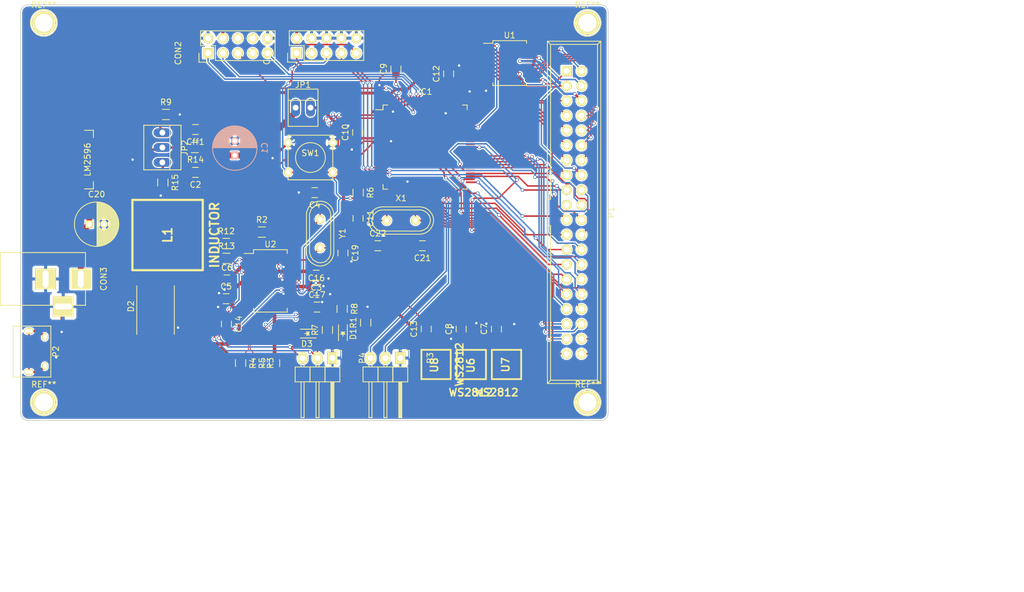
<source format=kicad_pcb>
(kicad_pcb (version 4) (host pcbnew 4.0.2+dfsg1-2~bpo8+1-stable)
  (layers (0 F.Cu signal) (31 B.Cu signal) (34 B.Paste user) (35 F.Paste user) (36 B.SilkS user) (37 F.SilkS user) (38 B.Mask user) (39 F.Mask user) (44 Edge.Cuts user))
  (net 0 "")
  (net 1 GND)
  (net 2 "Net-(CON1-Pad3)")
  (net 3 /Sheet56DEE0DD/SCK)
  (net 4 "Net-(C4-Pad1)")
  (net 5 "Net-(C9-Pad1)")
  (net 6 "Net-(C14-Pad1)")
  (net 7 /Sheet56DEE0DD/Sheet570520A0/RESET)
  (net 8 +3V3)
  (net 9 "Net-(C19-Pad1)")
  (net 10 "Net-(C21-Pad1)")
  (net 11 "Net-(C22-Pad1)")
  (net 12 /Sheet56D88A8D/FB)
  (net 13 /Sheet56DEE0DD/CS)
  (net 14 /Sheet56DEE0DD/Dout)
  (net 15 /Sheet56DEE0DD/TCK)
  (net 16 /Sheet56DEE0DD/TDO)
  (net 17 /Sheet56DEE0DD/TMS)
  (net 18 "Net-(CON2-Pad6)")
  (net 19 "Net-(CON2-Pad7)")
  (net 20 "Net-(CON2-Pad8)")
  (net 21 /Sheet56DEE0DD/TDI)
  (net 22 /Sheet56DEE0DD/Sheet570520A0/TXD)
  (net 23 "Net-(D1-Pad1)")
  (net 24 "Net-(D2-Pad2)")
  (net 25 /Sheet56DEE0DD/Sheet570520A0/RXD)
  (net 26 "Net-(D3-Pad1)")
  (net 27 "Net-(IC1-Pad1)")
  (net 28 "Net-(IC1-Pad4)")
  (net 29 "Net-(IC1-Pad5)")
  (net 30 "Net-(IC1-Pad6)")
  (net 31 "Net-(IC1-Pad7)")
  (net 32 "Net-(IC1-Pad8)")
  (net 33 "Net-(IC1-Pad9)")
  (net 34 "Net-(IC1-Pad12)")
  (net 35 "Net-(IC1-Pad13)")
  (net 36 "Net-(IC1-Pad14)")
  (net 37 "Net-(IC1-Pad15)")
  (net 38 "Net-(IC1-Pad16)")
  (net 39 "Net-(IC1-Pad17)")
  (net 40 "Net-(IC1-Pad18)")
  (net 41 /Sheet56DEE0DD/CE)
  (net 42 "Net-(IC1-Pad23)")
  (net 43 "Net-(IC1-Pad24)")
  (net 44 "Net-(IC1-Pad25)")
  (net 45 "Net-(IC1-Pad26)")
  (net 46 "Net-(IC1-Pad27)")
  (net 47 "Net-(IC1-Pad28)")
  (net 48 "Net-(IC1-Pad29)")
  (net 49 /Sheet56DEE0DD/CLK)
  (net 50 "Net-(IC1-Pad44)")
  (net 51 /Sheet56DEE0DD/RXD1)
  (net 52 /Sheet56DEE0DD/TXD1)
  (net 53 "Net-(IC1-Pad47)")
  (net 54 "Net-(IC1-Pad48)")
  (net 55 "Net-(IC1-Pad49)")
  (net 56 "Net-(IC1-Pad50)")
  (net 57 /Sheet56DEE0DD/WR)
  (net 58 /Sheet56DEE0DD/RD)
  (net 59 /Sheet56DEE0DD/A8)
  (net 60 /Sheet56DEE0DD/A9)
  (net 61 /Sheet56DEE0DD/A10)
  (net 62 /Sheet56DEE0DD/A11)
  (net 63 /Sheet56DEE0DD/A12)
  (net 64 /Sheet56DEE0DD/A13)
  (net 65 /Sheet56DEE0DD/A14)
  (net 66 /Sheet56DEE0DD/A15)
  (net 67 "Net-(IC1-Pad63)")
  (net 68 "Net-(IC1-Pad64)")
  (net 69 "Net-(IC1-Pad65)")
  (net 70 "Net-(IC1-Pad66)")
  (net 71 "Net-(IC1-Pad67)")
  (net 72 "Net-(IC1-Pad68)")
  (net 73 "Net-(IC1-Pad69)")
  (net 74 /Sheet56DEE0DD/ALE)
  (net 75 /Sheet56DEE0DD/D7)
  (net 76 /Sheet56DEE0DD/D6)
  (net 77 /Sheet56DEE0DD/D5)
  (net 78 /Sheet56DEE0DD/D4)
  (net 79 /Sheet56DEE0DD/D3)
  (net 80 /Sheet56DEE0DD/D2)
  (net 81 /Sheet56DEE0DD/D1)
  (net 82 /Sheet56DEE0DD/D0)
  (net 83 "Net-(IC1-Pad79)")
  (net 84 "Net-(IC1-Pad82)")
  (net 85 "Net-(IC1-Pad83)")
  (net 86 /Sheet56DEE0DD/34)
  (net 87 "Net-(IC1-Pad94)")
  (net 88 "Net-(IC1-Pad95)")
  (net 89 /Sheet56DEE0DD/Vcc)
  (net 90 /Sheet56D88A8D/Vin)
  (net 91 /Sheet56DEE0DD/A0)
  (net 92 /Sheet56DEE0DD/A1)
  (net 93 /Sheet56DEE0DD/A2)
  (net 94 /Sheet56DEE0DD/A3)
  (net 95 /Sheet56DEE0DD/A4)
  (net 96 /Sheet56DEE0DD/A5)
  (net 97 /Sheet56DEE0DD/A6)
  (net 98 /Sheet56DEE0DD/A7)
  (net 99 /Sheet56DEE0DD/CE2)
  (net 100 "Net-(P2-Pad2)")
  (net 101 "Net-(P2-Pad3)")
  (net 102 "Net-(P2-Pad4)")
  (net 103 "Net-(P2-Pad6)")
  (net 104 "Net-(R2-Pad1)")
  (net 105 /Sheet56DEE0DD/Sheet570520A0/D-)
  (net 106 /Sheet56DEE0DD/Sheet570520A0/D+)
  (net 107 "Net-(R8-Pad1)")
  (net 108 "Net-(R12-Pad2)")
  (net 109 "Net-(R13-Pad2)")
  (net 110 "Net-(U6-Pad1)")
  (net 111 "Net-(U6-Pad2)")
  (net 112 "Net-(U6-Pad4)")
  (net 113 "Net-(U7-Pad4)")
  (net 114 "Net-(U8-Pad4)")
  (net 115 "Net-(U1-Pad19)")
  (net 116 "Net-(U2-Pad3)")
  (net 117 "Net-(U2-Pad6)")
  (net 118 "Net-(U2-Pad9)")
  (net 119 "Net-(U2-Pad10)")
  (net 120 "Net-(U2-Pad11)")
  (net 121 "Net-(U2-Pad12)")
  (net 122 "Net-(U2-Pad13)")
  (net 123 "Net-(U2-Pad14)")
  (net 124 /Sheet56DEE0DD/39)
  (net 125 /Sheet56DEE0DD/37)
  (net 126 /Sheet56DEE0DD/36)
  (net 127 /Sheet56DEE0DD/35)
  (net 128 /Sheet56DEE0DD/40)
  (net 129 /Sheet56DEE0DD/38)
  (net 130 /Sheet56DEE0DD/CE1)
  (net 131 "Net-(IC1-Pad84)")
  (net 132 "Net-(IC1-Pad85)")
  (net 133 "Net-(IC1-Pad86)")
  (net 134 "Net-(IC1-Pad87)")
  (net 135 "Net-(IC1-Pad88)")
  (net 136 "Net-(IC1-Pad89)")
  (net 137 "Net-(JP2-Pad1)")
  (net 138 "Net-(IC1-Pad35)")
  (net 139 "Net-(P1-Pad19)")
  (net 140 "Net-(JP2-Pad3)")
  (net 141 +5V)
  (module Connect:PINHEAD1-3 (layer F.Cu) (at 126.8984 103.2002 270)
    (fp_text reference JP2 (at 0.05 -3.8 270) (layer F.SilkS))
    (fp_text value JUMPER3)
    (pad 1 thru_hole oval (at -2.54 0 270) (size 1.50622 3.01498) (drill 0.99822) (layers *.Cu *.Mask) (net 137 "Net-(JP2-Pad1)"))
    (pad 2 thru_hole oval (at 0 0 270) (size 1.50622 3.01498) (drill 0.99822) (layers *.Cu *.Mask) (net 12 /Sheet56D88A8D/FB))
    (pad 3 thru_hole oval (at 2.54 0 270) (size 1.50622 3.01498) (drill 0.99822) (layers *.Cu *.Mask) (net 140 "Net-(JP2-Pad3)"))
  )
  (module Connect:IDC_Header_Straight_40pins (layer F.Cu) (at 195.82892 90.13444 270)
    (fp_text reference P1 (at 24.13 -7.62 270) (layer F.SilkS))
    (fp_text value CONN_02X20)
    (pad 1 thru_hole rect (at 0 0 270) (size 1.7272 1.7272) (drill 1.016) (layers *.Cu *.Mask F.SilkS) (net 82 /Sheet56DEE0DD/D0))
    (pad 2 thru_hole oval (at 0 -2.54 270) (size 1.7272 1.7272) (drill 1.016) (layers *.Cu *.Mask F.SilkS) (net 91 /Sheet56DEE0DD/A0))
    (pad 3 thru_hole oval (at 2.54 0 270) (size 1.7272 1.7272) (drill 1.016) (layers *.Cu *.Mask F.SilkS) (net 81 /Sheet56DEE0DD/D1))
    (pad 4 thru_hole oval (at 2.54 -2.54 270) (size 1.7272 1.7272) (drill 1.016) (layers *.Cu *.Mask F.SilkS) (net 92 /Sheet56DEE0DD/A1))
    (pad 5 thru_hole oval (at 5.08 0 270) (size 1.7272 1.7272) (drill 1.016) (layers *.Cu *.Mask F.SilkS) (net 80 /Sheet56DEE0DD/D2))
    (pad 6 thru_hole oval (at 5.08 -2.54 270) (size 1.7272 1.7272) (drill 1.016) (layers *.Cu *.Mask F.SilkS) (net 93 /Sheet56DEE0DD/A2))
    (pad 7 thru_hole oval (at 7.62 0 270) (size 1.7272 1.7272) (drill 1.016) (layers *.Cu *.Mask F.SilkS) (net 79 /Sheet56DEE0DD/D3))
    (pad 8 thru_hole oval (at 7.62 -2.54 270) (size 1.7272 1.7272) (drill 1.016) (layers *.Cu *.Mask F.SilkS) (net 94 /Sheet56DEE0DD/A3))
    (pad 9 thru_hole oval (at 10.16 0 270) (size 1.7272 1.7272) (drill 1.016) (layers *.Cu *.Mask F.SilkS) (net 78 /Sheet56DEE0DD/D4))
    (pad 10 thru_hole oval (at 10.16 -2.54 270) (size 1.7272 1.7272) (drill 1.016) (layers *.Cu *.Mask F.SilkS) (net 95 /Sheet56DEE0DD/A4))
    (pad 11 thru_hole oval (at 12.7 0 270) (size 1.7272 1.7272) (drill 1.016) (layers *.Cu *.Mask F.SilkS) (net 77 /Sheet56DEE0DD/D5))
    (pad 12 thru_hole oval (at 12.7 -2.54 270) (size 1.7272 1.7272) (drill 1.016) (layers *.Cu *.Mask F.SilkS) (net 96 /Sheet56DEE0DD/A5))
    (pad 13 thru_hole oval (at 15.24 0 270) (size 1.7272 1.7272) (drill 1.016) (layers *.Cu *.Mask F.SilkS) (net 76 /Sheet56DEE0DD/D6))
    (pad 14 thru_hole oval (at 15.24 -2.54 270) (size 1.7272 1.7272) (drill 1.016) (layers *.Cu *.Mask F.SilkS) (net 97 /Sheet56DEE0DD/A6))
    (pad 15 thru_hole oval (at 17.78 0 270) (size 1.7272 1.7272) (drill 1.016) (layers *.Cu *.Mask F.SilkS) (net 75 /Sheet56DEE0DD/D7))
    (pad 16 thru_hole oval (at 17.78 -2.54 270) (size 1.7272 1.7272) (drill 1.016) (layers *.Cu *.Mask F.SilkS) (net 98 /Sheet56DEE0DD/A7))
    (pad 17 thru_hole oval (at 20.32 0 270) (size 1.7272 1.7272) (drill 1.016) (layers *.Cu *.Mask F.SilkS) (net 13 /Sheet56DEE0DD/CS))
    (pad 18 thru_hole oval (at 20.32 -2.54 270) (size 1.7272 1.7272) (drill 1.016) (layers *.Cu *.Mask F.SilkS) (net 59 /Sheet56DEE0DD/A8))
    (pad 19 thru_hole oval (at 22.86 0 270) (size 1.7272 1.7272) (drill 1.016) (layers *.Cu *.Mask F.SilkS) (net 139 "Net-(P1-Pad19)"))
    (pad 20 thru_hole oval (at 22.86 -2.54 270) (size 1.7272 1.7272) (drill 1.016) (layers *.Cu *.Mask F.SilkS) (net 60 /Sheet56DEE0DD/A9))
    (pad 21 thru_hole oval (at 25.4 0 270) (size 1.7272 1.7272) (drill 1.016) (layers *.Cu *.Mask F.SilkS) (net 14 /Sheet56DEE0DD/Dout))
    (pad 22 thru_hole oval (at 25.4 -2.54 270) (size 1.7272 1.7272) (drill 1.016) (layers *.Cu *.Mask F.SilkS) (net 61 /Sheet56DEE0DD/A10))
    (pad 23 thru_hole oval (at 27.94 0 270) (size 1.7272 1.7272) (drill 1.016) (layers *.Cu *.Mask F.SilkS) (net 49 /Sheet56DEE0DD/CLK))
    (pad 24 thru_hole oval (at 27.94 -2.54 270) (size 1.7272 1.7272) (drill 1.016) (layers *.Cu *.Mask F.SilkS) (net 62 /Sheet56DEE0DD/A11))
    (pad 25 thru_hole oval (at 30.48 0 270) (size 1.7272 1.7272) (drill 1.016) (layers *.Cu *.Mask F.SilkS) (net 99 /Sheet56DEE0DD/CE2))
    (pad 26 thru_hole oval (at 30.48 -2.54 270) (size 1.7272 1.7272) (drill 1.016) (layers *.Cu *.Mask F.SilkS) (net 63 /Sheet56DEE0DD/A12))
    (pad 27 thru_hole oval (at 33.02 0 270) (size 1.7272 1.7272) (drill 1.016) (layers *.Cu *.Mask F.SilkS) (net 130 /Sheet56DEE0DD/CE1))
    (pad 28 thru_hole oval (at 33.02 -2.54 270) (size 1.7272 1.7272) (drill 1.016) (layers *.Cu *.Mask F.SilkS) (net 64 /Sheet56DEE0DD/A13))
    (pad 29 thru_hole oval (at 35.56 0 270) (size 1.7272 1.7272) (drill 1.016) (layers *.Cu *.Mask F.SilkS) (net 41 /Sheet56DEE0DD/CE))
    (pad 30 thru_hole oval (at 35.56 -2.54 270) (size 1.7272 1.7272) (drill 1.016) (layers *.Cu *.Mask F.SilkS) (net 65 /Sheet56DEE0DD/A14))
    (pad 31 thru_hole oval (at 38.1 0 270) (size 1.7272 1.7272) (drill 1.016) (layers *.Cu *.Mask F.SilkS) (net 57 /Sheet56DEE0DD/WR))
    (pad 32 thru_hole oval (at 38.1 -2.54 270) (size 1.7272 1.7272) (drill 1.016) (layers *.Cu *.Mask F.SilkS) (net 66 /Sheet56DEE0DD/A15))
    (pad 33 thru_hole oval (at 40.64 0 270) (size 1.7272 1.7272) (drill 1.016) (layers *.Cu *.Mask F.SilkS) (net 58 /Sheet56DEE0DD/RD))
    (pad 34 thru_hole oval (at 40.64 -2.54 270) (size 1.7272 1.7272) (drill 1.016) (layers *.Cu *.Mask F.SilkS) (net 86 /Sheet56DEE0DD/34))
    (pad 35 thru_hole oval (at 43.18 0 270) (size 1.7272 1.7272) (drill 1.016) (layers *.Cu *.Mask F.SilkS) (net 127 /Sheet56DEE0DD/35))
    (pad 36 thru_hole oval (at 43.18 -2.54 270) (size 1.7272 1.7272) (drill 1.016) (layers *.Cu *.Mask F.SilkS) (net 126 /Sheet56DEE0DD/36))
    (pad 37 thru_hole oval (at 45.72 0 270) (size 1.7272 1.7272) (drill 1.016) (layers *.Cu *.Mask F.SilkS) (net 125 /Sheet56DEE0DD/37))
    (pad 38 thru_hole oval (at 45.72 -2.54 270) (size 1.7272 1.7272) (drill 1.016) (layers *.Cu *.Mask F.SilkS) (net 129 /Sheet56DEE0DD/38))
    (pad 39 thru_hole oval (at 48.26 0 270) (size 1.7272 1.7272) (drill 1.016) (layers *.Cu *.Mask F.SilkS) (net 124 /Sheet56DEE0DD/39))
    (pad 40 thru_hole oval (at 48.26 -2.54 270) (size 1.7272 1.7272) (drill 1.016) (layers *.Cu *.Mask F.SilkS) (net 128 /Sheet56DEE0DD/40))
  )
  (module Crystals:Crystal_HC49-U_Vertical (layer F.Cu) (at 153.797 117.8814 270)
    (fp_text reference Y1 (at 0 -3.81 270) (layer F.SilkS))
    (fp_text value CRYSTAL)
    (pad 1 thru_hole circle (at -2.44094 0 270) (size 1.50114 1.50114) (drill 0.8001) (layers *.Cu *.Mask F.SilkS) (net 4 "Net-(C4-Pad1)"))
    (pad 2 thru_hole circle (at 2.44094 0 270) (size 1.50114 1.50114) (drill 0.8001) (layers *.Cu *.Mask F.SilkS) (net 9 "Net-(C19-Pad1)"))
  )
  (module Housings_SSOP:SSOP-28_5.3x10.2mm_Pitch0.65mm (layer F.Cu) (at 145.3134 125.9586)
    (fp_text reference U2 (at 0 -6.25) (layer F.SilkS))
    (fp_text value PL2303)
    (pad 1 smd rect (at -3.6 -4.225) (size 1.75 0.45) (layers F.Cu F.Paste F.Mask) (net 108 "Net-(R12-Pad2)"))
    (pad 2 smd rect (at -3.6 -3.575) (size 1.75 0.45) (layers F.Cu F.Paste F.Mask) (net 6 "Net-(C14-Pad1)"))
    (pad 3 smd rect (at -3.6 -2.925) (size 1.75 0.45) (layers F.Cu F.Paste F.Mask) (net 116 "Net-(U2-Pad3)"))
    (pad 4 smd rect (at -3.6 -2.275) (size 1.75 0.45) (layers F.Cu F.Paste F.Mask) (net 141 +5V))
    (pad 5 smd rect (at -3.6 -1.625) (size 1.75 0.45) (layers F.Cu F.Paste F.Mask) (net 109 "Net-(R13-Pad2)"))
    (pad 6 smd rect (at -3.6 -0.975) (size 1.75 0.45) (layers F.Cu F.Paste F.Mask) (net 117 "Net-(U2-Pad6)"))
    (pad 7 smd rect (at -3.6 -0.325) (size 1.75 0.45) (layers F.Cu F.Paste F.Mask) (net 1 GND))
    (pad 8 smd rect (at -3.6 0.325) (size 1.75 0.45) (layers F.Cu F.Paste F.Mask) (net 141 +5V))
    (pad 9 smd rect (at -3.6 0.975) (size 1.75 0.45) (layers F.Cu F.Paste F.Mask) (net 118 "Net-(U2-Pad9)"))
    (pad 10 smd rect (at -3.6 1.625) (size 1.75 0.45) (layers F.Cu F.Paste F.Mask) (net 119 "Net-(U2-Pad10)"))
    (pad 11 smd rect (at -3.6 2.275) (size 1.75 0.45) (layers F.Cu F.Paste F.Mask) (net 120 "Net-(U2-Pad11)"))
    (pad 12 smd rect (at -3.6 2.925) (size 1.75 0.45) (layers F.Cu F.Paste F.Mask) (net 121 "Net-(U2-Pad12)"))
    (pad 13 smd rect (at -3.6 3.575) (size 1.75 0.45) (layers F.Cu F.Paste F.Mask) (net 122 "Net-(U2-Pad13)"))
    (pad 14 smd rect (at -3.6 4.225) (size 1.75 0.45) (layers F.Cu F.Paste F.Mask) (net 123 "Net-(U2-Pad14)"))
    (pad 15 smd rect (at 3.6 4.225) (size 1.75 0.45) (layers F.Cu F.Paste F.Mask) (net 106 /Sheet56DEE0DD/Sheet570520A0/D+))
    (pad 16 smd rect (at 3.6 3.575) (size 1.75 0.45) (layers F.Cu F.Paste F.Mask) (net 105 /Sheet56DEE0DD/Sheet570520A0/D-))
    (pad 17 smd rect (at 3.6 2.925) (size 1.75 0.45) (layers F.Cu F.Paste F.Mask) (net 8 +3V3))
    (pad 18 smd rect (at 3.6 2.275) (size 1.75 0.45) (layers F.Cu F.Paste F.Mask) (net 1 GND))
    (pad 19 smd rect (at 3.6 1.625) (size 1.75 0.45) (layers F.Cu F.Paste F.Mask) (net 7 /Sheet56DEE0DD/Sheet570520A0/RESET))
    (pad 20 smd rect (at 3.6 0.975) (size 1.75 0.45) (layers F.Cu F.Paste F.Mask) (net 141 +5V))
    (pad 21 smd rect (at 3.6 0.325) (size 1.75 0.45) (layers F.Cu F.Paste F.Mask) (net 1 GND))
    (pad 22 smd rect (at 3.6 -0.325) (size 1.75 0.45) (layers F.Cu F.Paste F.Mask) (net 107 "Net-(R8-Pad1)"))
    (pad 23 smd rect (at 3.6 -0.975) (size 1.75 0.45) (layers F.Cu F.Paste F.Mask) (net 104 "Net-(R2-Pad1)"))
    (pad 24 smd rect (at 3.6 -1.625) (size 1.75 0.45) (layers F.Cu F.Paste F.Mask) (net 141 +5V))
    (pad 25 smd rect (at 3.6 -2.275) (size 1.75 0.45) (layers F.Cu F.Paste F.Mask) (net 1 GND))
    (pad 26 smd rect (at 3.6 -2.925) (size 1.75 0.45) (layers F.Cu F.Paste F.Mask) (net 1 GND))
    (pad 27 smd rect (at 3.6 -3.575) (size 1.75 0.45) (layers F.Cu F.Paste F.Mask) (net 9 "Net-(C19-Pad1)"))
    (pad 28 smd rect (at 3.6 -4.225) (size 1.75 0.45) (layers F.Cu F.Paste F.Mask) (net 4 "Net-(C4-Pad1)"))
  )
  (module Connect:USB_Micro-B (layer F.Cu) (at 105.283 138.0236 270)
    (fp_text reference P2 (at 0 -3.45 270) (layer F.SilkS))
    (fp_text value USB_OTG)
    (pad 1 smd rect (at -1.3009 -1.56254) (size 1.35 0.4) (layers F.Cu F.Paste F.Mask) (net 141 +5V))
    (pad 2 smd rect (at -0.6509 -1.56254) (size 1.35 0.4) (layers F.Cu F.Paste F.Mask) (net 100 "Net-(P2-Pad2)"))
    (pad 3 smd rect (at -0.0009 -1.56254) (size 1.35 0.4) (layers F.Cu F.Paste F.Mask) (net 101 "Net-(P2-Pad3)"))
    (pad 4 smd rect (at 0.6491 -1.56254) (size 1.35 0.4) (layers F.Cu F.Paste F.Mask) (net 102 "Net-(P2-Pad4)"))
    (pad 5 smd rect (at 1.2991 -1.56254) (size 1.35 0.4) (layers F.Cu F.Paste F.Mask) (net 1 GND))
    (pad 6 thru_hole oval (at -2.5009 -1.56254) (size 0.95 1.25) (drill oval 0.55 0.85) (layers *.Cu *.Mask F.SilkS) (net 103 "Net-(P2-Pad6)"))
    (pad 6 thru_hole oval (at 2.4991 -1.56254) (size 0.95 1.25) (drill oval 0.55 0.85) (layers *.Cu *.Mask F.SilkS) (net 103 "Net-(P2-Pad6)"))
    (pad 6 thru_hole oval (at -3.5009 1.13746) (size 1.55 1) (drill oval 1.15 0.5) (layers *.Cu *.Mask F.SilkS) (net 103 "Net-(P2-Pad6)"))
    (pad 6 thru_hole oval (at 3.4991 1.13746) (size 1.55 1) (drill oval 1.15 0.5) (layers *.Cu *.Mask F.SilkS) (net 103 "Net-(P2-Pad6)"))
  )
  (module Housings_QFP:TQFP-100_14x14mm_Pitch0.5mm (layer F.Cu) (at 171.704 103.124)
    (fp_text reference IC1 (at 0 -9.45) (layer F.SilkS))
    (fp_text value ATMEGA1280-A)
    (pad 1 smd rect (at -7.7 -6) (size 1.5 0.3) (layers F.Cu F.Paste F.Mask) (net 27 "Net-(IC1-Pad1)"))
    (pad 2 smd rect (at -7.7 -5.5) (size 1.5 0.3) (layers F.Cu F.Paste F.Mask) (net 25 /Sheet56DEE0DD/Sheet570520A0/RXD))
    (pad 3 smd rect (at -7.7 -5) (size 1.5 0.3) (layers F.Cu F.Paste F.Mask) (net 22 /Sheet56DEE0DD/Sheet570520A0/TXD))
    (pad 4 smd rect (at -7.7 -4.5) (size 1.5 0.3) (layers F.Cu F.Paste F.Mask) (net 28 "Net-(IC1-Pad4)"))
    (pad 5 smd rect (at -7.7 -4) (size 1.5 0.3) (layers F.Cu F.Paste F.Mask) (net 29 "Net-(IC1-Pad5)"))
    (pad 6 smd rect (at -7.7 -3.5) (size 1.5 0.3) (layers F.Cu F.Paste F.Mask) (net 30 "Net-(IC1-Pad6)"))
    (pad 7 smd rect (at -7.7 -3) (size 1.5 0.3) (layers F.Cu F.Paste F.Mask) (net 31 "Net-(IC1-Pad7)"))
    (pad 8 smd rect (at -7.7 -2.5) (size 1.5 0.3) (layers F.Cu F.Paste F.Mask) (net 32 "Net-(IC1-Pad8)"))
    (pad 9 smd rect (at -7.7 -2) (size 1.5 0.3) (layers F.Cu F.Paste F.Mask) (net 33 "Net-(IC1-Pad9)"))
    (pad 10 smd rect (at -7.7 -1.5) (size 1.5 0.3) (layers F.Cu F.Paste F.Mask) (net 141 +5V))
    (pad 11 smd rect (at -7.7 -1) (size 1.5 0.3) (layers F.Cu F.Paste F.Mask) (net 1 GND))
    (pad 12 smd rect (at -7.7 -0.5) (size 1.5 0.3) (layers F.Cu F.Paste F.Mask) (net 34 "Net-(IC1-Pad12)"))
    (pad 13 smd rect (at -7.7 0) (size 1.5 0.3) (layers F.Cu F.Paste F.Mask) (net 35 "Net-(IC1-Pad13)"))
    (pad 14 smd rect (at -7.7 0.5) (size 1.5 0.3) (layers F.Cu F.Paste F.Mask) (net 36 "Net-(IC1-Pad14)"))
    (pad 15 smd rect (at -7.7 1) (size 1.5 0.3) (layers F.Cu F.Paste F.Mask) (net 37 "Net-(IC1-Pad15)"))
    (pad 16 smd rect (at -7.7 1.5) (size 1.5 0.3) (layers F.Cu F.Paste F.Mask) (net 38 "Net-(IC1-Pad16)"))
    (pad 17 smd rect (at -7.7 2) (size 1.5 0.3) (layers F.Cu F.Paste F.Mask) (net 39 "Net-(IC1-Pad17)"))
    (pad 18 smd rect (at -7.7 2.5) (size 1.5 0.3) (layers F.Cu F.Paste F.Mask) (net 40 "Net-(IC1-Pad18)"))
    (pad 19 smd rect (at -7.7 3) (size 1.5 0.3) (layers F.Cu F.Paste F.Mask) (net 41 /Sheet56DEE0DD/CE))
    (pad 20 smd rect (at -7.7 3.5) (size 1.5 0.3) (layers F.Cu F.Paste F.Mask) (net 3 /Sheet56DEE0DD/SCK))
    (pad 21 smd rect (at -7.7 4) (size 1.5 0.3) (layers F.Cu F.Paste F.Mask) (net 13 /Sheet56DEE0DD/CS))
    (pad 22 smd rect (at -7.7 4.5) (size 1.5 0.3) (layers F.Cu F.Paste F.Mask) (net 14 /Sheet56DEE0DD/Dout))
    (pad 23 smd rect (at -7.7 5) (size 1.5 0.3) (layers F.Cu F.Paste F.Mask) (net 42 "Net-(IC1-Pad23)"))
    (pad 24 smd rect (at -7.7 5.5) (size 1.5 0.3) (layers F.Cu F.Paste F.Mask) (net 43 "Net-(IC1-Pad24)"))
    (pad 25 smd rect (at -7.7 6) (size 1.5 0.3) (layers F.Cu F.Paste F.Mask) (net 44 "Net-(IC1-Pad25)"))
    (pad 26 smd rect (at -6 7.7 90) (size 1.5 0.3) (layers F.Cu F.Paste F.Mask) (net 45 "Net-(IC1-Pad26)"))
    (pad 27 smd rect (at -5.5 7.7 90) (size 1.5 0.3) (layers F.Cu F.Paste F.Mask) (net 46 "Net-(IC1-Pad27)"))
    (pad 28 smd rect (at -5 7.7 90) (size 1.5 0.3) (layers F.Cu F.Paste F.Mask) (net 47 "Net-(IC1-Pad28)"))
    (pad 29 smd rect (at -4.5 7.7 90) (size 1.5 0.3) (layers F.Cu F.Paste F.Mask) (net 48 "Net-(IC1-Pad29)"))
    (pad 30 smd rect (at -4 7.7 90) (size 1.5 0.3) (layers F.Cu F.Paste F.Mask) (net 7 /Sheet56DEE0DD/Sheet570520A0/RESET))
    (pad 31 smd rect (at -3.5 7.7 90) (size 1.5 0.3) (layers F.Cu F.Paste F.Mask) (net 141 +5V))
    (pad 32 smd rect (at -3 7.7 90) (size 1.5 0.3) (layers F.Cu F.Paste F.Mask) (net 1 GND))
    (pad 33 smd rect (at -2.5 7.7 90) (size 1.5 0.3) (layers F.Cu F.Paste F.Mask) (net 11 "Net-(C22-Pad1)"))
    (pad 34 smd rect (at -2 7.7 90) (size 1.5 0.3) (layers F.Cu F.Paste F.Mask) (net 10 "Net-(C21-Pad1)"))
    (pad 35 smd rect (at -1.5 7.7 90) (size 1.5 0.3) (layers F.Cu F.Paste F.Mask) (net 138 "Net-(IC1-Pad35)"))
    (pad 36 smd rect (at -1 7.7 90) (size 1.5 0.3) (layers F.Cu F.Paste F.Mask) (net 127 /Sheet56DEE0DD/35))
    (pad 37 smd rect (at -0.5 7.7 90) (size 1.5 0.3) (layers F.Cu F.Paste F.Mask) (net 126 /Sheet56DEE0DD/36))
    (pad 38 smd rect (at 0 7.7 90) (size 1.5 0.3) (layers F.Cu F.Paste F.Mask) (net 125 /Sheet56DEE0DD/37))
    (pad 39 smd rect (at 0.5 7.7 90) (size 1.5 0.3) (layers F.Cu F.Paste F.Mask) (net 124 /Sheet56DEE0DD/39))
    (pad 40 smd rect (at 1 7.7 90) (size 1.5 0.3) (layers F.Cu F.Paste F.Mask) (net 86 /Sheet56DEE0DD/34))
    (pad 41 smd rect (at 1.5 7.7 90) (size 1.5 0.3) (layers F.Cu F.Paste F.Mask) (net 129 /Sheet56DEE0DD/38))
    (pad 42 smd rect (at 2 7.7 90) (size 1.5 0.3) (layers F.Cu F.Paste F.Mask) (net 128 /Sheet56DEE0DD/40))
    (pad 43 smd rect (at 2.5 7.7 90) (size 1.5 0.3) (layers F.Cu F.Paste F.Mask) (net 49 /Sheet56DEE0DD/CLK))
    (pad 44 smd rect (at 3 7.7 90) (size 1.5 0.3) (layers F.Cu F.Paste F.Mask) (net 50 "Net-(IC1-Pad44)"))
    (pad 45 smd rect (at 3.5 7.7 90) (size 1.5 0.3) (layers F.Cu F.Paste F.Mask) (net 51 /Sheet56DEE0DD/RXD1))
    (pad 46 smd rect (at 4 7.7 90) (size 1.5 0.3) (layers F.Cu F.Paste F.Mask) (net 52 /Sheet56DEE0DD/TXD1))
    (pad 47 smd rect (at 4.5 7.7 90) (size 1.5 0.3) (layers F.Cu F.Paste F.Mask) (net 53 "Net-(IC1-Pad47)"))
    (pad 48 smd rect (at 5 7.7 90) (size 1.5 0.3) (layers F.Cu F.Paste F.Mask) (net 54 "Net-(IC1-Pad48)"))
    (pad 49 smd rect (at 5.5 7.7 90) (size 1.5 0.3) (layers F.Cu F.Paste F.Mask) (net 55 "Net-(IC1-Pad49)"))
    (pad 50 smd rect (at 6 7.7 90) (size 1.5 0.3) (layers F.Cu F.Paste F.Mask) (net 56 "Net-(IC1-Pad50)"))
    (pad 51 smd rect (at 7.7 6) (size 1.5 0.3) (layers F.Cu F.Paste F.Mask) (net 57 /Sheet56DEE0DD/WR))
    (pad 52 smd rect (at 7.7 5.5) (size 1.5 0.3) (layers F.Cu F.Paste F.Mask) (net 58 /Sheet56DEE0DD/RD))
    (pad 53 smd rect (at 7.7 5) (size 1.5 0.3) (layers F.Cu F.Paste F.Mask) (net 59 /Sheet56DEE0DD/A8))
    (pad 54 smd rect (at 7.7 4.5) (size 1.5 0.3) (layers F.Cu F.Paste F.Mask) (net 60 /Sheet56DEE0DD/A9))
    (pad 55 smd rect (at 7.7 4) (size 1.5 0.3) (layers F.Cu F.Paste F.Mask) (net 61 /Sheet56DEE0DD/A10))
    (pad 56 smd rect (at 7.7 3.5) (size 1.5 0.3) (layers F.Cu F.Paste F.Mask) (net 62 /Sheet56DEE0DD/A11))
    (pad 57 smd rect (at 7.7 3) (size 1.5 0.3) (layers F.Cu F.Paste F.Mask) (net 63 /Sheet56DEE0DD/A12))
    (pad 58 smd rect (at 7.7 2.5) (size 1.5 0.3) (layers F.Cu F.Paste F.Mask) (net 64 /Sheet56DEE0DD/A13))
    (pad 59 smd rect (at 7.7 2) (size 1.5 0.3) (layers F.Cu F.Paste F.Mask) (net 65 /Sheet56DEE0DD/A14))
    (pad 60 smd rect (at 7.7 1.5) (size 1.5 0.3) (layers F.Cu F.Paste F.Mask) (net 66 /Sheet56DEE0DD/A15))
    (pad 61 smd rect (at 7.7 1) (size 1.5 0.3) (layers F.Cu F.Paste F.Mask))
    (pad 62 smd rect (at 7.7 0.5) (size 1.5 0.3) (layers F.Cu F.Paste F.Mask))
    (pad 63 smd rect (at 7.7 0) (size 1.5 0.3) (layers F.Cu F.Paste F.Mask) (net 67 "Net-(IC1-Pad63)"))
    (pad 64 smd rect (at 7.7 -0.5) (size 1.5 0.3) (layers F.Cu F.Paste F.Mask) (net 68 "Net-(IC1-Pad64)"))
    (pad 65 smd rect (at 7.7 -1) (size 1.5 0.3) (layers F.Cu F.Paste F.Mask) (net 69 "Net-(IC1-Pad65)"))
    (pad 66 smd rect (at 7.7 -1.5) (size 1.5 0.3) (layers F.Cu F.Paste F.Mask) (net 70 "Net-(IC1-Pad66)"))
    (pad 67 smd rect (at 7.7 -2) (size 1.5 0.3) (layers F.Cu F.Paste F.Mask) (net 71 "Net-(IC1-Pad67)"))
    (pad 68 smd rect (at 7.7 -2.5) (size 1.5 0.3) (layers F.Cu F.Paste F.Mask) (net 72 "Net-(IC1-Pad68)"))
    (pad 69 smd rect (at 7.7 -3) (size 1.5 0.3) (layers F.Cu F.Paste F.Mask) (net 73 "Net-(IC1-Pad69)"))
    (pad 70 smd rect (at 7.7 -3.5) (size 1.5 0.3) (layers F.Cu F.Paste F.Mask) (net 74 /Sheet56DEE0DD/ALE))
    (pad 71 smd rect (at 7.7 -4) (size 1.5 0.3) (layers F.Cu F.Paste F.Mask) (net 75 /Sheet56DEE0DD/D7))
    (pad 72 smd rect (at 7.7 -4.5) (size 1.5 0.3) (layers F.Cu F.Paste F.Mask) (net 76 /Sheet56DEE0DD/D6))
    (pad 73 smd rect (at 7.7 -5) (size 1.5 0.3) (layers F.Cu F.Paste F.Mask) (net 77 /Sheet56DEE0DD/D5))
    (pad 74 smd rect (at 7.7 -5.5) (size 1.5 0.3) (layers F.Cu F.Paste F.Mask) (net 78 /Sheet56DEE0DD/D4))
    (pad 75 smd rect (at 7.7 -6) (size 1.5 0.3) (layers F.Cu F.Paste F.Mask) (net 79 /Sheet56DEE0DD/D3))
    (pad 76 smd rect (at 6 -7.7 90) (size 1.5 0.3) (layers F.Cu F.Paste F.Mask) (net 80 /Sheet56DEE0DD/D2))
    (pad 77 smd rect (at 5.5 -7.7 90) (size 1.5 0.3) (layers F.Cu F.Paste F.Mask) (net 81 /Sheet56DEE0DD/D1))
    (pad 78 smd rect (at 5 -7.7 90) (size 1.5 0.3) (layers F.Cu F.Paste F.Mask) (net 82 /Sheet56DEE0DD/D0))
    (pad 79 smd rect (at 4.5 -7.7 90) (size 1.5 0.3) (layers F.Cu F.Paste F.Mask) (net 83 "Net-(IC1-Pad79)"))
    (pad 80 smd rect (at 4 -7.7 90) (size 1.5 0.3) (layers F.Cu F.Paste F.Mask) (net 141 +5V))
    (pad 81 smd rect (at 3.5 -7.7 90) (size 1.5 0.3) (layers F.Cu F.Paste F.Mask) (net 1 GND))
    (pad 82 smd rect (at 3 -7.7 90) (size 1.5 0.3) (layers F.Cu F.Paste F.Mask) (net 84 "Net-(IC1-Pad82)"))
    (pad 83 smd rect (at 2.5 -7.7 90) (size 1.5 0.3) (layers F.Cu F.Paste F.Mask) (net 85 "Net-(IC1-Pad83)"))
    (pad 84 smd rect (at 2 -7.7 90) (size 1.5 0.3) (layers F.Cu F.Paste F.Mask) (net 131 "Net-(IC1-Pad84)"))
    (pad 85 smd rect (at 1.5 -7.7 90) (size 1.5 0.3) (layers F.Cu F.Paste F.Mask) (net 132 "Net-(IC1-Pad85)"))
    (pad 86 smd rect (at 1 -7.7 90) (size 1.5 0.3) (layers F.Cu F.Paste F.Mask) (net 133 "Net-(IC1-Pad86)"))
    (pad 87 smd rect (at 0.5 -7.7 90) (size 1.5 0.3) (layers F.Cu F.Paste F.Mask) (net 134 "Net-(IC1-Pad87)"))
    (pad 88 smd rect (at 0 -7.7 90) (size 1.5 0.3) (layers F.Cu F.Paste F.Mask) (net 135 "Net-(IC1-Pad88)"))
    (pad 89 smd rect (at -0.5 -7.7 90) (size 1.5 0.3) (layers F.Cu F.Paste F.Mask) (net 136 "Net-(IC1-Pad89)"))
    (pad 90 smd rect (at -1 -7.7 90) (size 1.5 0.3) (layers F.Cu F.Paste F.Mask) (net 21 /Sheet56DEE0DD/TDI))
    (pad 91 smd rect (at -1.5 -7.7 90) (size 1.5 0.3) (layers F.Cu F.Paste F.Mask) (net 16 /Sheet56DEE0DD/TDO))
    (pad 92 smd rect (at -2 -7.7 90) (size 1.5 0.3) (layers F.Cu F.Paste F.Mask) (net 17 /Sheet56DEE0DD/TMS))
    (pad 93 smd rect (at -2.5 -7.7 90) (size 1.5 0.3) (layers F.Cu F.Paste F.Mask) (net 15 /Sheet56DEE0DD/TCK))
    (pad 94 smd rect (at -3 -7.7 90) (size 1.5 0.3) (layers F.Cu F.Paste F.Mask) (net 87 "Net-(IC1-Pad94)"))
    (pad 95 smd rect (at -3.5 -7.7 90) (size 1.5 0.3) (layers F.Cu F.Paste F.Mask) (net 88 "Net-(IC1-Pad95)"))
    (pad 96 smd rect (at -4 -7.7 90) (size 1.5 0.3) (layers F.Cu F.Paste F.Mask) (net 99 /Sheet56DEE0DD/CE2))
    (pad 97 smd rect (at -4.5 -7.7 90) (size 1.5 0.3) (layers F.Cu F.Paste F.Mask) (net 130 /Sheet56DEE0DD/CE1))
    (pad 98 smd rect (at -5 -7.7 90) (size 1.5 0.3) (layers F.Cu F.Paste F.Mask) (net 5 "Net-(C9-Pad1)"))
    (pad 99 smd rect (at -5.5 -7.7 90) (size 1.5 0.3) (layers F.Cu F.Paste F.Mask) (net 1 GND))
    (pad 100 smd rect (at -6 -7.7 90) (size 1.5 0.3) (layers F.Cu F.Paste F.Mask) (net 141 +5V))
  )
  (module Housings_SSOP:SSOP-20_5.3x7.2mm_Pitch0.65mm (layer F.Cu) (at 186.1312 88.78316)
    (fp_text reference U1 (at 0 -4.75) (layer F.SilkS))
    (fp_text value 74HCT541_PWR)
    (pad 1 smd rect (at -3.6 -2.925) (size 1.75 0.45) (layers F.Cu F.Paste F.Mask) (net 74 /Sheet56DEE0DD/ALE))
    (pad 2 smd rect (at -3.6 -2.275) (size 1.75 0.45) (layers F.Cu F.Paste F.Mask) (net 82 /Sheet56DEE0DD/D0))
    (pad 3 smd rect (at -3.6 -1.625) (size 1.75 0.45) (layers F.Cu F.Paste F.Mask) (net 81 /Sheet56DEE0DD/D1))
    (pad 4 smd rect (at -3.6 -0.975) (size 1.75 0.45) (layers F.Cu F.Paste F.Mask) (net 80 /Sheet56DEE0DD/D2))
    (pad 5 smd rect (at -3.6 -0.325) (size 1.75 0.45) (layers F.Cu F.Paste F.Mask) (net 79 /Sheet56DEE0DD/D3))
    (pad 6 smd rect (at -3.6 0.325) (size 1.75 0.45) (layers F.Cu F.Paste F.Mask) (net 78 /Sheet56DEE0DD/D4))
    (pad 7 smd rect (at -3.6 0.975) (size 1.75 0.45) (layers F.Cu F.Paste F.Mask) (net 77 /Sheet56DEE0DD/D5))
    (pad 8 smd rect (at -3.6 1.625) (size 1.75 0.45) (layers F.Cu F.Paste F.Mask) (net 76 /Sheet56DEE0DD/D6))
    (pad 9 smd rect (at -3.6 2.275) (size 1.75 0.45) (layers F.Cu F.Paste F.Mask) (net 75 /Sheet56DEE0DD/D7))
    (pad 10 smd rect (at -3.6 2.925) (size 1.75 0.45) (layers F.Cu F.Paste F.Mask) (net 1 GND))
    (pad 11 smd rect (at 3.6 2.925) (size 1.75 0.45) (layers F.Cu F.Paste F.Mask) (net 98 /Sheet56DEE0DD/A7))
    (pad 12 smd rect (at 3.6 2.275) (size 1.75 0.45) (layers F.Cu F.Paste F.Mask) (net 97 /Sheet56DEE0DD/A6))
    (pad 13 smd rect (at 3.6 1.625) (size 1.75 0.45) (layers F.Cu F.Paste F.Mask) (net 96 /Sheet56DEE0DD/A5))
    (pad 14 smd rect (at 3.6 0.975) (size 1.75 0.45) (layers F.Cu F.Paste F.Mask) (net 95 /Sheet56DEE0DD/A4))
    (pad 15 smd rect (at 3.6 0.325) (size 1.75 0.45) (layers F.Cu F.Paste F.Mask) (net 94 /Sheet56DEE0DD/A3))
    (pad 16 smd rect (at 3.6 -0.325) (size 1.75 0.45) (layers F.Cu F.Paste F.Mask) (net 93 /Sheet56DEE0DD/A2))
    (pad 17 smd rect (at 3.6 -0.975) (size 1.75 0.45) (layers F.Cu F.Paste F.Mask) (net 92 /Sheet56DEE0DD/A1))
    (pad 18 smd rect (at 3.6 -1.625) (size 1.75 0.45) (layers F.Cu F.Paste F.Mask) (net 91 /Sheet56DEE0DD/A0))
    (pad 19 smd rect (at 3.6 -2.275) (size 1.75 0.45) (layers F.Cu F.Paste F.Mask) (net 115 "Net-(U1-Pad19)"))
    (pad 20 smd rect (at 3.6 -2.925) (size 1.75 0.45) (layers F.Cu F.Paste F.Mask) (net 141 +5V))
  )
  (module TO_SOT_Packages_SMD:TO-263-5Lead (layer F.Cu) (at 117.6274 105.2576 180)
    (fp_text reference LM2596 (at 3.5 0 270) (layer F.SilkS))
    (fp_text value LM2596)
    (pad 5 smd rect (at 0 3.4 180) (size 4.6 1.1) (layers F.Cu F.Paste F.Mask) (net 1 GND))
    (pad 4 smd rect (at 0 1.7 180) (size 4.6 1.1) (layers F.Cu F.Paste F.Mask) (net 12 /Sheet56D88A8D/FB))
    (pad 2 smd rect (at 0 -1.7 180) (size 4.6 1.1) (layers F.Cu F.Paste F.Mask) (net 24 "Net-(D2-Pad2)"))
    (pad 3 smd rect (at 9.15 0 180) (size 9.4 10.8) (layers F.Cu F.Paste F.Mask) (net 1 GND))
    (pad 3 smd rect (at 0 0 180) (size 4.6 1.1) (layers F.Cu F.Paste F.Mask) (net 1 GND))
    (pad 1 smd rect (at 0 -3.4 180) (size 4.6 1.1) (layers F.Cu F.Paste F.Mask) (net 90 /Sheet56D88A8D/Vin))
  )
  (module Diodes_SMD:DO-214AB (layer F.Cu) (at 125.73 130.302 90)
    (fp_text reference D2 (at 0 -4.2 90) (layer F.SilkS))
    (fp_text value DIODESCH)
    (pad 2 smd rect (at 3.6 0 90) (size 2.6 3.2) (layers F.Cu F.Paste F.Mask) (net 24 "Net-(D2-Pad2)"))
    (pad 1 smd rect (at -3.6 0 90) (size 2.6 3.2) (layers F.Cu F.Paste F.Mask) (net 1 GND))
  )
  (module 5050:5050 (layer F.Cu) (at 179.578948 140.233004 90)
    (fp_text reference U6 (at -0.1524 -0.1016 90) (layer F.SilkS) (effects (font (size 1.27 1.27) (thickness 0.254))))
    (fp_text value WS2812 (at -4.7752 -0.1016 180) (layer F.SilkS) (effects (font (size 1.27 1.27) (thickness 0.254))))
    (pad 4 smd rect (at -2.49936 -1.69926 90) (size 1.50114 1.00076) (layers F.Cu F.Paste F.Mask) (net 112 "Net-(U6-Pad4)"))
    (pad 6 smd rect (at -2.49936 1.4986 90) (size 1.50114 1.00076) (layers F.Cu F.Paste F.Mask) (net 1 GND))
    (pad 5 smd rect (at -2.49936 -0.09906 90) (size 1.50114 1.00076) (layers F.Cu F.Paste F.Mask) (net 141 +5V))
    (pad 1 smd rect (at 2.4003 1.4986 90) (size 1.50114 1.00076) (layers F.Cu F.Paste F.Mask) (net 110 "Net-(U6-Pad1)"))
    (pad 2 smd rect (at 2.4003 -0.1016 90) (size 1.50114 1.00076) (layers F.Cu F.Paste F.Mask) (net 111 "Net-(U6-Pad2)"))
    (pad 3 smd rect (at 2.4003 -1.7018 90) (size 1.50114 1.00076) (layers F.Cu F.Paste F.Mask) (net 141 +5V))
  )
  (module Pin_Headers:Pin_Header_Angled_1x03 (layer F.Cu) (at 167.465 139.125 270)
    (fp_text reference P3 (at 0 -5.1 270) (layer F.SilkS))
    (fp_text value CONN_01X03)
    (pad 1 thru_hole rect (at 0 0 270) (size 2.032 1.7272) (drill 1.016) (layers *.Cu *.Mask F.SilkS) (net 1 GND))
    (pad 2 thru_hole oval (at 0 2.54 270) (size 2.032 1.7272) (drill 1.016) (layers *.Cu *.Mask F.SilkS) (net 52 /Sheet56DEE0DD/TXD1))
    (pad 3 thru_hole oval (at 0 5.08 270) (size 2.032 1.7272) (drill 1.016) (layers *.Cu *.Mask F.SilkS) (net 51 /Sheet56DEE0DD/RXD1))
  )
  (module Pin_Headers:Pin_Header_Straight_2x05 (layer F.Cu) (at 149.805 87.075 90)
    (fp_text reference CON1 (at 0 -5.1 90) (layer F.SilkS))
    (fp_text value AVR-ISP-10)
    (pad 1 thru_hole rect (at 0 0 90) (size 1.7272 1.7272) (drill 1.016) (layers *.Cu *.Mask F.SilkS) (net 13 /Sheet56DEE0DD/CS))
    (pad 2 thru_hole oval (at 2.54 0 90) (size 1.7272 1.7272) (drill 1.016) (layers *.Cu *.Mask F.SilkS) (net 141 +5V))
    (pad 3 thru_hole oval (at 0 2.54 90) (size 1.7272 1.7272) (drill 1.016) (layers *.Cu *.Mask F.SilkS) (net 2 "Net-(CON1-Pad3)"))
    (pad 4 thru_hole oval (at 2.54 2.54 90) (size 1.7272 1.7272) (drill 1.016) (layers *.Cu *.Mask F.SilkS) (net 1 GND))
    (pad 5 thru_hole oval (at 0 5.08 90) (size 1.7272 1.7272) (drill 1.016) (layers *.Cu *.Mask F.SilkS) (net 7 /Sheet56DEE0DD/Sheet570520A0/RESET))
    (pad 6 thru_hole oval (at 2.54 5.08 90) (size 1.7272 1.7272) (drill 1.016) (layers *.Cu *.Mask F.SilkS) (net 1 GND))
    (pad 7 thru_hole oval (at 0 7.62 90) (size 1.7272 1.7272) (drill 1.016) (layers *.Cu *.Mask F.SilkS) (net 3 /Sheet56DEE0DD/SCK))
    (pad 8 thru_hole oval (at 2.54 7.62 90) (size 1.7272 1.7272) (drill 1.016) (layers *.Cu *.Mask F.SilkS) (net 1 GND))
    (pad 9 thru_hole oval (at 0 10.16 90) (size 1.7272 1.7272) (drill 1.016) (layers *.Cu *.Mask F.SilkS) (net 14 /Sheet56DEE0DD/Dout))
    (pad 10 thru_hole oval (at 2.54 10.16 90) (size 1.7272 1.7272) (drill 1.016) (layers *.Cu *.Mask F.SilkS) (net 1 GND))
  )
  (module Pin_Headers:Pin_Header_Straight_2x05 (layer F.Cu) (at 134.68604 87.08644 90)
    (fp_text reference CON2 (at 0 -5.1 90) (layer F.SilkS))
    (fp_text value AVR-JTAG-10)
    (pad 1 thru_hole rect (at 0 0 90) (size 1.7272 1.7272) (drill 1.016) (layers *.Cu *.Mask F.SilkS) (net 15 /Sheet56DEE0DD/TCK))
    (pad 2 thru_hole oval (at 2.54 0 90) (size 1.7272 1.7272) (drill 1.016) (layers *.Cu *.Mask F.SilkS) (net 1 GND))
    (pad 3 thru_hole oval (at 0 2.54 90) (size 1.7272 1.7272) (drill 1.016) (layers *.Cu *.Mask F.SilkS) (net 16 /Sheet56DEE0DD/TDO))
    (pad 4 thru_hole oval (at 2.54 2.54 90) (size 1.7272 1.7272) (drill 1.016) (layers *.Cu *.Mask F.SilkS) (net 141 +5V))
    (pad 5 thru_hole oval (at 0 5.08 90) (size 1.7272 1.7272) (drill 1.016) (layers *.Cu *.Mask F.SilkS) (net 17 /Sheet56DEE0DD/TMS))
    (pad 6 thru_hole oval (at 2.54 5.08 90) (size 1.7272 1.7272) (drill 1.016) (layers *.Cu *.Mask F.SilkS) (net 18 "Net-(CON2-Pad6)"))
    (pad 7 thru_hole oval (at 0 7.62 90) (size 1.7272 1.7272) (drill 1.016) (layers *.Cu *.Mask F.SilkS) (net 19 "Net-(CON2-Pad7)"))
    (pad 8 thru_hole oval (at 2.54 7.62 90) (size 1.7272 1.7272) (drill 1.016) (layers *.Cu *.Mask F.SilkS) (net 20 "Net-(CON2-Pad8)"))
    (pad 9 thru_hole oval (at 0 10.16 90) (size 1.7272 1.7272) (drill 1.016) (layers *.Cu *.Mask F.SilkS) (net 21 /Sheet56DEE0DD/TDI))
    (pad 10 thru_hole oval (at 2.54 10.16 90) (size 1.7272 1.7272) (drill 1.016) (layers *.Cu *.Mask F.SilkS) (net 1 GND))
  )
  (module LEDs:LED_0805 (layer F.Cu) (at 157.6832 135.0518 270)
    (fp_text reference D1 (at 0 -1.75 270) (layer F.SilkS))
    (fp_text value LED_TX)
    (pad 2 smd rect (at 1.04902 0 90) (size 1.19888 1.19888) (layers F.Cu F.Paste F.Mask) (net 22 /Sheet56DEE0DD/Sheet570520A0/TXD))
    (pad 1 smd rect (at -1.04902 0 90) (size 1.19888 1.19888) (layers F.Cu F.Paste F.Mask) (net 23 "Net-(D1-Pad1)"))
  )
  (module Connect:PINHEAD1-2 (layer F.Cu) (at 150.88616 96.40316)
    (fp_text reference JP1 (at 0 -3.9) (layer F.SilkS))
    (fp_text value JUMPER)
    (pad 1 thru_hole oval (at -1.27 0) (size 1.50622 3.01498) (drill 0.99822) (layers *.Cu *.Mask) (net 89 /Sheet56DEE0DD/Vcc))
    (pad 2 thru_hole oval (at 1.27 0) (size 1.50622 3.01498) (drill 0.99822) (layers *.Cu *.Mask) (net 141 +5V))
  )
  (module Buttons_Switches_ThroughHole:SW_PUSH_SMALL (layer F.Cu) (at 152.146 104.902)
    (fp_text reference SW1 (at 0 -0.762) (layer F.SilkS))
    (fp_text value SW_PUSH)
    (pad 1 thru_hole circle (at 3.81 -2.54) (size 1.397 1.397) (drill 0.8128) (layers *.Cu *.Mask F.SilkS) (net 1 GND))
    (pad 2 thru_hole circle (at 3.81 2.54) (size 1.397 1.397) (drill 0.8128) (layers *.Cu *.Mask F.SilkS) (net 7 /Sheet56DEE0DD/Sheet570520A0/RESET))
    (pad 1 thru_hole circle (at -3.81 -2.54) (size 1.397 1.397) (drill 0.8128) (layers *.Cu *.Mask F.SilkS) (net 1 GND))
    (pad 2 thru_hole circle (at -3.81 2.54) (size 1.397 1.397) (drill 0.8128) (layers *.Cu *.Mask F.SilkS) (net 7 /Sheet56DEE0DD/Sheet570520A0/RESET))
  )
  (module Crystals:Crystal_HC49-U_Vertical (layer F.Cu) (at 167.61 115.6555)
    (fp_text reference X1 (at 0 -3.81) (layer F.SilkS))
    (fp_text value CRYSTAL)
    (pad 1 thru_hole circle (at -2.44094 0) (size 1.50114 1.50114) (drill 0.8001) (layers *.Cu *.Mask F.SilkS) (net 11 "Net-(C22-Pad1)"))
    (pad 2 thru_hole circle (at 2.44094 0) (size 1.50114 1.50114) (drill 0.8001) (layers *.Cu *.Mask F.SilkS) (net 10 "Net-(C21-Pad1)"))
  )
  (module Connect:1pin (layer F.Cu) (at 106.68 146.685)
    (fp_text reference REF** (at 0 -3.048) (layer F.SilkS))
    (fp_text value 1pin)
    (pad 1 thru_hole circle (at 0 0) (size 4.064 4.064) (drill 3.048) (layers *.Cu *.Mask F.SilkS))
  )
  (module Connect:1pin (layer F.Cu) (at 199.39 146.685)
    (fp_text reference REF** (at 0 -3.048) (layer F.SilkS))
    (fp_text value 1pin)
    (pad 1 thru_hole circle (at 0 0) (size 4.064 4.064) (drill 3.048) (layers *.Cu *.Mask F.SilkS))
  )
  (module Connect:1pin (layer F.Cu) (at 106.68 81.915)
    (fp_text reference REF** (at 0 -3.048) (layer F.SilkS))
    (fp_text value 1pin)
    (pad 1 thru_hole circle (at 0 0) (size 4.064 4.064) (drill 3.048) (layers *.Cu *.Mask F.SilkS))
  )
  (module Pin_Headers:Pin_Header_Angled_1x03 (layer F.Cu) (at 155.89 139.125 270)
    (fp_text reference P4 (at 0 -5.1 270) (layer F.SilkS))
    (fp_text value CONN_01X03)
    (pad 1 thru_hole rect (at 0 0 270) (size 2.032 1.7272) (drill 1.016) (layers *.Cu *.Mask F.SilkS) (net 1 GND))
    (pad 2 thru_hole oval (at 0 2.54 270) (size 2.032 1.7272) (drill 1.016) (layers *.Cu *.Mask F.SilkS) (net 22 /Sheet56DEE0DD/Sheet570520A0/TXD))
    (pad 3 thru_hole oval (at 0 5.08 270) (size 2.032 1.7272) (drill 1.016) (layers *.Cu *.Mask F.SilkS) (net 25 /Sheet56DEE0DD/Sheet570520A0/RXD))
  )
  (module Capacitors_SMD:C_0805 (layer F.Cu) (at 132.5372 107.442 180)
    (fp_text reference C2 (at 0 -2.1 180) (layer F.SilkS))
    (fp_text value 0.1uF)
    (pad 1 smd rect (at -1 0 180) (size 1 1.25) (layers F.Cu F.Paste F.Mask) (net 89 /Sheet56DEE0DD/Vcc))
    (pad 2 smd rect (at 1 0 180) (size 1 1.25) (layers F.Cu F.Paste F.Mask) (net 1 GND))
  )
  (module Capacitors_SMD:C_0805 (layer F.Cu) (at 153.1366 124.9934 180)
    (fp_text reference C3 (at 0 -2.1 180) (layer F.SilkS))
    (fp_text value 0.1uF)
    (pad 1 smd rect (at -1 0 180) (size 1 1.25) (layers F.Cu F.Paste F.Mask) (net 1 GND))
    (pad 2 smd rect (at 1 0 180) (size 1 1.25) (layers F.Cu F.Paste F.Mask) (net 141 +5V))
  )
  (module Capacitors_SMD:C_0805 (layer F.Cu) (at 137.7696 129.0066)
    (fp_text reference C5 (at 0 -2.1) (layer F.SilkS))
    (fp_text value 0.1uF)
    (pad 1 smd rect (at -1 0) (size 1 1.25) (layers F.Cu F.Paste F.Mask) (net 1 GND))
    (pad 2 smd rect (at 1 0) (size 1 1.25) (layers F.Cu F.Paste F.Mask) (net 141 +5V))
  )
  (module Capacitors_SMD:C_0805 (layer F.Cu) (at 137.8966 125.8062)
    (fp_text reference C6 (at 0 -2.1) (layer F.SilkS))
    (fp_text value 0.1uF)
    (pad 1 smd rect (at -1 0) (size 1 1.25) (layers F.Cu F.Paste F.Mask) (net 1 GND))
    (pad 2 smd rect (at 1 0) (size 1 1.25) (layers F.Cu F.Paste F.Mask) (net 141 +5V))
  )
  (module Capacitors_SMD:C_0805 (layer F.Cu) (at 166.72 89.78 90)
    (fp_text reference C9 (at 0 -2.1 90) (layer F.SilkS))
    (fp_text value 1uF)
    (pad 1 smd rect (at -1 0 90) (size 1 1.25) (layers F.Cu F.Paste F.Mask) (net 5 "Net-(C9-Pad1)"))
    (pad 2 smd rect (at 1 0 90) (size 1 1.25) (layers F.Cu F.Paste F.Mask) (net 1 GND))
  )
  (module Capacitors_SMD:C_0805 (layer F.Cu) (at 160.2 100.62 90)
    (fp_text reference C10 (at 0 -2.1 90) (layer F.SilkS))
    (fp_text value 0.1uF)
    (pad 1 smd rect (at -1 0 90) (size 1 1.25) (layers F.Cu F.Paste F.Mask) (net 141 +5V))
    (pad 2 smd rect (at 1 0 90) (size 1 1.25) (layers F.Cu F.Paste F.Mask) (net 1 GND))
  )
  (module Capacitors_SMD:C_0805 (layer F.Cu) (at 160.27 115.29 270)
    (fp_text reference C11 (at 0 -2.1 270) (layer F.SilkS))
    (fp_text value 0.1uF)
    (pad 1 smd rect (at -1 0 270) (size 1 1.25) (layers F.Cu F.Paste F.Mask) (net 141 +5V))
    (pad 2 smd rect (at 1 0 270) (size 1 1.25) (layers F.Cu F.Paste F.Mask) (net 1 GND))
  )
  (module Capacitors_SMD:C_0805 (layer F.Cu) (at 175.7172 90.62212 90)
    (fp_text reference C12 (at 0 -2.1 90) (layer F.SilkS))
    (fp_text value 0.1uF)
    (pad 1 smd rect (at -1 0 90) (size 1 1.25) (layers F.Cu F.Paste F.Mask) (net 141 +5V))
    (pad 2 smd rect (at 1 0 90) (size 1 1.25) (layers F.Cu F.Paste F.Mask) (net 1 GND))
  )
  (module Capacitors_SMD:C_0805 (layer F.Cu) (at 137.8204 133.3246 270)
    (fp_text reference C14 (at 0 -2.1 270) (layer F.SilkS))
    (fp_text value 0.1uF)
    (pad 1 smd rect (at -1 0 270) (size 1 1.25) (layers F.Cu F.Paste F.Mask) (net 6 "Net-(C14-Pad1)"))
    (pad 2 smd rect (at 1 0 270) (size 1 1.25) (layers F.Cu F.Paste F.Mask) (net 7 /Sheet56DEE0DD/Sheet570520A0/RESET))
  )
  (module INDUCTOR-12x12:INDUCTOR_12x12 (layer F.Cu) (at 127.7874 118.1354 90)
    (fp_text reference L1 (at 0 0 90) (layer F.SilkS) (effects (font (thickness 0.3048))))
    (fp_text value INDUCTOR (at 0 8.001 90) (layer F.SilkS) (effects (font (thickness 0.3048))))
    (pad 1 smd rect (at 0 -4.24942 90) (size 11.99896 5.4991) (layers F.Cu F.Paste F.Mask) (net 24 "Net-(D2-Pad2)"))
    (pad 2 smd rect (at 0 4.24942 90) (size 11.99896 5.4991) (layers F.Cu F.Paste F.Mask) (net 89 /Sheet56DEE0DD/Vcc))
  )
  (module Resistors_SMD:R_0805 (layer F.Cu) (at 143.2306 139.99464 270)
    (fp_text reference R3 (at 0 -2.1 270) (layer F.SilkS))
    (fp_text value 27)
    (pad 1 smd rect (at -0.95 0 270) (size 0.7 1.3) (layers F.Cu F.Paste F.Mask) (net 105 /Sheet56DEE0DD/Sheet570520A0/D-))
    (pad 2 smd rect (at 0.95 0 270) (size 0.7 1.3) (layers F.Cu F.Paste F.Mask) (net 100 "Net-(P2-Pad2)"))
  )
  (module Resistors_SMD:R_0805 (layer F.Cu) (at 140.2334 139.98956 270)
    (fp_text reference R4 (at 0 -2.1 270) (layer F.SilkS))
    (fp_text value 27)
    (pad 1 smd rect (at -0.95 0 270) (size 0.7 1.3) (layers F.Cu F.Paste F.Mask) (net 106 /Sheet56DEE0DD/Sheet570520A0/D+))
    (pad 2 smd rect (at 0.95 0 270) (size 0.7 1.3) (layers F.Cu F.Paste F.Mask) (net 101 "Net-(P2-Pad3)"))
  )
  (module Resistors_SMD:R_0805 (layer F.Cu) (at 146.026 139.9954 90)
    (fp_text reference R5 (at 0 -2.1 90) (layer F.SilkS))
    (fp_text value 1.5K)
    (pad 1 smd rect (at -0.95 0 90) (size 0.7 1.3) (layers F.Cu F.Paste F.Mask) (net 101 "Net-(P2-Pad3)"))
    (pad 2 smd rect (at 0.95 0 90) (size 0.7 1.3) (layers F.Cu F.Paste F.Mask) (net 8 +3V3))
  )
  (module Resistors_SMD:R_0805 (layer F.Cu) (at 160.274 110.8964 270)
    (fp_text reference R6 (at 0 -2.1 270) (layer F.SilkS))
    (fp_text value R1)
    (pad 1 smd rect (at -0.95 0 270) (size 0.7 1.3) (layers F.Cu F.Paste F.Mask) (net 141 +5V))
    (pad 2 smd rect (at 0.95 0 270) (size 0.7 1.3) (layers F.Cu F.Paste F.Mask) (net 7 /Sheet56DEE0DD/Sheet570520A0/RESET))
  )
  (module Resistors_SMD:R_0805 (layer F.Cu) (at 132.4356 103.2002 180)
    (fp_text reference R14 (at -0.1118 -2.0574 180) (layer F.SilkS))
    (fp_text value 1k)
    (pad 1 smd rect (at -0.95 0 180) (size 0.7 1.3) (layers F.Cu F.Paste F.Mask) (net 89 /Sheet56DEE0DD/Vcc))
    (pad 2 smd rect (at 0.95 0 180) (size 0.7 1.3) (layers F.Cu F.Paste F.Mask) (net 12 /Sheet56D88A8D/FB))
  )
  (module Resistors_SMD:R_0805 (layer F.Cu) (at 126.9746 109.1692 270)
    (fp_text reference R15 (at 0 -2.1 270) (layer F.SilkS))
    (fp_text value 1k)
    (pad 1 smd rect (at -0.95 0 270) (size 0.7 1.3) (layers F.Cu F.Paste F.Mask) (net 140 "Net-(JP2-Pad3)"))
    (pad 2 smd rect (at 0.95 0 270) (size 0.7 1.3) (layers F.Cu F.Paste F.Mask) (net 1 GND))
  )
  (module 5050:5050 (layer F.Cu) (at 185.583508 140.227924 90)
    (fp_text reference U7 (at -0.0508 -0.1524 90) (layer F.SilkS) (effects (font (size 1.27 1.27) (thickness 0.254))))
    (fp_text value WS2812 (at -4.7752 -1.7272 180) (layer F.SilkS) (effects (font (size 1.27 1.27) (thickness 0.254))))
    (pad 4 smd rect (at -2.49936 -1.69926 90) (size 1.50114 1.00076) (layers F.Cu F.Paste F.Mask) (net 113 "Net-(U7-Pad4)"))
    (pad 6 smd rect (at -2.49936 1.4986 90) (size 1.50114 1.00076) (layers F.Cu F.Paste F.Mask) (net 1 GND))
    (pad 5 smd rect (at -2.49936 -0.09906 90) (size 1.50114 1.00076) (layers F.Cu F.Paste F.Mask) (net 141 +5V))
    (pad 1 smd rect (at 2.4003 1.4986 90) (size 1.50114 1.00076) (layers F.Cu F.Paste F.Mask) (net 111 "Net-(U6-Pad2)"))
    (pad 2 smd rect (at 2.4003 -0.1016 90) (size 1.50114 1.00076) (layers F.Cu F.Paste F.Mask) (net 67 "Net-(IC1-Pad63)"))
    (pad 3 smd rect (at 2.4003 -1.7018 90) (size 1.50114 1.00076) (layers F.Cu F.Paste F.Mask) (net 141 +5V))
  )
  (module 5050:5050 (layer F.Cu) (at 173.569308 140.222844 90)
    (fp_text reference U8 (at -0.1016 -0.3048 90) (layer F.SilkS) (effects (font (size 1.27 1.27) (thickness 0.254))))
    (fp_text value WS2812 (at 0 4.0005 90) (layer F.SilkS) (effects (font (size 1.27 1.27) (thickness 0.254))))
    (pad 4 smd rect (at -2.49936 -1.69926 90) (size 1.50114 1.00076) (layers F.Cu F.Paste F.Mask) (net 114 "Net-(U8-Pad4)"))
    (pad 6 smd rect (at -2.49936 1.4986 90) (size 1.50114 1.00076) (layers F.Cu F.Paste F.Mask) (net 1 GND))
    (pad 5 smd rect (at -2.49936 -0.09906 90) (size 1.50114 1.00076) (layers F.Cu F.Paste F.Mask) (net 141 +5V))
    (pad 1 smd rect (at 2.4003 1.4986 90) (size 1.50114 1.00076) (layers F.Cu F.Paste F.Mask) (net 1 GND))
    (pad 2 smd rect (at 2.4003 -0.1016 90) (size 1.50114 1.00076) (layers F.Cu F.Paste F.Mask) (net 110 "Net-(U6-Pad1)"))
    (pad 3 smd rect (at 2.4003 -1.7018 90) (size 1.50114 1.00076) (layers F.Cu F.Paste F.Mask) (net 141 +5V))
  )
  (module LEDs:LED_0805 (layer F.Cu) (at 151.5364 134.9502 180)
    (fp_text reference D3 (at 0 -1.75 180) (layer F.SilkS))
    (fp_text value LED_RX)
    (pad 2 smd rect (at 1.04902 0) (size 1.19888 1.19888) (layers F.Cu F.Paste F.Mask) (net 25 /Sheet56DEE0DD/Sheet570520A0/RXD))
    (pad 1 smd rect (at -1.04902 0) (size 1.19888 1.19888) (layers F.Cu F.Paste F.Mask) (net 26 "Net-(D3-Pad1)"))
  )
  (module Capacitors_SMD:C_0805 (layer F.Cu) (at 153.162 127.5842)
    (fp_text reference C16 (at 0 -2.1) (layer F.SilkS))
    (fp_text value 0.1uF)
    (pad 1 smd rect (at -1 0) (size 1 1.25) (layers F.Cu F.Paste F.Mask) (net 141 +5V))
    (pad 2 smd rect (at 1 0) (size 1 1.25) (layers F.Cu F.Paste F.Mask) (net 1 GND))
  )
  (module Connect:BARREL_JACK (layer F.Cu) (at 106.7816 125.6284)
    (fp_text reference CON3 (at 10.09904 0 90) (layer F.SilkS))
    (fp_text value BARREL_JACK)
    (pad 1 thru_hole rect (at 6.20014 0) (size 3.50012 3.50012) (drill oval 1.00076 2.99974) (layers *.Cu *.Mask F.SilkS) (net 90 /Sheet56D88A8D/Vin))
    (pad 2 thru_hole rect (at 0.20066 0) (size 3.50012 3.50012) (drill oval 1.00076 2.99974) (layers *.Cu *.Mask F.SilkS) (net 1 GND))
    (pad 3 thru_hole rect (at 3.2004 4.699) (size 3.50012 3.50012) (drill oval 2.99974 1.00076) (layers *.Cu *.Mask F.SilkS) (net 1 GND))
  )
  (module Capacitors_ThroughHole:C_Radial_D7.5_L11.2_P2.5 (layer B.Cu) (at 139.2428 104.5464 90)
    (fp_text reference C1 (at 1.25 5.1 90) (layer B.SilkS) (effects (justify mirror)))
    (fp_text value 470uF)
    (pad 2 thru_hole circle (at 2.5 0 90) (size 1.3 1.3) (drill 0.8) (layers *.Cu *.Mask B.SilkS) (net 1 GND))
    (pad 1 thru_hole rect (at 0 0 90) (size 1.3 1.3) (drill 0.8) (layers *.Cu *.Mask B.SilkS) (net 89 /Sheet56DEE0DD/Vcc))
  )
  (module Capacitors_SMD:C_0805 (layer F.Cu) (at 152.8826 110.8964 180)
    (fp_text reference C4 (at 0 -2.1 180) (layer F.SilkS))
    (fp_text value 27pF)
    (pad 1 smd rect (at -1 0 180) (size 1 1.25) (layers F.Cu F.Paste F.Mask) (net 4 "Net-(C4-Pad1)"))
    (pad 2 smd rect (at 1 0 180) (size 1 1.25) (layers F.Cu F.Paste F.Mask) (net 1 GND))
  )
  (module Capacitors_SMD:C_0805 (layer F.Cu) (at 183.856308 134.182724 90)
    (fp_text reference C7 (at 0 -2.1 90) (layer F.SilkS))
    (fp_text value 10nF)
    (pad 1 smd rect (at -1 0 90) (size 1 1.25) (layers F.Cu F.Paste F.Mask) (net 141 +5V))
    (pad 2 smd rect (at 1 0 90) (size 1 1.25) (layers F.Cu F.Paste F.Mask) (net 1 GND))
  )
  (module Capacitors_SMD:C_0805 (layer F.Cu) (at 177.851748 134.187804 90)
    (fp_text reference C8 (at 0 -2.1 90) (layer F.SilkS))
    (fp_text value 10nF)
    (pad 1 smd rect (at -1 0 90) (size 1 1.25) (layers F.Cu F.Paste F.Mask) (net 141 +5V))
    (pad 2 smd rect (at 1 0 90) (size 1 1.25) (layers F.Cu F.Paste F.Mask) (net 1 GND))
  )
  (module Capacitors_SMD:C_0805 (layer F.Cu) (at 171.892908 134.177644 90)
    (fp_text reference C13 (at 0 -2.1 90) (layer F.SilkS))
    (fp_text value 10nF)
    (pad 1 smd rect (at -1 0 90) (size 1 1.25) (layers F.Cu F.Paste F.Mask) (net 141 +5V))
    (pad 2 smd rect (at 1 0 90) (size 1 1.25) (layers F.Cu F.Paste F.Mask) (net 1 GND))
  )
  (module Capacitors_SMD:C_0805 (layer F.Cu) (at 157.6832 121.2088 270)
    (fp_text reference C19 (at 0 -2.1 270) (layer F.SilkS))
    (fp_text value 27pF)
    (pad 1 smd rect (at -1 0 270) (size 1 1.25) (layers F.Cu F.Paste F.Mask) (net 9 "Net-(C19-Pad1)"))
    (pad 2 smd rect (at 1 0 270) (size 1 1.25) (layers F.Cu F.Paste F.Mask) (net 1 GND))
  )
  (module Capacitors_SMD:C_0805 (layer F.Cu) (at 171.25 119.96 180)
    (fp_text reference C21 (at 0 -2.1 180) (layer F.SilkS))
    (fp_text value 27pF)
    (pad 1 smd rect (at -1 0 180) (size 1 1.25) (layers F.Cu F.Paste F.Mask) (net 10 "Net-(C21-Pad1)"))
    (pad 2 smd rect (at 1 0 180) (size 1 1.25) (layers F.Cu F.Paste F.Mask) (net 1 GND))
  )
  (module Capacitors_SMD:C_0805 (layer F.Cu) (at 163.64 119.96)
    (fp_text reference C22 (at 0 -2.1) (layer F.SilkS))
    (fp_text value 27pF)
    (pad 1 smd rect (at -1 0) (size 1 1.25) (layers F.Cu F.Paste F.Mask) (net 11 "Net-(C22-Pad1)"))
    (pad 2 smd rect (at 1 0) (size 1 1.25) (layers F.Cu F.Paste F.Mask) (net 1 GND))
  )
  (module Resistors_SMD:R_0805 (layer F.Cu) (at 161.5694 133.096 90)
    (fp_text reference R1 (at 0 -2.1 90) (layer F.SilkS))
    (fp_text value 220-470)
    (pad 1 smd rect (at -0.95 0 90) (size 0.7 1.3) (layers F.Cu F.Paste F.Mask) (net 23 "Net-(D1-Pad1)"))
    (pad 2 smd rect (at 0.95 0 90) (size 0.7 1.3) (layers F.Cu F.Paste F.Mask) (net 1 GND))
  )
  (module Resistors_SMD:R_0805 (layer F.Cu) (at 143.8656 117.6274)
    (fp_text reference R2 (at 0 -2.1) (layer F.SilkS))
    (fp_text value 220)
    (pad 1 smd rect (at -0.95 0) (size 0.7 1.3) (layers F.Cu F.Paste F.Mask) (net 104 "Net-(R2-Pad1)"))
    (pad 2 smd rect (at 0.95 0) (size 0.7 1.3) (layers F.Cu F.Paste F.Mask) (net 1 GND))
  )
  (module Resistors_SMD:R_0805 (layer F.Cu) (at 155.0416 134.3406 90)
    (fp_text reference R7 (at 0 -2.1 90) (layer F.SilkS))
    (fp_text value 220-470)
    (pad 1 smd rect (at -0.95 0 90) (size 0.7 1.3) (layers F.Cu F.Paste F.Mask) (net 26 "Net-(D3-Pad1)"))
    (pad 2 smd rect (at 0.95 0 90) (size 0.7 1.3) (layers F.Cu F.Paste F.Mask) (net 1 GND))
  )
  (module Resistors_SMD:R_0805 (layer F.Cu) (at 157.5562 130.7338 270)
    (fp_text reference R8 (at 0 -2.1 270) (layer F.SilkS))
    (fp_text value 220)
    (pad 1 smd rect (at -0.95 0 270) (size 0.7 1.3) (layers F.Cu F.Paste F.Mask) (net 107 "Net-(R8-Pad1)"))
    (pad 2 smd rect (at 0.95 0 270) (size 0.7 1.3) (layers F.Cu F.Paste F.Mask) (net 141 +5V))
  )
  (module Resistors_SMD:R_0805 (layer F.Cu) (at 127.508 97.5614)
    (fp_text reference R9 (at 0 -2.1) (layer F.SilkS))
    (fp_text value R)
    (pad 1 smd rect (at -0.95 0) (size 0.7 1.3) (layers F.Cu F.Paste F.Mask) (net 137 "Net-(JP2-Pad1)"))
    (pad 2 smd rect (at 0.95 0) (size 0.7 1.3) (layers F.Cu F.Paste F.Mask) (net 1 GND))
  )
  (module Resistors_SMD:R_0805 (layer F.Cu) (at 137.795 119.5832)
    (fp_text reference R12 (at 0 -2.1) (layer F.SilkS))
    (fp_text value 470)
    (pad 1 smd rect (at -0.95 0) (size 0.7 1.3) (layers F.Cu F.Paste F.Mask) (net 22 /Sheet56DEE0DD/Sheet570520A0/TXD))
    (pad 2 smd rect (at 0.95 0) (size 0.7 1.3) (layers F.Cu F.Paste F.Mask) (net 108 "Net-(R12-Pad2)"))
  )
  (module Resistors_SMD:R_0805 (layer F.Cu) (at 137.8204 122.1232)
    (fp_text reference R13 (at 0 -2.1) (layer F.SilkS))
    (fp_text value 470)
    (pad 1 smd rect (at -0.95 0) (size 0.7 1.3) (layers F.Cu F.Paste F.Mask) (net 25 /Sheet56DEE0DD/Sheet570520A0/RXD))
    (pad 2 smd rect (at 0.95 0) (size 0.7 1.3) (layers F.Cu F.Paste F.Mask) (net 109 "Net-(R13-Pad2)"))
  )
  (module Capacitors_SMD:C_0805 (layer F.Cu) (at 132.5372 100.1268 180)
    (fp_text reference Cff1 (at 0 -2.1 180) (layer F.SilkS))
    (fp_text value 33nF)
    (pad 1 smd rect (at -1 0 180) (size 1 1.25) (layers F.Cu F.Paste F.Mask) (net 89 /Sheet56DEE0DD/Vcc))
    (pad 2 smd rect (at 1 0 180) (size 1 1.25) (layers F.Cu F.Paste F.Mask) (net 12 /Sheet56D88A8D/FB))
  )
  (module Capacitors_SMD:C_0805 (layer F.Cu) (at 153.2636 130.429)
    (fp_text reference C17 (at 0 -2.1) (layer F.SilkS))
    (fp_text value 0.1U)
    (pad 1 smd rect (at -1 0) (size 1 1.25) (layers F.Cu F.Paste F.Mask) (net 8 +3V3))
    (pad 2 smd rect (at 1 0) (size 1 1.25) (layers F.Cu F.Paste F.Mask) (net 1 GND))
  )
  (module Connect:1pin (layer F.Cu) (at 199.39 81.915)
    (fp_text reference REF** (at 0 -3.048) (layer F.SilkS))
    (fp_text value 1pin)
    (pad 1 thru_hole circle (at 0 0) (size 4.064 4.064) (drill 3.048) (layers *.Cu *.Mask F.SilkS))
  )
  (module Capacitors_ThroughHole:C_Radial_D7.5_L11.2_P2.5 (layer F.Cu) (at 114.427 116.2812)
    (fp_text reference C20 (at 1.25 -5.1) (layer F.SilkS))
    (fp_text value 470uF)
    (pad 2 thru_hole circle (at 2.5 0) (size 1.3 1.3) (drill 0.8) (layers *.Cu *.Mask F.SilkS) (net 1 GND))
    (pad 1 thru_hole rect (at 0 0) (size 1.3 1.3) (drill 0.8) (layers *.Cu *.Mask F.SilkS) (net 90 /Sheet56D88A8D/Vin))
  )
  (gr_arc (start 103.99 80.115) (end 102.72 80.115) (angle 90) (layer Edge.Cuts) (width 0.15))
  (gr_line (start 202.9206 83.2866) (end 202.9206 80.1116) (angle 90) (layer Edge.Cuts) (width 0.15))
  (gr_line (start 102.7176 83.312) (end 102.7176 80.1116) (layer Edge.Cuts) (width 0.15))
  (gr_arc (start 201.65 80.115) (end 201.65 78.845) (angle 90) (layer Edge.Cuts) (width 0.15))
  (gr_arc (start 201.65 148.51) (end 202.92 148.51) (angle 90) (layer Edge.Cuts) (width 0.15))
  (gr_arc (start 103.99 148.51) (end 103.99 149.78) (angle 90) (layer Edge.Cuts) (width 0.15))
  (gr_line (start 102.72 148.51) (end 102.72 83.29) (layer Edge.Cuts) (width 0.15))
  (gr_line (start 103.99 78.845) (end 201.65 78.845) (layer Edge.Cuts) (width 0.15))
  (gr_line (start 202.92 83.29) (end 202.92 148.51) (layer Edge.Cuts) (width 0.15))
  (gr_line (start 103.99 149.78) (end 201.65 149.78) (layer Edge.Cuts) (width 0.15))
  (segment (start 157.6832 122.2088) (end 158.7086 122.2088) (width 0.4) (layer F.Cu) (net 1))
  (segment (start 158.7086 122.2088) (end 159.131 122.6312) (width 0.4) (layer F.Cu) (net 1))
  (via (at 159.131 122.6312) (size 0.6) (drill 0.4) (layers F.Cu B.Cu) (net 1))
  (segment (start 161.5694 132.146) (end 161.5694 130.683) (width 0.4) (layer F.Cu) (net 1))
  (segment (start 161.5694 130.683) (end 161.8742 130.3782) (width 0.4) (layer F.Cu) (net 1))
  (via (at 161.8742 130.3782) (size 0.6) (drill 0.4) (layers F.Cu B.Cu) (net 1))
  (via (at 129.8702 97.5614) (size 0.6) (drill 0.4) (layers F.Cu B.Cu) (net 1))
  (segment (start 128.458 97.5614) (end 129.8702 97.5614) (width 0.4) (layer F.Cu) (net 1))
  (segment (start 171.892908 133.177644) (end 177.841588 133.177644) (width 0.4) (layer F.Cu) (net 1))
  (segment (start 177.841588 133.177644) (end 177.851748 133.187804) (width 0.4) (layer F.Cu) (net 1))
  (segment (start 178.892352 133.1722) (end 180.4416 133.1722) (width 0.4) (layer F.Cu) (net 1))
  (via (at 180.4416 133.1722) (size 0.6) (drill 0.4) (layers F.Cu B.Cu) (net 1))
  (segment (start 177.851748 133.187804) (end 178.876748 133.187804) (width 0.4) (layer F.Cu) (net 1))
  (segment (start 178.876748 133.187804) (end 178.892352 133.1722) (width 0.4) (layer F.Cu) (net 1))
  (segment (start 176.4284 133.9088) (end 177.130752 133.9088) (width 0.25) (layer F.Cu) (net 1))
  (segment (start 177.130752 133.9088) (end 177.851748 133.187804) (width 0.25) (layer F.Cu) (net 1))
  (segment (start 176.1236 134.2136) (end 176.4284 133.9088) (width 0.25) (layer B.Cu) (net 1))
  (via (at 176.4284 133.9088) (size 0.6) (drill 0.4) (layers F.Cu B.Cu) (net 1))
  (segment (start 176.1236 135.837814) (end 176.1236 134.2136) (width 0.25) (layer B.Cu) (net 1))
  (segment (start 175.6766 136.21) (end 176.048786 135.837814) (width 0.25) (layer F.Cu) (net 1))
  (segment (start 176.048786 135.837814) (end 176.1236 135.837814) (width 0.25) (layer F.Cu) (net 1))
  (via (at 176.1236 135.837814) (size 0.6) (drill 0.4) (layers F.Cu B.Cu) (net 1))
  (segment (start 174.97 136.21) (end 175.6766 136.21) (width 0.25) (layer F.Cu) (net 1))
  (segment (start 177.8508 133.45775) (end 177.8508 133.188752) (width 0.25) (layer F.Cu) (net 1))
  (segment (start 177.8508 133.188752) (end 177.851748 133.187804) (width 0.25) (layer F.Cu) (net 1))
  (segment (start 164.64 119.96) (end 170.25 119.96) (width 0.4) (layer F.Cu) (net 1))
  (segment (start 148.9134 123.0336) (end 148.9134 123.6836) (width 0.4) (layer F.Cu) (net 1))
  (segment (start 147.767601 124.883199) (end 147.767601 125.4506) (width 0.4) (layer B.Cu) (net 1))
  (segment (start 147.767601 125.4506) (end 147.767601 127.923999) (width 0.4) (layer B.Cu) (net 1))
  (segment (start 147.358794 125.777242) (end 147.574 125.562036) (width 0.4) (layer B.Cu) (net 1))
  (segment (start 147.574 125.562036) (end 147.656165 125.562036) (width 0.4) (layer B.Cu) (net 1))
  (segment (start 147.656165 125.562036) (end 147.767601 125.4506) (width 0.4) (layer B.Cu) (net 1))
  (segment (start 146.828799 125.720401) (end 147.301953 125.720401) (width 0.4) (layer F.Cu) (net 1))
  (via (at 147.358794 125.777242) (size 0.6) (drill 0.4) (layers F.Cu B.Cu) (net 1))
  (segment (start 147.301953 125.720401) (end 147.358794 125.777242) (width 0.4) (layer F.Cu) (net 1))
  (segment (start 146.741998 125.6336) (end 146.828799 125.720401) (width 0.4) (layer F.Cu) (net 1))
  (segment (start 136.5504 128.0414) (end 136.5504 128.7874) (width 0.4) (layer F.Cu) (net 1))
  (segment (start 136.5504 128.7874) (end 136.7696 129.0066) (width 0.4) (layer F.Cu) (net 1))
  (segment (start 136.78504 127.75596) (end 136.5504 127.9906) (width 0.4) (layer B.Cu) (net 1))
  (segment (start 136.5504 127.9906) (end 136.5504 128.0414) (width 0.4) (layer B.Cu) (net 1))
  (via (at 136.5504 128.0414) (size 0.6) (drill 0.4) (layers F.Cu B.Cu) (net 1))
  (segment (start 137.491439 127.455961) (end 137.19144 127.75596) (width 0.4) (layer B.Cu) (net 1))
  (segment (start 137.19144 127.75596) (end 136.78504 127.75596) (width 0.4) (layer B.Cu) (net 1))
  (segment (start 136.8966 125.8062) (end 136.8966 126.861122) (width 0.4) (layer F.Cu) (net 1))
  (segment (start 136.8966 126.861122) (end 137.491439 127.455961) (width 0.4) (layer F.Cu) (net 1))
  (via (at 137.491439 127.455961) (size 0.6) (drill 0.4) (layers F.Cu B.Cu) (net 1))
  (segment (start 147.68919 128.28359) (end 148.86341 128.28359) (width 0.4) (layer F.Cu) (net 1))
  (segment (start 148.86341 128.28359) (end 148.9134 128.2336) (width 0.4) (layer F.Cu) (net 1))
  (segment (start 147.5486 128.143) (end 147.68919 128.28359) (width 0.4) (layer F.Cu) (net 1))
  (segment (start 147.767601 127.923999) (end 147.5486 128.143) (width 0.4) (layer B.Cu) (net 1))
  (via (at 147.5486 128.143) (size 0.6) (drill 0.4) (layers F.Cu B.Cu) (net 1))
  (segment (start 147.5486 123.571) (end 147.5486 124.664198) (width 0.4) (layer B.Cu) (net 1))
  (segment (start 147.5486 124.664198) (end 147.767601 124.883199) (width 0.4) (layer B.Cu) (net 1))
  (segment (start 147.923398 123.145402) (end 147.5486 123.5202) (width 0.4) (layer F.Cu) (net 1))
  (segment (start 147.5486 123.5202) (end 147.5486 123.571) (width 0.4) (layer F.Cu) (net 1))
  (via (at 147.5486 123.571) (size 0.6) (drill 0.4) (layers F.Cu B.Cu) (net 1))
  (segment (start 147.923398 123.0336) (end 147.923398 123.145402) (width 0.4) (layer F.Cu) (net 1))
  (segment (start 144.8156 117.6274) (end 145.5656 117.6274) (width 0.4) (layer F.Cu) (net 1))
  (segment (start 145.5656 117.6274) (end 147.738399 119.800199) (width 0.4) (layer F.Cu) (net 1))
  (segment (start 147.738399 119.800199) (end 147.738399 122.848601) (width 0.4) (layer F.Cu) (net 1))
  (segment (start 147.738399 122.848601) (end 147.923398 123.0336) (width 0.4) (layer F.Cu) (net 1))
  (segment (start 147.923398 123.0336) (end 148.9134 123.0336) (width 0.4) (layer F.Cu) (net 1))
  (segment (start 155.228608 125.5522) (end 154.6954 125.5522) (width 0.25) (layer F.Cu) (net 1))
  (segment (start 154.6954 125.5522) (end 154.1366 124.9934) (width 0.25) (layer F.Cu) (net 1))
  (via (at 155.228608 125.5522) (size 0.6) (drill 0.4) (layers F.Cu B.Cu) (net 1))
  (segment (start 154.365862 126.83921) (end 154.365862 126.414946) (width 0.25) (layer B.Cu) (net 1))
  (segment (start 154.365862 126.414946) (end 155.228608 125.5522) (width 0.25) (layer B.Cu) (net 1))
  (segment (start 154.162 127.016) (end 154.33879 126.83921) (width 0.25) (layer F.Cu) (net 1))
  (segment (start 154.33879 126.83921) (end 154.365862 126.83921) (width 0.25) (layer F.Cu) (net 1))
  (via (at 154.365862 126.83921) (size 0.6) (drill 0.4) (layers F.Cu B.Cu) (net 1))
  (segment (start 154.162 127.5842) (end 154.162 127.016) (width 0.25) (layer F.Cu) (net 1))
  (segment (start 109.728 134.6708) (end 109.728 130.5814) (width 0.4) (layer F.Cu) (net 1))
  (segment (start 109.728 130.5814) (end 109.982 130.3274) (width 0.4) (layer F.Cu) (net 1))
  (segment (start 109.728 137.650136) (end 109.728 134.6708) (width 0.4) (layer B.Cu) (net 1))
  (via (at 109.728 134.6708) (size 0.6) (drill 0.4) (layers F.Cu B.Cu) (net 1))
  (segment (start 108.7882 139.0142) (end 108.7882 138.589936) (width 0.4) (layer B.Cu) (net 1))
  (segment (start 108.7882 138.589936) (end 109.728 137.650136) (width 0.4) (layer B.Cu) (net 1))
  (segment (start 108.22904 139.0142) (end 108.7882 139.0142) (width 0.4) (layer F.Cu) (net 1))
  (via (at 108.7882 139.0142) (size 0.6) (drill 0.4) (layers F.Cu B.Cu) (net 1))
  (segment (start 106.84554 139.3227) (end 107.92054 139.3227) (width 0.4) (layer F.Cu) (net 1))
  (segment (start 107.92054 139.3227) (end 108.22904 139.0142) (width 0.4) (layer F.Cu) (net 1))
  (segment (start 155.4988 128.2192) (end 154.797 128.2192) (width 0.4) (layer F.Cu) (net 1))
  (segment (start 154.797 128.2192) (end 154.162 127.5842) (width 0.4) (layer F.Cu) (net 1))
  (segment (start 154.452913 129.265087) (end 155.4988 128.2192) (width 0.4) (layer B.Cu) (net 1))
  (via (at 155.4988 128.2192) (size 0.6) (drill 0.4) (layers F.Cu B.Cu) (net 1))
  (segment (start 154.147524 129.565086) (end 154.447523 129.265087) (width 0.4) (layer B.Cu) (net 1))
  (segment (start 154.447523 129.265087) (end 154.452913 129.265087) (width 0.4) (layer B.Cu) (net 1))
  (segment (start 154.2636 130.429) (end 154.2636 129.681162) (width 0.4) (layer F.Cu) (net 1))
  (segment (start 154.2636 129.681162) (end 154.147524 129.565086) (width 0.4) (layer F.Cu) (net 1))
  (via (at 154.147524 129.565086) (size 0.6) (drill 0.4) (layers F.Cu B.Cu) (net 1))
  (segment (start 155.0416 133.3906) (end 156.0916 133.3906) (width 0.4) (layer F.Cu) (net 1))
  (segment (start 156.0916 133.3906) (end 156.5862 132.896) (width 0.4) (layer F.Cu) (net 1))
  (segment (start 156.5862 132.896) (end 160.5194 132.896) (width 0.4) (layer F.Cu) (net 1))
  (segment (start 160.5194 132.896) (end 161.2694 132.146) (width 0.4) (layer F.Cu) (net 1))
  (segment (start 161.2694 132.146) (end 161.5694 132.146) (width 0.4) (layer F.Cu) (net 1))
  (segment (start 154.2636 130.429) (end 154.2636 132.6126) (width 0.4) (layer F.Cu) (net 1))
  (segment (start 154.2636 132.6126) (end 155.0416 133.3906) (width 0.4) (layer F.Cu) (net 1))
  (segment (start 129.5654 133.9342) (end 125.7622 133.9342) (width 0.4) (layer F.Cu) (net 1))
  (segment (start 125.7622 133.9342) (end 125.73 133.902) (width 0.4) (layer F.Cu) (net 1))
  (segment (start 133.1468 130.4036) (end 129.6162 133.9342) (width 0.4) (layer B.Cu) (net 1))
  (segment (start 129.6162 133.9342) (end 129.5654 133.9342) (width 0.4) (layer B.Cu) (net 1))
  (via (at 129.5654 133.9342) (size 0.6) (drill 0.4) (layers F.Cu B.Cu) (net 1))
  (segment (start 136.3976 130.4036) (end 133.1468 130.4036) (width 0.4) (layer B.Cu) (net 1))
  (via (at 136.3976 130.4036) (size 0.6) (drill 0.4) (layers F.Cu B.Cu) (net 1))
  (segment (start 136.7696 129.0066) (end 136.7696 130.0316) (width 0.4) (layer F.Cu) (net 1))
  (segment (start 136.7696 130.0316) (end 136.3976 130.4036) (width 0.4) (layer F.Cu) (net 1))
  (segment (start 150.1648 110.871) (end 151.8572 110.871) (width 0.4) (layer F.Cu) (net 1))
  (segment (start 151.8572 110.871) (end 151.8826 110.8964) (width 0.4) (layer F.Cu) (net 1))
  (segment (start 145.394401 106.100601) (end 150.1648 110.871) (width 0.4) (layer B.Cu) (net 1))
  (via (at 150.1648 110.871) (size 0.6) (drill 0.4) (layers F.Cu B.Cu) (net 1))
  (segment (start 145.6944 105.0036) (end 145.394401 105.303599) (width 0.4) (layer B.Cu) (net 1))
  (segment (start 145.394401 105.303599) (end 145.394401 106.100601) (width 0.4) (layer B.Cu) (net 1))
  (via (at 145.6944 105.0036) (size 0.6) (drill 0.4) (layers F.Cu B.Cu) (net 1))
  (segment (start 148.336 102.362) (end 145.6944 105.0036) (width 0.4) (layer F.Cu) (net 1))
  (segment (start 148.336 102.362) (end 148.336 102.3874) (width 0.4) (layer B.Cu) (net 1))
  (segment (start 117.6274 105.2576) (end 114.9274 105.2576) (width 0.4) (layer F.Cu) (net 1))
  (segment (start 114.9274 105.2576) (end 108.4774 105.2576) (width 0.4) (layer F.Cu) (net 1))
  (segment (start 117.6274 101.8576) (end 111.8774 101.8576) (width 0.4) (layer F.Cu) (net 1))
  (segment (start 111.8774 101.8576) (end 108.4774 105.2576) (width 0.4) (layer F.Cu) (net 1))
  (segment (start 142.4992 125.6336) (end 141.7134 125.6336) (width 0.4) (layer F.Cu) (net 1))
  (segment (start 141.7134 125.6336) (end 146.741998 125.6336) (width 0.4) (layer F.Cu) (net 1))
  (segment (start 146.741998 125.6336) (end 147.391998 126.2836) (width 0.4) (layer F.Cu) (net 1))
  (segment (start 147.391998 126.2836) (end 147.6384 126.2836) (width 0.4) (layer F.Cu) (net 1))
  (segment (start 147.6384 126.2836) (end 148.9134 126.2836) (width 0.4) (layer F.Cu) (net 1))
  (segment (start 126.9746 110.1192) (end 128.985 110.1192) (width 0.4) (layer F.Cu) (net 1))
  (segment (start 128.985 110.1192) (end 131.5372 107.567) (width 0.4) (layer F.Cu) (net 1))
  (segment (start 131.5372 107.567) (end 131.5372 107.442) (width 0.4) (layer F.Cu) (net 1))
  (segment (start 126.619 111.4044) (end 126.619 110.4748) (width 0.4) (layer F.Cu) (net 1))
  (segment (start 126.619 110.4748) (end 126.9746 110.1192) (width 0.4) (layer F.Cu) (net 1))
  (segment (start 122.118399 106.903799) (end 126.619 111.4044) (width 0.4) (layer B.Cu) (net 1))
  (via (at 126.619 111.4044) (size 0.6) (drill 0.4) (layers F.Cu B.Cu) (net 1))
  (segment (start 121.8184 105.2576) (end 122.118399 105.557599) (width 0.4) (layer B.Cu) (net 1))
  (segment (start 122.118399 105.557599) (end 122.118399 106.903799) (width 0.4) (layer B.Cu) (net 1))
  (segment (start 117.6274 105.2576) (end 121.8184 105.2576) (width 0.4) (layer F.Cu) (net 1))
  (via (at 121.8184 105.2576) (size 0.6) (drill 0.4) (layers F.Cu B.Cu) (net 1))
  (segment (start 148.9884 123.1086) (end 148.9134 123.0336) (width 0.25) (layer F.Cu) (net 1))
  (segment (start 158.59 99.46) (end 160.04 99.46) (width 0.25) (layer F.Cu) (net 1))
  (segment (start 160.04 99.46) (end 160.2 99.62) (width 0.25) (layer F.Cu) (net 1))
  (segment (start 157.61 99.15) (end 157.61 100.708) (width 0.25) (layer B.Cu) (net 1))
  (segment (start 157.61 97.5) (end 157.61 99.15) (width 0.25) (layer B.Cu) (net 1))
  (segment (start 157.61 99.15) (end 158.28 99.15) (width 0.25) (layer B.Cu) (net 1))
  (segment (start 158.28 99.15) (end 158.59 99.46) (width 0.25) (layer B.Cu) (net 1))
  (via (at 158.59 99.46) (size 0.6) (drill 0.4) (layers F.Cu B.Cu) (net 1))
  (segment (start 157.61 100.708) (end 155.956 102.362) (width 0.25) (layer B.Cu) (net 1))
  (segment (start 157.05 96.94) (end 157.61 97.5) (width 0.25) (layer B.Cu) (net 1))
  (segment (start 154.745828 96.94) (end 157.05 96.94) (width 0.25) (layer B.Cu) (net 1))
  (segment (start 148.336 102.362) (end 149.323828 102.362) (width 0.25) (layer B.Cu) (net 1))
  (segment (start 149.323828 102.362) (end 154.745828 96.94) (width 0.25) (layer B.Cu) (net 1))
  (segment (start 179.19 93.105736) (end 179.19 92.04) (width 0.25) (layer F.Cu) (net 1))
  (segment (start 179.3 93.64) (end 179.3 93.215736) (width 0.25) (layer F.Cu) (net 1))
  (segment (start 179.3 93.215736) (end 179.19 93.105736) (width 0.25) (layer F.Cu) (net 1))
  (segment (start 181.525736 93.64) (end 179.3 93.64) (width 0.25) (layer B.Cu) (net 1))
  (via (at 179.3 93.64) (size 0.6) (drill 0.4) (layers F.Cu B.Cu) (net 1))
  (segment (start 182.09 93.5) (end 181.665736 93.5) (width 0.25) (layer B.Cu) (net 1))
  (segment (start 181.665736 93.5) (end 181.525736 93.64) (width 0.25) (layer B.Cu) (net 1))
  (segment (start 182.54 92.19196) (end 182.54 93.05) (width 0.25) (layer F.Cu) (net 1))
  (segment (start 182.54 93.05) (end 182.09 93.5) (width 0.25) (layer F.Cu) (net 1))
  (via (at 182.09 93.5) (size 0.6) (drill 0.4) (layers F.Cu B.Cu) (net 1))
  (segment (start 182.5312 91.70816) (end 182.5312 92.18316) (width 0.25) (layer F.Cu) (net 1))
  (segment (start 182.5312 92.18316) (end 182.54 92.19196) (width 0.25) (layer F.Cu) (net 1))
  (segment (start 159.2 103.54) (end 157.134 103.54) (width 0.25) (layer B.Cu) (net 1))
  (segment (start 157.134 103.54) (end 155.956 102.362) (width 0.25) (layer B.Cu) (net 1))
  (segment (start 164.004 102.124) (end 161.226002 102.124) (width 0.25) (layer F.Cu) (net 1))
  (segment (start 161.226002 102.124) (end 159.810002 103.54) (width 0.25) (layer F.Cu) (net 1))
  (segment (start 159.810002 103.54) (end 159.2 103.54) (width 0.25) (layer F.Cu) (net 1))
  (via (at 159.2 103.54) (size 0.6) (drill 0.4) (layers F.Cu B.Cu) (net 1))
  (segment (start 164.004 102.124) (end 163.004 102.124) (width 0.25) (layer F.Cu) (net 1))
  (segment (start 163.004 102.124) (end 162.548 102.58) (width 0.25) (layer F.Cu) (net 1))
  (segment (start 171.892908 133.177644) (end 161.120001 122.404737) (width 0.25) (layer F.Cu) (net 1))
  (segment (start 161.120001 122.404737) (end 161.120001 115.446564) (width 0.25) (layer F.Cu) (net 1))
  (segment (start 161.120001 115.446564) (end 163.112355 113.45421) (width 0.25) (layer F.Cu) (net 1))
  (segment (start 163.112355 113.45421) (end 168.057555 113.45421) (width 0.25) (layer F.Cu) (net 1))
  (segment (start 168.057555 113.45421) (end 168.62901 112.882755) (width 0.25) (layer F.Cu) (net 1))
  (segment (start 168.62901 112.882755) (end 168.62901 109.944008) (width 0.25) (layer F.Cu) (net 1))
  (segment (start 164.934001 96.748999) (end 163.073999 96.748999) (width 0.25) (layer F.Cu) (net 1))
  (segment (start 168.62901 109.944008) (end 168.534001 109.848999) (width 0.25) (layer F.Cu) (net 1))
  (segment (start 168.534001 109.848999) (end 163.423997 109.848999) (width 0.25) (layer F.Cu) (net 1))
  (segment (start 164.979001 96.793999) (end 164.934001 96.748999) (width 0.25) (layer F.Cu) (net 1))
  (segment (start 162.858022 96.964976) (end 162.858022 97.27499) (width 0.25) (layer F.Cu) (net 1))
  (segment (start 163.423997 109.848999) (end 159.394999 105.820001) (width 0.25) (layer F.Cu) (net 1))
  (segment (start 159.394999 105.820001) (end 163.16599 102.04901) (width 0.25) (layer F.Cu) (net 1))
  (segment (start 163.16599 102.04901) (end 164.883992 102.04901) (width 0.25) (layer F.Cu) (net 1))
  (segment (start 164.883992 102.04901) (end 164.979001 101.954001) (width 0.25) (layer F.Cu) (net 1))
  (segment (start 164.979001 101.954001) (end 164.979001 96.793999) (width 0.25) (layer F.Cu) (net 1))
  (segment (start 163.073999 96.748999) (end 162.858022 96.964976) (width 0.25) (layer F.Cu) (net 1))
  (segment (start 174.97 136.21) (end 175.067908 136.307908) (width 0.25) (layer F.Cu) (net 1))
  (segment (start 175.067908 136.307908) (end 175.067908 137.822544) (width 0.25) (layer F.Cu) (net 1))
  (segment (start 173.27 136.21) (end 174.97 136.21) (width 0.25) (layer F.Cu) (net 1))
  (segment (start 172.742327 136.737673) (end 173.27 136.21) (width 0.25) (layer F.Cu) (net 1))
  (segment (start 175.067908 142.472014) (end 172.742327 140.146433) (width 0.25) (layer F.Cu) (net 1))
  (segment (start 172.742327 140.146433) (end 172.742327 136.737673) (width 0.25) (layer F.Cu) (net 1))
  (segment (start 182.15 133.26) (end 183.779032 133.26) (width 0.25) (layer F.Cu) (net 1))
  (segment (start 183.779032 133.26) (end 183.856308 133.182724) (width 0.25) (layer F.Cu) (net 1))
  (segment (start 186.9 133.33) (end 182.22 133.33) (width 0.25) (layer B.Cu) (net 1))
  (segment (start 182.22 133.33) (end 182.15 133.26) (width 0.25) (layer B.Cu) (net 1))
  (via (at 182.15 133.26) (size 0.6) (drill 0.4) (layers F.Cu B.Cu) (net 1))
  (segment (start 189.24 135.3) (end 187.27 133.33) (width 0.25) (layer F.Cu) (net 1))
  (segment (start 187.27 133.33) (end 186.9 133.33) (width 0.25) (layer F.Cu) (net 1))
  (via (at 186.9 133.33) (size 0.6) (drill 0.4) (layers F.Cu B.Cu) (net 1))
  (segment (start 189.24 142.63) (end 189.24 135.3) (width 0.25) (layer F.Cu) (net 1))
  (segment (start 189.12 142.75) (end 189.24 142.63) (width 0.25) (layer F.Cu) (net 1))
  (segment (start 187.855204 142.75) (end 189.12 142.75) (width 0.25) (layer F.Cu) (net 1))
  (segment (start 187.082108 142.727284) (end 187.832488 142.727284) (width 0.25) (layer F.Cu) (net 1))
  (segment (start 187.832488 142.727284) (end 187.855204 142.75) (width 0.25) (layer F.Cu) (net 1))
  (segment (start 186.68 140.6) (end 187.082108 141.002108) (width 0.25) (layer F.Cu) (net 1))
  (segment (start 187.082108 141.002108) (end 187.082108 142.727284) (width 0.25) (layer F.Cu) (net 1))
  (segment (start 181.52 140.6) (end 186.68 140.6) (width 0.25) (layer F.Cu) (net 1))
  (segment (start 181.07 141.05) (end 181.52 140.6) (width 0.25) (layer F.Cu) (net 1))
  (segment (start 181.07 141.724246) (end 181.07 141.05) (width 0.25) (layer F.Cu) (net 1))
  (segment (start 181.077548 142.732364) (end 181.077548 141.731794) (width 0.25) (layer F.Cu) (net 1))
  (segment (start 181.077548 141.731794) (end 181.07 141.724246) (width 0.25) (layer F.Cu) (net 1))
  (segment (start 180.58 140.72) (end 181.077548 141.217548) (width 0.25) (layer F.Cu) (net 1))
  (segment (start 181.077548 141.217548) (end 181.077548 142.732364) (width 0.25) (layer F.Cu) (net 1))
  (segment (start 176.819922 140.72) (end 180.58 140.72) (width 0.25) (layer F.Cu) (net 1))
  (segment (start 175.067908 142.722204) (end 175.067908 142.472014) (width 0.25) (layer F.Cu) (net 1))
  (segment (start 175.067908 142.472014) (end 176.819922 140.72) (width 0.25) (layer F.Cu) (net 1))
  (segment (start 155.0016 133.3506) (end 155.0416 133.3906) (width 0.25) (layer F.Cu) (net 1))
  (segment (start 166.22 97.07) (end 166.22 95.44) (width 0.25) (layer F.Cu) (net 1))
  (segment (start 166.22 95.44) (end 166.204 95.424) (width 0.25) (layer F.Cu) (net 1))
  (segment (start 164.4 95.74) (end 165.73 97.07) (width 0.25) (layer B.Cu) (net 1))
  (segment (start 165.73 97.07) (end 166.22 97.07) (width 0.25) (layer B.Cu) (net 1))
  (via (at 166.22 97.07) (size 0.6) (drill 0.4) (layers F.Cu B.Cu) (net 1))
  (segment (start 164.4 93.464254) (end 164.4 95.74) (width 0.25) (layer B.Cu) (net 1))
  (segment (start 163.91 92.54999) (end 163.91 92.974254) (width 0.25) (layer B.Cu) (net 1))
  (segment (start 163.91 92.974254) (end 164.4 93.464254) (width 0.25) (layer B.Cu) (net 1))
  (segment (start 166.72 88.78) (end 166.595 88.78) (width 0.25) (layer F.Cu) (net 1))
  (segment (start 166.595 88.78) (end 163.91 91.465) (width 0.25) (layer F.Cu) (net 1))
  (segment (start 163.91 91.465) (end 163.91 91.59) (width 0.25) (layer F.Cu) (net 1))
  (segment (start 163.91 91.59) (end 163.91 92.54999) (width 0.25) (layer F.Cu) (net 1))
  (via (at 163.91 92.54999) (size 0.6) (drill 0.4) (layers F.Cu B.Cu) (net 1))
  (segment (start 164.61 118.23) (end 164.61 119.93) (width 0.25) (layer F.Cu) (net 1))
  (segment (start 164.61 119.93) (end 164.64 119.96) (width 0.25) (layer F.Cu) (net 1))
  (segment (start 162.989999 116.609999) (end 164.61 118.23) (width 0.25) (layer B.Cu) (net 1))
  (via (at 164.61 118.23) (size 0.6) (drill 0.4) (layers F.Cu B.Cu) (net 1))
  (segment (start 162.16 116.31) (end 162.459999 116.609999) (width 0.25) (layer B.Cu) (net 1))
  (segment (start 162.459999 116.609999) (end 162.989999 116.609999) (width 0.25) (layer B.Cu) (net 1))
  (segment (start 161.165 116.31) (end 162.16 116.31) (width 0.25) (layer F.Cu) (net 1))
  (via (at 162.16 116.31) (size 0.6) (drill 0.4) (layers F.Cu B.Cu) (net 1))
  (segment (start 160.27 116.29) (end 161.145 116.29) (width 0.25) (layer F.Cu) (net 1))
  (segment (start 161.145 116.29) (end 161.165 116.31) (width 0.25) (layer F.Cu) (net 1))
  (segment (start 168.704 110.824) (end 168.704 112.364) (width 0.25) (layer F.Cu) (net 1))
  (segment (start 168.704 112.364) (end 168.73 112.39) (width 0.25) (layer F.Cu) (net 1))
  (segment (start 177.799999 90.139999) (end 179.11 91.45) (width 0.25) (layer B.Cu) (net 1))
  (segment (start 177.5 89.2) (end 177.799999 89.499999) (width 0.25) (layer B.Cu) (net 1))
  (segment (start 177.799999 89.499999) (end 177.799999 90.139999) (width 0.25) (layer B.Cu) (net 1))
  (segment (start 176.59432 89.62) (end 177.08 89.62) (width 0.25) (layer F.Cu) (net 1))
  (segment (start 177.08 89.62) (end 177.5 89.2) (width 0.25) (layer F.Cu) (net 1))
  (via (at 177.5 89.2) (size 0.6) (drill 0.4) (layers F.Cu B.Cu) (net 1))
  (segment (start 175.7172 89.62212) (end 176.5922 89.62212) (width 0.25) (layer F.Cu) (net 1))
  (segment (start 176.5922 89.62212) (end 176.59432 89.62) (width 0.25) (layer F.Cu) (net 1))
  (segment (start 175.21 97.35) (end 175.21 95.43) (width 0.25) (layer F.Cu) (net 1))
  (segment (start 175.21 95.43) (end 175.204 95.424) (width 0.25) (layer F.Cu) (net 1))
  (segment (start 169.8 103.97) (end 175.21 98.56) (width 0.25) (layer B.Cu) (net 1))
  (segment (start 175.21 98.56) (end 175.21 97.35) (width 0.25) (layer B.Cu) (net 1))
  (via (at 175.21 97.35) (size 0.6) (drill 0.4) (layers F.Cu B.Cu) (net 1))
  (segment (start 165.89 103.97) (end 169.8 103.97) (width 0.25) (layer B.Cu) (net 1))
  (segment (start 165.89 102.12) (end 164.008 102.12) (width 0.25) (layer F.Cu) (net 1))
  (segment (start 164.008 102.12) (end 164.004 102.124) (width 0.25) (layer F.Cu) (net 1))
  (segment (start 163.734 106.126) (end 165.89 103.97) (width 0.25) (layer B.Cu) (net 1))
  (segment (start 165.89 103.97) (end 165.89 102.12) (width 0.25) (layer B.Cu) (net 1))
  (via (at 165.89 102.12) (size 0.6) (drill 0.4) (layers F.Cu B.Cu) (net 1))
  (segment (start 163.734 110.14) (end 163.734 106.126) (width 0.25) (layer B.Cu) (net 1))
  (segment (start 168.69 109) (end 168.69 110.81) (width 0.25) (layer F.Cu) (net 1))
  (segment (start 168.69 110.81) (end 168.704 110.824) (width 0.25) (layer F.Cu) (net 1))
  (segment (start 164.73 110.14) (end 165.87 109) (width 0.25) (layer B.Cu) (net 1))
  (segment (start 165.87 109) (end 168.69 109) (width 0.25) (layer B.Cu) (net 1))
  (via (at 168.69 109) (size 0.6) (drill 0.4) (layers F.Cu B.Cu) (net 1))
  (segment (start 163.734 110.14) (end 164.73 110.14) (width 0.25) (layer B.Cu) (net 1))
  (segment (start 155.956 102.362) (end 163.734 110.14) (width 0.25) (layer B.Cu) (net 1))
  (segment (start 158.075 89) (end 157.425 88.35) (width 0.25) (layer F.Cu) (net 3))
  (segment (start 157.425 88.35) (end 157.425 87.075) (width 0.25) (layer F.Cu) (net 3))
  (segment (start 159.5 89) (end 158.075 89) (width 0.25) (layer F.Cu) (net 3))
  (segment (start 162.6 92.1) (end 159.5 89) (width 0.25) (layer F.Cu) (net 3))
  (segment (start 162.6 97.575) (end 162.6 92.1) (width 0.25) (layer B.Cu) (net 3))
  (via (at 162.6 92.1) (size 0.6) (drill 0.4) (layers F.Cu B.Cu) (net 3))
  (segment (start 156.9 87.6) (end 157.425 87.075) (width 0.25) (layer F.Cu) (net 3))
  (segment (start 162.6 106.200736) (end 162.6 97.575) (width 0.25) (layer B.Cu) (net 3))
  (segment (start 162.6 106.625) (end 162.6 106.200736) (width 0.25) (layer B.Cu) (net 3))
  (segment (start 164.004 106.624) (end 162.601 106.624) (width 0.25) (layer F.Cu) (net 3))
  (via (at 162.6 106.625) (size 0.6) (drill 0.4) (layers F.Cu B.Cu) (net 3))
  (segment (start 162.601 106.624) (end 162.6 106.625) (width 0.25) (layer F.Cu) (net 3))
  (segment (start 153.797 115.44046) (end 153.797 110.982) (width 0.25) (layer F.Cu) (net 4))
  (segment (start 153.797 110.982) (end 153.8826 110.8964) (width 0.25) (layer F.Cu) (net 4))
  (segment (start 148.9134 121.7336) (end 148.9134 120.32406) (width 0.25) (layer F.Cu) (net 4))
  (segment (start 148.9134 120.32406) (end 153.797 115.44046) (width 0.25) (layer F.Cu) (net 4))
  (segment (start 166.73 92.36) (end 166.73 90.79) (width 0.25) (layer F.Cu) (net 5))
  (segment (start 166.73 90.79) (end 166.72 90.78) (width 0.25) (layer F.Cu) (net 5))
  (segment (start 167.201515 93.93405) (end 167.201515 92.831515) (width 0.25) (layer B.Cu) (net 5))
  (segment (start 167.201515 92.831515) (end 166.73 92.36) (width 0.25) (layer B.Cu) (net 5))
  (via (at 166.73 92.36) (size 0.6) (drill 0.4) (layers F.Cu B.Cu) (net 5))
  (segment (start 166.704 95.424) (end 166.704 94.431565) (width 0.25) (layer F.Cu) (net 5))
  (segment (start 166.704 94.431565) (end 167.201515 93.93405) (width 0.25) (layer F.Cu) (net 5))
  (via (at 167.201515 93.93405) (size 0.6) (drill 0.4) (layers F.Cu B.Cu) (net 5))
  (segment (start 140.0556 122.3264) (end 141.6562 122.3264) (width 0.25) (layer F.Cu) (net 6))
  (segment (start 141.6562 122.3264) (end 141.7134 122.3836) (width 0.25) (layer F.Cu) (net 6))
  (via (at 140.0556 122.3264) (size 0.6) (drill 0.4) (layers F.Cu B.Cu) (net 6))
  (segment (start 139.828636 122.3264) (end 140.0556 122.3264) (width 0.25) (layer B.Cu) (net 6))
  (segment (start 139.0142 123.2662) (end 139.0142 123.140836) (width 0.25) (layer B.Cu) (net 6))
  (segment (start 139.0142 123.140836) (end 139.828636 122.3264) (width 0.25) (layer B.Cu) (net 6))
  (segment (start 139.0142 123.865402) (end 139.0142 123.2662) (width 0.25) (layer B.Cu) (net 6))
  (segment (start 139.9794 129.159) (end 139.9794 124.830602) (width 0.25) (layer B.Cu) (net 6))
  (segment (start 139.9794 124.830602) (end 139.0142 123.865402) (width 0.25) (layer B.Cu) (net 6))
  (segment (start 138.303 130.8354) (end 139.9794 129.159) (width 0.25) (layer B.Cu) (net 6))
  (segment (start 138.2776 131.1174) (end 138.2776 130.8608) (width 0.25) (layer F.Cu) (net 6))
  (segment (start 138.2776 130.8608) (end 138.303 130.8354) (width 0.25) (layer F.Cu) (net 6))
  (via (at 138.303 130.8354) (size 0.6) (drill 0.4) (layers F.Cu B.Cu) (net 6))
  (segment (start 137.8204 132.3246) (end 137.8204 131.5746) (width 0.25) (layer F.Cu) (net 6))
  (segment (start 137.8204 131.5746) (end 138.2776 131.1174) (width 0.25) (layer F.Cu) (net 6))
  (segment (start 156.972 114.2238) (end 156.972 112.23244) (width 0.25) (layer B.Cu) (net 7))
  (segment (start 156.972 112.23244) (end 157.35808 111.84636) (width 0.25) (layer B.Cu) (net 7))
  (segment (start 150.947399 120.248401) (end 156.972 114.2238) (width 0.25) (layer B.Cu) (net 7))
  (segment (start 150.6474 127.63361) (end 150.947399 127.333611) (width 0.25) (layer B.Cu) (net 7))
  (segment (start 150.947399 127.333611) (end 150.947399 120.248401) (width 0.25) (layer B.Cu) (net 7))
  (segment (start 150.0886 127.5334) (end 150.54719 127.5334) (width 0.25) (layer F.Cu) (net 7))
  (segment (start 150.54719 127.5334) (end 150.6474 127.63361) (width 0.25) (layer F.Cu) (net 7))
  (via (at 150.6474 127.63361) (size 0.6) (drill 0.4) (layers F.Cu B.Cu) (net 7))
  (segment (start 148.9134 127.5836) (end 150.0384 127.5836) (width 0.25) (layer F.Cu) (net 7))
  (segment (start 150.0384 127.5836) (end 150.0886 127.5334) (width 0.25) (layer F.Cu) (net 7))
  (segment (start 147.1676 127.5334) (end 148.8632 127.5334) (width 0.25) (layer F.Cu) (net 7))
  (segment (start 148.8632 127.5334) (end 148.9134 127.5836) (width 0.25) (layer F.Cu) (net 7))
  (segment (start 146.282254 127.5334) (end 147.1676 127.5334) (width 0.25) (layer B.Cu) (net 7))
  (via (at 147.1676 127.5334) (size 0.6) (drill 0.4) (layers F.Cu B.Cu) (net 7))
  (segment (start 139.30479 134.0866) (end 139.729054 134.0866) (width 0.25) (layer B.Cu) (net 7))
  (segment (start 139.729054 134.0866) (end 146.282254 127.5334) (width 0.25) (layer B.Cu) (net 7))
  (segment (start 138.9334 134.0866) (end 139.30479 134.0866) (width 0.25) (layer F.Cu) (net 7))
  (segment (start 139.319 134.0866) (end 139.30479 134.0866) (width 0.25) (layer F.Cu) (net 7))
  (via (at 139.30479 134.0866) (size 0.6) (drill 0.4) (layers F.Cu B.Cu) (net 7))
  (segment (start 137.8204 134.3246) (end 138.6954 134.3246) (width 0.25) (layer F.Cu) (net 7))
  (segment (start 138.6954 134.3246) (end 138.9334 134.0866) (width 0.25) (layer F.Cu) (net 7))
  (segment (start 147.412499 93.212501) (end 148.075001 92.549999) (width 0.25) (layer B.Cu) (net 7))
  (segment (start 147.412499 106.518499) (end 147.412499 93.212501) (width 0.25) (layer B.Cu) (net 7))
  (segment (start 148.336 107.442) (end 147.412499 106.518499) (width 0.25) (layer B.Cu) (net 7))
  (segment (start 148.075001 92.549999) (end 148.375 92.25) (width 0.25) (layer B.Cu) (net 7))
  (segment (start 148.674999 91.950001) (end 148.375 92.25) (width 0.25) (layer F.Cu) (net 7))
  (segment (start 149.025 91.6) (end 148.674999 91.950001) (width 0.25) (layer F.Cu) (net 7))
  (segment (start 149.025 89.85) (end 149.025 91.6) (width 0.25) (layer F.Cu) (net 7))
  (via (at 148.375 92.25) (size 0.6) (drill 0.4) (layers F.Cu B.Cu) (net 7))
  (segment (start 154.406314 88.775) (end 150.1 88.775) (width 0.25) (layer B.Cu) (net 7))
  (segment (start 150.1 88.775) (end 149.025 89.85) (width 0.25) (layer B.Cu) (net 7))
  (via (at 149.025 89.85) (size 0.6) (drill 0.4) (layers F.Cu B.Cu) (net 7))
  (segment (start 154.885 87.075) (end 154.885 88.296314) (width 0.25) (layer B.Cu) (net 7))
  (segment (start 154.885 88.296314) (end 154.406314 88.775) (width 0.25) (layer B.Cu) (net 7))
  (segment (start 167.26916 112.30356) (end 167.704 111.86872) (width 0.25) (layer F.Cu) (net 7))
  (segment (start 167.704 111.86872) (end 167.704 110.824) (width 0.25) (layer F.Cu) (net 7))
  (segment (start 161.63116 112.30356) (end 167.26916 112.30356) (width 0.25) (layer F.Cu) (net 7))
  (segment (start 160.274 111.8464) (end 161.174 111.8464) (width 0.25) (layer F.Cu) (net 7))
  (segment (start 161.174 111.8464) (end 161.63116 112.30356) (width 0.25) (layer F.Cu) (net 7))
  (segment (start 158.93796 111.84636) (end 160.27396 111.84636) (width 0.25) (layer F.Cu) (net 7))
  (segment (start 160.27396 111.84636) (end 160.274 111.8464) (width 0.25) (layer F.Cu) (net 7))
  (segment (start 156.57576 111.06404) (end 157.35808 111.84636) (width 0.25) (layer B.Cu) (net 7))
  (segment (start 157.35808 111.84636) (end 158.93796 111.84636) (width 0.25) (layer B.Cu) (net 7))
  (via (at 158.93796 111.84636) (size 0.6) (drill 0.4) (layers F.Cu B.Cu) (net 7))
  (segment (start 156.57576 109.049588) (end 156.57576 111.06404) (width 0.25) (layer B.Cu) (net 7))
  (segment (start 155.956 107.442) (end 155.956 108.429828) (width 0.25) (layer B.Cu) (net 7))
  (segment (start 155.956 108.429828) (end 156.57576 109.049588) (width 0.25) (layer B.Cu) (net 7))
  (segment (start 148.336 107.442) (end 149.323828 107.442) (width 0.25) (layer F.Cu) (net 7))
  (segment (start 149.323828 107.442) (end 155.956 107.442) (width 0.25) (layer F.Cu) (net 7))
  (segment (start 148.9134 128.8836) (end 147.743398 128.8836) (width 0.6) (layer F.Cu) (net 8))
  (segment (start 147.743398 128.8836) (end 146.026 130.600998) (width 0.6) (layer F.Cu) (net 8))
  (segment (start 146.026 130.600998) (end 146.026 138.0954) (width 0.6) (layer F.Cu) (net 8))
  (segment (start 146.026 138.0954) (end 146.026 139.0454) (width 0.6) (layer F.Cu) (net 8))
  (segment (start 148.9134 128.8836) (end 150.7182 128.8836) (width 0.6) (layer F.Cu) (net 8))
  (segment (start 150.7182 128.8836) (end 152.2636 130.429) (width 0.6) (layer F.Cu) (net 8))
  (segment (start 153.797 120.32234) (end 157.56966 120.32234) (width 0.25) (layer F.Cu) (net 9))
  (segment (start 157.56966 120.32234) (end 157.6832 120.2088) (width 0.25) (layer F.Cu) (net 9))
  (segment (start 148.9134 122.3836) (end 151.73574 122.3836) (width 0.25) (layer F.Cu) (net 9))
  (segment (start 151.73574 122.3836) (end 153.797 120.32234) (width 0.25) (layer F.Cu) (net 9))
  (segment (start 173.47 119.59) (end 173.1 119.96) (width 0.25) (layer F.Cu) (net 10))
  (segment (start 173.1 119.96) (end 172.25 119.96) (width 0.25) (layer F.Cu) (net 10))
  (segment (start 173.47 118.89) (end 173.47 119.59) (width 0.25) (layer F.Cu) (net 10))
  (segment (start 172.21 117.63) (end 173.47 118.89) (width 0.25) (layer F.Cu) (net 10))
  (segment (start 172.21 116.753094) (end 172.21 117.63) (width 0.25) (layer F.Cu) (net 10))
  (segment (start 170.05094 115.6555) (end 171.112406 115.6555) (width 0.25) (layer F.Cu) (net 10))
  (segment (start 171.112406 115.6555) (end 172.21 116.753094) (width 0.25) (layer F.Cu) (net 10))
  (segment (start 169.704 112.964) (end 170.05094 113.31094) (width 0.25) (layer F.Cu) (net 10))
  (segment (start 170.05094 113.31094) (end 170.05094 115.6555) (width 0.25) (layer F.Cu) (net 10))
  (segment (start 169.704 110.824) (end 169.704 112.964) (width 0.25) (layer F.Cu) (net 10))
  (segment (start 169.704 110.824) (end 169.704 111.824) (width 0.25) (layer F.Cu) (net 10))
  (segment (start 169.704 111.824) (end 169.70248 111.82552) (width 0.25) (layer F.Cu) (net 10))
  (segment (start 169.204 111.824) (end 169.204 113.336) (width 0.25) (layer F.Cu) (net 11))
  (segment (start 169.204 113.336) (end 168.35 114.19) (width 0.25) (layer F.Cu) (net 11))
  (segment (start 168.35 114.19) (end 165.54 114.19) (width 0.25) (layer F.Cu) (net 11))
  (segment (start 165.54 114.19) (end 165.16906 114.56094) (width 0.25) (layer F.Cu) (net 11))
  (segment (start 165.16906 114.56094) (end 165.16906 115.6555) (width 0.25) (layer F.Cu) (net 11))
  (segment (start 165.16906 115.6555) (end 164.107594 115.6555) (width 0.25) (layer F.Cu) (net 11))
  (segment (start 164.107594 115.6555) (end 162.91 116.853094) (width 0.25) (layer F.Cu) (net 11))
  (segment (start 162.91 116.853094) (end 162.91 117.45) (width 0.25) (layer F.Cu) (net 11))
  (segment (start 162.91 117.45) (end 161.63 118.73) (width 0.25) (layer F.Cu) (net 11))
  (segment (start 161.63 118.73) (end 161.63 119.7) (width 0.25) (layer F.Cu) (net 11))
  (segment (start 161.63 119.7) (end 161.89 119.96) (width 0.25) (layer F.Cu) (net 11))
  (segment (start 161.89 119.96) (end 162.64 119.96) (width 0.25) (layer F.Cu) (net 11))
  (segment (start 169.204 110.824) (end 169.204 111.824) (width 0.25) (layer F.Cu) (net 11))
  (segment (start 169.204 111.824) (end 169.20464 111.82464) (width 0.25) (layer F.Cu) (net 11))
  (segment (start 131.4856 103.2002) (end 131.4856 100.1784) (width 0.4) (layer F.Cu) (net 12))
  (segment (start 131.4856 100.1784) (end 131.5372 100.1268) (width 0.4) (layer F.Cu) (net 12))
  (segment (start 126.8984 103.2002) (end 128.80589 103.2002) (width 0.4) (layer F.Cu) (net 12))
  (segment (start 128.80589 103.2002) (end 131.4856 103.2002) (width 0.4) (layer F.Cu) (net 12))
  (segment (start 117.6274 103.5576) (end 126.541 103.5576) (width 0.4) (layer F.Cu) (net 12))
  (segment (start 126.541 103.5576) (end 126.8984 103.2002) (width 0.4) (layer F.Cu) (net 12))
  (segment (start 131.4686 103.2528) (end 131.4958 103.2256) (width 0.6) (layer F.Cu) (net 12))
  (segment (start 172.95 107.125) (end 184.975 107.125) (width 0.25) (layer B.Cu) (net 13))
  (segment (start 188.3 110.45) (end 195.82448 110.45) (width 0.25) (layer F.Cu) (net 13))
  (segment (start 195.82448 110.45) (end 195.82892 110.45444) (width 0.25) (layer F.Cu) (net 13))
  (segment (start 184.975 107.125) (end 188.3 110.45) (width 0.25) (layer B.Cu) (net 13))
  (via (at 188.3 110.45) (size 0.6) (drill 0.4) (layers F.Cu B.Cu) (net 13))
  (segment (start 166.074264 107.125) (end 172.95 107.125) (width 0.25) (layer B.Cu) (net 13))
  (segment (start 165.65 107.125) (end 166.074264 107.125) (width 0.25) (layer B.Cu) (net 13))
  (segment (start 164.004 107.124) (end 165.649 107.124) (width 0.25) (layer F.Cu) (net 13))
  (segment (start 165.649 107.124) (end 165.65 107.125) (width 0.25) (layer F.Cu) (net 13))
  (via (at 165.65 107.125) (size 0.6) (drill 0.4) (layers F.Cu B.Cu) (net 13))
  (segment (start 150.925 89.45) (end 149.805 88.33) (width 0.25) (layer F.Cu) (net 13))
  (segment (start 149.805 88.33) (end 149.805 87.075) (width 0.25) (layer F.Cu) (net 13))
  (segment (start 159.2 89.45) (end 150.925 89.45) (width 0.25) (layer F.Cu) (net 13))
  (segment (start 161.571238 91.821238) (end 159.2 89.45) (width 0.25) (layer F.Cu) (net 13))
  (segment (start 161.87876 92.121237) (end 161.578761 91.821238) (width 0.25) (layer F.Cu) (net 13))
  (segment (start 161.578761 91.821238) (end 161.571238 91.821238) (width 0.25) (layer F.Cu) (net 13))
  (segment (start 161.9 92.825) (end 161.9 92.142477) (width 0.25) (layer B.Cu) (net 13))
  (segment (start 161.9 92.142477) (end 161.87876 92.121237) (width 0.25) (layer B.Cu) (net 13))
  (via (at 161.87876 92.121237) (size 0.6) (drill 0.4) (layers F.Cu B.Cu) (net 13))
  (segment (start 161.9 97.7) (end 161.9 92.825) (width 0.25) (layer B.Cu) (net 13))
  (segment (start 161.9 106.200733) (end 161.9 97.7) (width 0.25) (layer B.Cu) (net 13))
  (segment (start 161.899997 106.625) (end 161.899997 106.200736) (width 0.25) (layer B.Cu) (net 13))
  (segment (start 161.899997 106.200736) (end 161.9 106.200733) (width 0.25) (layer B.Cu) (net 13))
  (segment (start 164.004 107.124) (end 163.004 107.124) (width 0.25) (layer F.Cu) (net 13))
  (segment (start 163.004 107.124) (end 162.977999 107.150001) (width 0.25) (layer F.Cu) (net 13))
  (segment (start 162.977999 107.150001) (end 162.347999 107.150001) (width 0.25) (layer F.Cu) (net 13))
  (segment (start 161.899997 106.701999) (end 161.899997 106.625) (width 0.25) (layer F.Cu) (net 13))
  (segment (start 162.347999 107.150001) (end 161.899997 106.701999) (width 0.25) (layer F.Cu) (net 13))
  (via (at 161.899997 106.625) (size 0.6) (drill 0.4) (layers F.Cu B.Cu) (net 13))
  (segment (start 188.3 114.9) (end 195.19448 114.9) (width 0.25) (layer F.Cu) (net 14))
  (segment (start 195.19448 114.9) (end 195.82892 115.53444) (width 0.25) (layer F.Cu) (net 14))
  (segment (start 166.074267 107.825) (end 181.225 107.825) (width 0.25) (layer B.Cu) (net 14))
  (segment (start 181.225 107.825) (end 188.3 114.9) (width 0.25) (layer B.Cu) (net 14))
  (via (at 188.3 114.9) (size 0.6) (drill 0.4) (layers F.Cu B.Cu) (net 14))
  (segment (start 165.65 107.825003) (end 166.074264 107.825003) (width 0.25) (layer B.Cu) (net 14))
  (segment (start 166.074264 107.825003) (end 166.074267 107.825) (width 0.25) (layer B.Cu) (net 14))
  (segment (start 164.004 107.624) (end 165.448997 107.624) (width 0.25) (layer F.Cu) (net 14))
  (segment (start 165.448997 107.624) (end 165.65 107.825003) (width 0.25) (layer F.Cu) (net 14))
  (via (at 165.65 107.825003) (size 0.6) (drill 0.4) (layers F.Cu B.Cu) (net 14))
  (segment (start 148.4 86.175) (end 148.951399 85.623601) (width 0.25) (layer F.Cu) (net 14))
  (segment (start 148.951399 85.623601) (end 158.513601 85.623601) (width 0.25) (layer F.Cu) (net 14))
  (segment (start 158.513601 85.623601) (end 159.101401 86.211401) (width 0.25) (layer F.Cu) (net 14))
  (segment (start 159.101401 86.211401) (end 159.965 87.075) (width 0.25) (layer F.Cu) (net 14))
  (segment (start 148.4 87.802202) (end 148.4 86.175) (width 0.25) (layer F.Cu) (net 14))
  (segment (start 160.845712 91.845712) (end 158.80001 89.80001) (width 0.25) (layer F.Cu) (net 14))
  (segment (start 158.80001 89.80001) (end 150.397808 89.80001) (width 0.25) (layer F.Cu) (net 14))
  (segment (start 150.397808 89.80001) (end 148.4 87.802202) (width 0.25) (layer F.Cu) (net 14))
  (segment (start 161.153236 92.145711) (end 160.853237 91.845712) (width 0.25) (layer F.Cu) (net 14))
  (segment (start 160.853237 91.845712) (end 160.845712 91.845712) (width 0.25) (layer F.Cu) (net 14))
  (segment (start 161.2 106.20073) (end 161.2 92.192475) (width 0.25) (layer B.Cu) (net 14))
  (segment (start 161.2 92.192475) (end 161.153236 92.145711) (width 0.25) (layer B.Cu) (net 14))
  (via (at 161.153236 92.145711) (size 0.6) (drill 0.4) (layers F.Cu B.Cu) (net 14))
  (segment (start 161.199994 106.625) (end 161.199994 106.200736) (width 0.25) (layer B.Cu) (net 14))
  (segment (start 161.199994 106.200736) (end 161.2 106.20073) (width 0.25) (layer B.Cu) (net 14))
  (segment (start 164.004 107.624) (end 162.121995 107.624) (width 0.25) (layer F.Cu) (net 14))
  (segment (start 162.121995 107.624) (end 161.199994 106.701999) (width 0.25) (layer F.Cu) (net 14))
  (segment (start 161.199994 106.701999) (end 161.199994 106.625) (width 0.25) (layer F.Cu) (net 14))
  (via (at 161.199994 106.625) (size 0.6) (drill 0.4) (layers F.Cu B.Cu) (net 14))
  (segment (start 134.68604 87.08644) (end 134.68604 88.63604) (width 0.25) (layer B.Cu) (net 15))
  (segment (start 134.68604 88.63604) (end 137.575 91.525) (width 0.25) (layer B.Cu) (net 15))
  (segment (start 137.575 91.525) (end 167.65 91.525) (width 0.25) (layer B.Cu) (net 15))
  (segment (start 167.65 91.525) (end 169.2 93.075) (width 0.25) (layer B.Cu) (net 15))
  (segment (start 169.2 93.075) (end 169.2 94.075) (width 0.25) (layer B.Cu) (net 15))
  (segment (start 169.2 94.075) (end 169.2 95.42) (width 0.25) (layer F.Cu) (net 15))
  (segment (start 169.2 95.42) (end 169.204 95.424) (width 0.25) (layer F.Cu) (net 15))
  (via (at 169.2 94.075) (size 0.6) (drill 0.4) (layers F.Cu B.Cu) (net 15))
  (segment (start 137.22604 87.08644) (end 137.22604 88.307754) (width 0.25) (layer B.Cu) (net 16))
  (segment (start 137.22604 88.307754) (end 140.018286 91.1) (width 0.25) (layer B.Cu) (net 16))
  (segment (start 140.018286 91.1) (end 167.9 91.1) (width 0.25) (layer B.Cu) (net 16))
  (segment (start 167.9 91.1) (end 170.2 93.4) (width 0.25) (layer B.Cu) (net 16))
  (segment (start 170.2 93.4) (end 170.2 94.05) (width 0.25) (layer B.Cu) (net 16))
  (segment (start 170.2 94.05) (end 170.2 95.42) (width 0.25) (layer F.Cu) (net 16))
  (segment (start 170.2 95.42) (end 170.204 95.424) (width 0.25) (layer F.Cu) (net 16))
  (via (at 170.2 94.05) (size 0.6) (drill 0.4) (layers F.Cu B.Cu) (net 16))
  (segment (start 165.499266 93.075) (end 165.075002 93.075) (width 0.25) (layer B.Cu) (net 17))
  (segment (start 165.6 93.075) (end 165.499266 93.075) (width 0.25) (layer B.Cu) (net 17))
  (segment (start 169.7 97.175) (end 165.6 93.075) (width 0.25) (layer B.Cu) (net 17))
  (segment (start 145.7546 93.075) (end 164.650738 93.075) (width 0.25) (layer F.Cu) (net 17))
  (segment (start 139.76604 87.08644) (end 145.7546 93.075) (width 0.25) (layer F.Cu) (net 17))
  (segment (start 164.650738 93.075) (end 165.075002 93.075) (width 0.25) (layer F.Cu) (net 17))
  (via (at 165.075002 93.075) (size 0.6) (drill 0.4) (layers F.Cu B.Cu) (net 17))
  (segment (start 169.7 97.175) (end 169.7 95.428) (width 0.25) (layer F.Cu) (net 17))
  (segment (start 169.7 95.428) (end 169.704 95.424) (width 0.25) (layer F.Cu) (net 17))
  (via (at 169.7 97.175) (size 0.6) (drill 0.4) (layers F.Cu B.Cu) (net 17))
  (segment (start 144.84604 87.08644) (end 148.4846 90.725) (width 0.25) (layer B.Cu) (net 21))
  (segment (start 148.4846 90.725) (end 168.019988 90.725) (width 0.25) (layer B.Cu) (net 21))
  (segment (start 168.019988 90.725) (end 170.900003 93.605015) (width 0.25) (layer B.Cu) (net 21))
  (segment (start 170.900003 93.605015) (end 170.900003 94.05) (width 0.25) (layer B.Cu) (net 21))
  (segment (start 170.900003 94.249997) (end 170.878003 94.249997) (width 0.25) (layer F.Cu) (net 21))
  (segment (start 170.878003 94.249997) (end 170.704 94.424) (width 0.25) (layer F.Cu) (net 21))
  (segment (start 170.704 94.424) (end 170.704 95.424) (width 0.25) (layer F.Cu) (net 21))
  (segment (start 170.900003 94.05) (end 170.900003 94.249997) (width 0.25) (layer F.Cu) (net 21))
  (via (at 170.900003 94.05) (size 0.6) (drill 0.4) (layers F.Cu B.Cu) (net 21))
  (segment (start 156.0068 97.536) (end 156.660634 98.189834) (width 0.25) (layer F.Cu) (net 22))
  (segment (start 156.660634 98.189834) (end 162.938166 98.189834) (width 0.25) (layer F.Cu) (net 22))
  (segment (start 162.938166 98.189834) (end 163.004 98.124) (width 0.25) (layer F.Cu) (net 22))
  (segment (start 163.004 98.124) (end 164.004 98.124) (width 0.25) (layer F.Cu) (net 22))
  (segment (start 155.783773 97.936827) (end 156.0068 97.7138) (width 0.25) (layer B.Cu) (net 22))
  (via (at 156.0068 97.536) (size 0.6) (drill 0.4) (layers F.Cu B.Cu) (net 22))
  (segment (start 156.0068 97.7138) (end 156.0068 97.536) (width 0.25) (layer B.Cu) (net 22))
  (segment (start 154.772574 98.236826) (end 155.072573 97.936827) (width 0.25) (layer B.Cu) (net 22))
  (segment (start 155.072573 97.936827) (end 155.783773 97.936827) (width 0.25) (layer B.Cu) (net 22))
  (segment (start 136.845 119.5832) (end 136.845 116.1644) (width 0.25) (layer F.Cu) (net 22))
  (segment (start 136.845 116.1644) (end 154.772574 98.236826) (width 0.25) (layer F.Cu) (net 22))
  (via (at 154.772574 98.236826) (size 0.6) (drill 0.4) (layers F.Cu B.Cu) (net 22))
  (segment (start 153.35 139.125) (end 153.35 137.859) (width 0.25) (layer F.Cu) (net 22))
  (segment (start 153.35 137.859) (end 155.10818 136.10082) (width 0.25) (layer F.Cu) (net 22))
  (segment (start 155.10818 136.10082) (end 156.83376 136.10082) (width 0.25) (layer F.Cu) (net 22))
  (segment (start 156.83376 136.10082) (end 157.6832 136.10082) (width 0.25) (layer F.Cu) (net 22))
  (segment (start 152.0444 138.0744) (end 152.2994 138.0744) (width 0.25) (layer F.Cu) (net 22))
  (segment (start 152.2994 138.0744) (end 153.35 139.125) (width 0.25) (layer F.Cu) (net 22))
  (segment (start 151.85399 137.88399) (end 152.0444 138.0744) (width 0.25) (layer B.Cu) (net 22))
  (via (at 152.0444 138.0744) (size 0.6) (drill 0.4) (layers F.Cu B.Cu) (net 22))
  (segment (start 135.763 135.8646) (end 137.78239 137.88399) (width 0.25) (layer B.Cu) (net 22))
  (segment (start 137.78239 137.88399) (end 151.85399 137.88399) (width 0.25) (layer B.Cu) (net 22))
  (segment (start 135.763 120.9652) (end 135.763 135.8646) (width 0.25) (layer F.Cu) (net 22))
  (via (at 135.763 135.8646) (size 0.6) (drill 0.4) (layers F.Cu B.Cu) (net 22))
  (segment (start 136.845 119.5832) (end 136.845 119.8832) (width 0.25) (layer F.Cu) (net 22))
  (segment (start 136.845 119.8832) (end 135.763 120.9652) (width 0.25) (layer F.Cu) (net 22))
  (segment (start 157.6832 134.00278) (end 161.52618 134.00278) (width 0.25) (layer F.Cu) (net 23))
  (segment (start 161.52618 134.00278) (end 161.5694 134.046) (width 0.25) (layer F.Cu) (net 23))
  (segment (start 123.53798 118.1354) (end 123.53798 109.56818) (width 1) (layer F.Cu) (net 24))
  (segment (start 123.53798 109.56818) (end 120.9274 106.9576) (width 1) (layer F.Cu) (net 24))
  (segment (start 120.9274 106.9576) (end 117.6274 106.9576) (width 1) (layer F.Cu) (net 24))
  (segment (start 125.73 126.702) (end 125.73 120.32742) (width 1) (layer F.Cu) (net 24))
  (segment (start 125.73 120.32742) (end 123.53798 118.1354) (width 1) (layer F.Cu) (net 24))
  (segment (start 115.577398 106.9576) (end 117.6274 106.9576) (width 0.8) (layer F.Cu) (net 24))
  (segment (start 123.745 122.4794) (end 123.47524 122.74916) (width 0.25) (layer F.Cu) (net 24))
  (segment (start 126.115 122.4794) (end 123.745 122.4794) (width 0.25) (layer F.Cu) (net 24))
  (segment (start 150.48738 134.9502) (end 150.48738 135.79964) (width 0.25) (layer F.Cu) (net 25))
  (segment (start 150.48738 135.79964) (end 149.05082 137.2362) (width 0.25) (layer F.Cu) (net 25))
  (segment (start 149.05082 137.2362) (end 148.6408 137.2362) (width 0.25) (layer F.Cu) (net 25))
  (segment (start 157.032357 97.664833) (end 163.963167 97.664833) (width 0.25) (layer F.Cu) (net 25))
  (segment (start 163.963167 97.664833) (end 164.004 97.624) (width 0.25) (layer F.Cu) (net 25))
  (segment (start 156.8196 97.6122) (end 156.979724 97.6122) (width 0.25) (layer B.Cu) (net 25))
  (segment (start 156.979724 97.6122) (end 157.032357 97.664833) (width 0.25) (layer B.Cu) (net 25))
  (via (at 157.032357 97.664833) (size 0.6) (drill 0.4) (layers F.Cu B.Cu) (net 25))
  (segment (start 155.3464 99.0854) (end 156.8196 97.6122) (width 0.25) (layer B.Cu) (net 25))
  (via (at 155.3464 99.0854) (size 0.6) (drill 0.4) (layers F.Cu B.Cu) (net 25))
  (segment (start 136.8704 122.1232) (end 136.8704 121.2232) (width 0.25) (layer F.Cu) (net 25))
  (segment (start 138.169999 118.753199) (end 148.557697 108.365501) (width 0.25) (layer F.Cu) (net 25))
  (segment (start 156.879501 107.885281) (end 156.879501 100.618501) (width 0.25) (layer F.Cu) (net 25))
  (segment (start 136.8704 121.2232) (end 138.169999 119.923601) (width 0.25) (layer F.Cu) (net 25))
  (segment (start 138.169999 119.923601) (end 138.169999 118.753199) (width 0.25) (layer F.Cu) (net 25))
  (segment (start 156.879501 100.618501) (end 155.3464 99.0854) (width 0.25) (layer F.Cu) (net 25))
  (segment (start 148.557697 108.365501) (end 156.399281 108.365501) (width 0.25) (layer F.Cu) (net 25))
  (segment (start 156.399281 108.365501) (end 156.879501 107.885281) (width 0.25) (layer F.Cu) (net 25))
  (via (at 155.3464 99.0854) (size 0.6) (drill 0.4) (layers F.Cu B.Cu) (net 25))
  (segment (start 148.6408 137.2362) (end 150.5296 139.125) (width 0.25) (layer F.Cu) (net 25))
  (segment (start 150.5296 139.125) (end 150.81 139.125) (width 0.25) (layer F.Cu) (net 25))
  (via (at 148.6408 137.2362) (size 0.6) (drill 0.4) (layers F.Cu B.Cu) (net 25))
  (segment (start 138.0998 137.2362) (end 148.6408 137.2362) (width 0.25) (layer B.Cu) (net 25))
  (segment (start 136.5758 135.7122) (end 138.0998 137.2362) (width 0.25) (layer B.Cu) (net 25))
  (via (at 136.5758 135.7122) (size 0.6) (drill 0.4) (layers F.Cu B.Cu) (net 25))
  (segment (start 136.5758 132.039198) (end 136.5758 135.7122) (width 0.25) (layer F.Cu) (net 25))
  (segment (start 136.8704 122.1232) (end 136.8704 123.0232) (width 0.25) (layer F.Cu) (net 25))
  (segment (start 136.8704 123.0232) (end 136.171599 123.722001) (width 0.25) (layer F.Cu) (net 25))
  (segment (start 137.494601 128.201599) (end 137.494601 131.120397) (width 0.25) (layer F.Cu) (net 25))
  (segment (start 136.171599 123.722001) (end 136.171599 126.878597) (width 0.25) (layer F.Cu) (net 25))
  (segment (start 136.171599 126.878597) (end 137.494601 128.201599) (width 0.25) (layer F.Cu) (net 25))
  (segment (start 137.494601 131.120397) (end 136.5758 132.039198) (width 0.25) (layer F.Cu) (net 25))
  (segment (start 152.58542 134.9502) (end 154.7012 134.9502) (width 0.25) (layer F.Cu) (net 26))
  (segment (start 154.7012 134.9502) (end 155.0416 135.2906) (width 0.25) (layer F.Cu) (net 26))
  (segment (start 174.950001 107.490001) (end 173.584 106.124) (width 0.25) (layer F.Cu) (net 41))
  (segment (start 173.584 106.124) (end 164.004 106.124) (width 0.25) (layer F.Cu) (net 41))
  (segment (start 175.25 108.35001) (end 174.950001 108.050011) (width 0.25) (layer F.Cu) (net 41))
  (segment (start 174.950001 108.050011) (end 174.950001 107.490001) (width 0.25) (layer F.Cu) (net 41))
  (segment (start 177.86 114.1) (end 177.86 110.844743) (width 0.25) (layer B.Cu) (net 41))
  (segment (start 177.86 110.844743) (end 175.365267 108.35001) (width 0.25) (layer B.Cu) (net 41))
  (segment (start 175.365267 108.35001) (end 175.25 108.35001) (width 0.25) (layer B.Cu) (net 41))
  (via (at 175.25 108.35001) (size 0.6) (drill 0.4) (layers F.Cu B.Cu) (net 41))
  (segment (start 182.884988 114.33) (end 178.09 114.33) (width 0.25) (layer F.Cu) (net 41))
  (segment (start 178.09 114.33) (end 177.86 114.1) (width 0.25) (layer F.Cu) (net 41))
  (via (at 177.86 114.1) (size 0.6) (drill 0.4) (layers F.Cu B.Cu) (net 41))
  (segment (start 195.82892 125.69444) (end 194.965321 124.830841) (width 0.25) (layer F.Cu) (net 41))
  (segment (start 193.385829 124.830841) (end 182.884988 114.33) (width 0.25) (layer F.Cu) (net 41))
  (segment (start 194.965321 124.830841) (end 193.385829 124.830841) (width 0.25) (layer F.Cu) (net 41))
  (segment (start 174.204 110.824) (end 174.204 112.131005) (width 0.25) (layer F.Cu) (net 49))
  (segment (start 174.204 112.131005) (end 174.802995 112.73) (width 0.25) (layer F.Cu) (net 49))
  (segment (start 174.802995 112.73) (end 183.64 112.73) (width 0.25) (layer F.Cu) (net 49))
  (segment (start 183.64 112.73) (end 188.98444 118.07444) (width 0.25) (layer F.Cu) (net 49))
  (segment (start 188.98444 118.07444) (end 195.82892 118.07444) (width 0.25) (layer F.Cu) (net 49))
  (segment (start 174.999997 112.15) (end 174.999997 112.574264) (width 0.25) (layer B.Cu) (net 51))
  (segment (start 174.999997 112.574264) (end 175.33 112.904267) (width 0.25) (layer B.Cu) (net 51))
  (segment (start 175.33 112.904267) (end 175.33 124.27) (width 0.25) (layer B.Cu) (net 51))
  (segment (start 175.33 124.27) (end 162.385 137.215) (width 0.25) (layer B.Cu) (net 51))
  (segment (start 162.385 137.215) (end 162.385 139.125) (width 0.25) (layer B.Cu) (net 51))
  (segment (start 175.204 110.824) (end 175.204 111.945997) (width 0.25) (layer F.Cu) (net 51))
  (segment (start 175.204 111.945997) (end 174.999997 112.15) (width 0.25) (layer F.Cu) (net 51))
  (via (at 174.999997 112.15) (size 0.6) (drill 0.4) (layers F.Cu B.Cu) (net 51))
  (segment (start 164.925 139.125) (end 164.925 137.125) (width 0.25) (layer B.Cu) (net 52))
  (segment (start 164.925 137.125) (end 175.7 126.35) (width 0.25) (layer B.Cu) (net 52))
  (segment (start 175.7 126.35) (end 175.7 112.574264) (width 0.25) (layer B.Cu) (net 52))
  (segment (start 175.7 112.574264) (end 175.7 112.15) (width 0.25) (layer B.Cu) (net 52))
  (segment (start 175.704 110.824) (end 175.704 112.146) (width 0.25) (layer F.Cu) (net 52))
  (segment (start 175.704 112.146) (end 175.7 112.15) (width 0.25) (layer F.Cu) (net 52))
  (via (at 175.7 112.15) (size 0.6) (drill 0.4) (layers F.Cu B.Cu) (net 52))
  (segment (start 194.46 124.04) (end 194.46 126.86552) (width 0.25) (layer B.Cu) (net 57))
  (segment (start 194.46 126.86552) (end 195.82892 128.23444) (width 0.25) (layer B.Cu) (net 57))
  (segment (start 188.69999 118.27999) (end 194.46 124.04) (width 0.25) (layer B.Cu) (net 57))
  (segment (start 181.049999 109.439999) (end 188.69999 117.08999) (width 0.25) (layer B.Cu) (net 57))
  (segment (start 188.69999 117.08999) (end 188.69999 118.27999) (width 0.25) (layer B.Cu) (net 57))
  (segment (start 180.75 109.13) (end 181.049999 109.429999) (width 0.25) (layer B.Cu) (net 57))
  (segment (start 181.049999 109.429999) (end 181.049999 109.439999) (width 0.25) (layer B.Cu) (net 57))
  (segment (start 179.404 109.124) (end 180.744 109.124) (width 0.25) (layer F.Cu) (net 57))
  (segment (start 180.744 109.124) (end 180.75 109.13) (width 0.25) (layer F.Cu) (net 57))
  (via (at 180.75 109.13) (size 0.6) (drill 0.4) (layers F.Cu B.Cu) (net 57))
  (segment (start 178.076238 108.943762) (end 178.04 108.98) (width 0.25) (layer B.Cu) (net 58))
  (segment (start 178.04 108.98) (end 178.04 109.31) (width 0.25) (layer B.Cu) (net 58))
  (segment (start 179.404 108.624) (end 178.396 108.624) (width 0.25) (layer F.Cu) (net 58))
  (via (at 178.076238 108.943762) (size 0.6) (drill 0.4) (layers F.Cu B.Cu) (net 58))
  (segment (start 178.396 108.624) (end 178.076238 108.943762) (width 0.25) (layer F.Cu) (net 58))
  (segment (start 178.04 109.31) (end 193.63 124.9) (width 0.25) (layer B.Cu) (net 58))
  (segment (start 193.63 124.9) (end 193.63 128.57552) (width 0.25) (layer B.Cu) (net 58))
  (segment (start 193.63 128.57552) (end 195.82892 130.77444) (width 0.25) (layer B.Cu) (net 58))
  (segment (start 194.1322 109.7534) (end 194.740319 110.361519) (width 0.25) (layer B.Cu) (net 59))
  (segment (start 199.232519 111.318039) (end 198.36892 110.45444) (width 0.25) (layer B.Cu) (net 59))
  (segment (start 194.740319 110.361519) (end 194.740319 113.516969) (width 0.25) (layer B.Cu) (net 59))
  (segment (start 194.740319 113.516969) (end 195.306391 114.083041) (width 0.25) (layer B.Cu) (net 59))
  (segment (start 199.457521 113.516969) (end 199.457521 111.543041) (width 0.25) (layer B.Cu) (net 59))
  (segment (start 195.306391 114.083041) (end 198.891449 114.083041) (width 0.25) (layer B.Cu) (net 59))
  (segment (start 198.891449 114.083041) (end 199.457521 113.516969) (width 0.25) (layer B.Cu) (net 59))
  (segment (start 199.457521 111.543041) (end 199.232519 111.318039) (width 0.25) (layer B.Cu) (net 59))
  (via (at 194.1322 109.7534) (size 0.6) (drill 0.4) (layers F.Cu B.Cu) (net 59))
  (segment (start 183.9176 108.124) (end 187.561002 108.124) (width 0.25) (layer F.Cu) (net 59))
  (segment (start 187.561002 108.124) (end 189.190402 109.7534) (width 0.25) (layer F.Cu) (net 59))
  (segment (start 189.190402 109.7534) (end 194.1322 109.7534) (width 0.25) (layer F.Cu) (net 59))
  (via (at 194.1322 109.7534) (size 0.6) (drill 0.4) (layers F.Cu B.Cu) (net 59))
  (segment (start 179.404 108.124) (end 183.9176 108.124) (width 0.25) (layer F.Cu) (net 59))
  (segment (start 193.1 107.575) (end 193.524264 107.575) (width 0.25) (layer B.Cu) (net 60))
  (segment (start 193.524264 107.575) (end 195.139264 109.19) (width 0.25) (layer B.Cu) (net 60))
  (segment (start 195.139264 109.19) (end 196.36 109.19) (width 0.25) (layer B.Cu) (net 60))
  (segment (start 197.505321 112.130841) (end 198.36892 112.99444) (width 0.25) (layer B.Cu) (net 60))
  (segment (start 196.36 109.19) (end 197.11 109.94) (width 0.25) (layer B.Cu) (net 60))
  (segment (start 197.11 109.94) (end 197.11 111.73552) (width 0.25) (layer B.Cu) (net 60))
  (segment (start 197.11 111.73552) (end 197.505321 112.130841) (width 0.25) (layer B.Cu) (net 60))
  (segment (start 179.404 107.624) (end 193.051 107.624) (width 0.25) (layer F.Cu) (net 60))
  (segment (start 193.051 107.624) (end 193.1 107.575) (width 0.25) (layer F.Cu) (net 60))
  (via (at 193.1 107.575) (size 0.6) (drill 0.4) (layers F.Cu B.Cu) (net 60))
  (segment (start 177.6476 105.9688) (end 177.6476 106.393064) (width 0.25) (layer F.Cu) (net 61))
  (segment (start 177.6476 106.393064) (end 178.378536 107.124) (width 0.25) (layer F.Cu) (net 61))
  (segment (start 178.378536 107.124) (end 178.404 107.124) (width 0.25) (layer F.Cu) (net 61))
  (segment (start 178.404 107.124) (end 179.404 107.124) (width 0.25) (layer F.Cu) (net 61))
  (segment (start 177.546 105.4862) (end 177.546 105.8672) (width 0.25) (layer B.Cu) (net 61))
  (segment (start 177.546 105.8672) (end 177.6476 105.9688) (width 0.25) (layer B.Cu) (net 61))
  (via (at 177.6476 105.9688) (size 0.6) (drill 0.4) (layers F.Cu B.Cu) (net 61))
  (segment (start 175.9458 103.886) (end 177.546 105.4862) (width 0.25) (layer B.Cu) (net 61))
  (segment (start 177.2666 102.5652) (end 175.9458 103.886) (width 0.25) (layer B.Cu) (net 61))
  (segment (start 182.1434 102.5652) (end 177.2666 102.5652) (width 0.25) (layer B.Cu) (net 61))
  (segment (start 186.69 107.1118) (end 182.1434 102.5652) (width 0.25) (layer B.Cu) (net 61))
  (segment (start 189.0014 107.1118) (end 186.69 107.1118) (width 0.25) (layer B.Cu) (net 61))
  (segment (start 189.781264 107.1118) (end 189.0014 107.1118) (width 0.25) (layer B.Cu) (net 61))
  (segment (start 190.4746 108.2294) (end 190.4746 107.805136) (width 0.25) (layer B.Cu) (net 61))
  (segment (start 190.4746 107.805136) (end 189.781264 107.1118) (width 0.25) (layer B.Cu) (net 61))
  (segment (start 192.310936 108.2294) (end 190.4746 108.2294) (width 0.25) (layer F.Cu) (net 61))
  (via (at 190.4746 108.2294) (size 0.6) (drill 0.4) (layers F.Cu B.Cu) (net 61))
  (segment (start 193.421 108.9152) (end 192.996736 108.9152) (width 0.25) (layer F.Cu) (net 61))
  (segment (start 192.996736 108.9152) (end 192.310936 108.2294) (width 0.25) (layer F.Cu) (net 61))
  (segment (start 193.6496 111.1504) (end 193.421 110.9218) (width 0.25) (layer B.Cu) (net 61))
  (segment (start 193.421 110.9218) (end 193.421 108.9152) (width 0.25) (layer B.Cu) (net 61))
  (via (at 193.421 108.9152) (size 0.6) (drill 0.4) (layers F.Cu B.Cu) (net 61))
  (segment (start 198.36892 115.53444) (end 196.917521 114.083041) (width 0.25) (layer F.Cu) (net 61))
  (segment (start 196.917521 114.083041) (end 195.306391 114.083041) (width 0.25) (layer F.Cu) (net 61))
  (segment (start 195.306391 114.083041) (end 193.6496 112.42625) (width 0.25) (layer F.Cu) (net 61))
  (segment (start 193.6496 112.42625) (end 193.6496 111.1504) (width 0.25) (layer F.Cu) (net 61))
  (via (at 193.6496 111.1504) (size 0.6) (drill 0.4) (layers F.Cu B.Cu) (net 61))
  (segment (start 191.75 106.625) (end 192.2738 106.625) (width 0.25) (layer F.Cu) (net 62))
  (segment (start 192.298792 106.649992) (end 192.953342 106.649992) (width 0.25) (layer F.Cu) (net 62))
  (segment (start 199.457521 116.985839) (end 199.232519 117.210841) (width 0.25) (layer F.Cu) (net 62))
  (segment (start 192.2738 106.625) (end 192.298792 106.649992) (width 0.25) (layer F.Cu) (net 62))
  (segment (start 192.953342 106.649992) (end 195.669189 109.365839) (width 0.25) (layer F.Cu) (net 62))
  (segment (start 196.487839 109.365839) (end 197.280319 110.158319) (width 0.25) (layer F.Cu) (net 62))
  (segment (start 195.669189 109.365839) (end 196.487839 109.365839) (width 0.25) (layer F.Cu) (net 62))
  (segment (start 199.232519 117.210841) (end 198.36892 118.07444) (width 0.25) (layer F.Cu) (net 62))
  (segment (start 197.280319 110.158319) (end 197.280319 111.301319) (width 0.25) (layer F.Cu) (net 62))
  (segment (start 198.891449 111.905839) (end 199.457521 112.471911) (width 0.25) (layer F.Cu) (net 62))
  (segment (start 197.280319 111.301319) (end 197.884839 111.905839) (width 0.25) (layer F.Cu) (net 62))
  (segment (start 197.884839 111.905839) (end 198.891449 111.905839) (width 0.25) (layer F.Cu) (net 62))
  (segment (start 199.457521 112.471911) (end 199.457521 116.985839) (width 0.25) (layer F.Cu) (net 62))
  (segment (start 186.475 106.625) (end 191.75 106.625) (width 0.25) (layer F.Cu) (net 62))
  (segment (start 191.75 106.625) (end 191.775 106.6) (width 0.25) (layer F.Cu) (net 62))
  (segment (start 186.474 106.624) (end 186.475 106.625) (width 0.25) (layer F.Cu) (net 62))
  (segment (start 179.404 106.624) (end 186.474 106.624) (width 0.25) (layer F.Cu) (net 62))
  (segment (start 192.47281 106.124) (end 193.0146 106.66579) (width 0.25) (layer B.Cu) (net 63))
  (segment (start 197.280319 119.525839) (end 198.36892 120.61444) (width 0.25) (layer B.Cu) (net 63))
  (segment (start 193.0146 106.66579) (end 193.0146 107.0356) (width 0.25) (layer B.Cu) (net 63))
  (segment (start 193.0146 107.0356) (end 193.000201 107.049999) (width 0.25) (layer B.Cu) (net 63))
  (segment (start 193.000201 107.049999) (end 192.847999 107.049999) (width 0.25) (layer B.Cu) (net 63))
  (segment (start 192.574999 117.797399) (end 194.303439 119.525839) (width 0.25) (layer B.Cu) (net 63))
  (segment (start 194.303439 119.525839) (end 197.280319 119.525839) (width 0.25) (layer B.Cu) (net 63))
  (segment (start 192.847999 107.049999) (end 192.574999 107.322999) (width 0.25) (layer B.Cu) (net 63))
  (segment (start 192.574999 107.322999) (end 192.574999 117.797399) (width 0.25) (layer B.Cu) (net 63))
  (segment (start 190.925998 106.124) (end 192.47281 106.124) (width 0.25) (layer F.Cu) (net 63))
  (segment (start 192.2554 106.124) (end 192.47281 106.124) (width 0.25) (layer F.Cu) (net 63))
  (via (at 192.47281 106.124) (size 0.6) (drill 0.4) (layers F.Cu B.Cu) (net 63))
  (segment (start 190.925998 106.124) (end 190.999998 106.05) (width 0.25) (layer F.Cu) (net 63))
  (segment (start 179.404 106.124) (end 190.925998 106.124) (width 0.25) (layer F.Cu) (net 63))
  (segment (start 191.9478 119.9896) (end 193.661241 121.703041) (width 0.25) (layer B.Cu) (net 64))
  (segment (start 193.661241 121.703041) (end 196.917521 121.703041) (width 0.25) (layer B.Cu) (net 64))
  (segment (start 196.917521 121.703041) (end 197.505321 122.290841) (width 0.25) (layer B.Cu) (net 64))
  (segment (start 197.505321 122.290841) (end 198.36892 123.15444) (width 0.25) (layer B.Cu) (net 64))
  (segment (start 191.9478 105.645798) (end 191.9478 119.9896) (width 0.25) (layer B.Cu) (net 64))
  (segment (start 190.890132 105.197668) (end 191.49967 105.197668) (width 0.25) (layer B.Cu) (net 64))
  (segment (start 191.49967 105.197668) (end 191.9478 105.645798) (width 0.25) (layer B.Cu) (net 64))
  (segment (start 190.5628 105.525) (end 190.890132 105.197668) (width 0.25) (layer F.Cu) (net 64))
  (via (at 190.890132 105.197668) (size 0.6) (drill 0.4) (layers F.Cu B.Cu) (net 64))
  (segment (start 190.35 105.525) (end 190.5628 105.525) (width 0.25) (layer F.Cu) (net 64))
  (segment (start 180.405 105.625) (end 190.25 105.625) (width 0.25) (layer F.Cu) (net 64))
  (segment (start 190.25 105.625) (end 190.35 105.525) (width 0.25) (layer F.Cu) (net 64))
  (segment (start 179.404 105.624) (end 180.404 105.624) (width 0.25) (layer F.Cu) (net 64))
  (segment (start 180.404 105.624) (end 180.405 105.625) (width 0.25) (layer F.Cu) (net 64))
  (segment (start 191.5414 120.078812) (end 193.528427 122.065839) (width 0.25) (layer B.Cu) (net 65))
  (segment (start 193.528427 122.065839) (end 196.538639 122.065839) (width 0.25) (layer B.Cu) (net 65))
  (segment (start 197.505321 124.830841) (end 198.36892 125.69444) (width 0.25) (layer B.Cu) (net 65))
  (segment (start 196.538639 122.065839) (end 197.280319 122.807519) (width 0.25) (layer B.Cu) (net 65))
  (segment (start 197.280319 122.807519) (end 197.280319 124.605839) (width 0.25) (layer B.Cu) (net 65))
  (segment (start 197.280319 124.605839) (end 197.505321 124.830841) (width 0.25) (layer B.Cu) (net 65))
  (segment (start 189.956838 104.759362) (end 190.0174 104.819924) (width 0.25) (layer B.Cu) (net 65))
  (segment (start 190.0174 104.819924) (end 190.0174 105.067412) (width 0.25) (layer B.Cu) (net 65))
  (segment (start 190.0174 105.067412) (end 191.5414 106.591412) (width 0.25) (layer B.Cu) (net 65))
  (segment (start 191.5414 106.591412) (end 191.5414 120.078812) (width 0.25) (layer B.Cu) (net 65))
  (segment (start 189.725 104.9912) (end 189.956838 104.759362) (width 0.25) (layer F.Cu) (net 65))
  (via (at 189.956838 104.759362) (size 0.6) (drill 0.4) (layers F.Cu B.Cu) (net 65))
  (segment (start 189.725 105.025) (end 189.725 104.9912) (width 0.25) (layer F.Cu) (net 65))
  (segment (start 185.4 105.125) (end 189.625 105.125) (width 0.25) (layer F.Cu) (net 65))
  (segment (start 189.625 105.125) (end 189.725 105.025) (width 0.25) (layer F.Cu) (net 65))
  (segment (start 185.399 105.124) (end 185.4 105.125) (width 0.25) (layer F.Cu) (net 65))
  (segment (start 179.404 105.124) (end 185.399 105.124) (width 0.25) (layer F.Cu) (net 65))
  (segment (start 190.246 105.791) (end 191.135 106.68) (width 0.25) (layer B.Cu) (net 66))
  (segment (start 189.0522 104.5972) (end 190.246 105.791) (width 0.25) (layer B.Cu) (net 66))
  (segment (start 189.05 104.55) (end 189.0522 104.5478) (width 0.25) (layer B.Cu) (net 66))
  (segment (start 189.0522 104.5478) (end 189.0522 104.5972) (width 0.25) (layer B.Cu) (net 66))
  (segment (start 191.135 106.68) (end 191.135 120.1674) (width 0.25) (layer B.Cu) (net 66))
  (segment (start 191.135 120.1674) (end 195.5546 124.587) (width 0.25) (layer B.Cu) (net 66))
  (segment (start 195.5546 124.587) (end 196.4182 124.587) (width 0.25) (layer B.Cu) (net 66))
  (segment (start 197.280319 125.534709) (end 197.280319 127.145839) (width 0.25) (layer B.Cu) (net 66))
  (segment (start 196.4182 124.587) (end 196.4182 124.67259) (width 0.25) (layer B.Cu) (net 66))
  (segment (start 196.4182 124.67259) (end 197.280319 125.534709) (width 0.25) (layer B.Cu) (net 66))
  (segment (start 197.280319 127.145839) (end 197.505321 127.370841) (width 0.25) (layer B.Cu) (net 66))
  (segment (start 197.505321 127.370841) (end 198.36892 128.23444) (width 0.25) (layer B.Cu) (net 66))
  (segment (start 184.475 104.625) (end 188.975 104.625) (width 0.25) (layer F.Cu) (net 66))
  (segment (start 188.975 104.625) (end 189.05 104.55) (width 0.25) (layer F.Cu) (net 66))
  (segment (start 180.405 104.625) (end 184.475 104.625) (width 0.25) (layer F.Cu) (net 66))
  (segment (start 179.404 104.624) (end 180.404 104.624) (width 0.25) (layer F.Cu) (net 66))
  (segment (start 180.404 104.624) (end 180.405 104.625) (width 0.25) (layer F.Cu) (net 66))
  (via (at 189.05 104.55) (size 0.6) (drill 0.4) (layers F.Cu B.Cu) (net 66))
  (segment (start 180.96 103.15) (end 179.43 103.15) (width 0.25) (layer F.Cu) (net 67))
  (segment (start 179.43 103.15) (end 179.404 103.124) (width 0.25) (layer F.Cu) (net 67))
  (segment (start 187.38 108.72) (end 181.81 103.15) (width 0.25) (layer B.Cu) (net 67))
  (segment (start 181.81 103.15) (end 180.96 103.15) (width 0.25) (layer B.Cu) (net 67))
  (via (at 180.96 103.15) (size 0.6) (drill 0.4) (layers F.Cu B.Cu) (net 67))
  (segment (start 180.220002 111.85) (end 184.25 111.85) (width 0.25) (layer F.Cu) (net 67))
  (segment (start 184.25 111.85) (end 187.38 108.72) (width 0.25) (layer F.Cu) (net 67))
  (via (at 187.38 108.72) (size 0.6) (drill 0.4) (layers F.Cu B.Cu) (net 67))
  (segment (start 180.220001 111.850001) (end 180.220002 111.85) (width 0.25) (layer F.Cu) (net 67))
  (segment (start 179.78 112.15) (end 180.079999 111.850001) (width 0.25) (layer F.Cu) (net 67))
  (segment (start 180.079999 111.850001) (end 180.220001 111.850001) (width 0.25) (layer F.Cu) (net 67))
  (segment (start 179.66 116.870776) (end 179.66 112.27) (width 0.25) (layer B.Cu) (net 67))
  (segment (start 179.66 112.27) (end 179.78 112.15) (width 0.25) (layer B.Cu) (net 67))
  (via (at 179.78 112.15) (size 0.6) (drill 0.4) (layers F.Cu B.Cu) (net 67))
  (segment (start 179.66 117.29504) (end 179.66 116.870776) (width 0.25) (layer B.Cu) (net 67))
  (segment (start 181.15 117.32) (end 179.68496 117.32) (width 0.25) (layer F.Cu) (net 67))
  (segment (start 179.68496 117.32) (end 179.66 117.29504) (width 0.25) (layer F.Cu) (net 67))
  (via (at 179.66 117.29504) (size 0.6) (drill 0.4) (layers F.Cu B.Cu) (net 67))
  (segment (start 185.481908 120.471908) (end 182.33 117.32) (width 0.25) (layer F.Cu) (net 67))
  (segment (start 182.33 117.32) (end 181.15 117.32) (width 0.25) (layer F.Cu) (net 67))
  (segment (start 185.481908 137.827624) (end 185.481908 120.471908) (width 0.25) (layer F.Cu) (net 67))
  (segment (start 185.481908 137.827624) (end 185.481908 136.827054) (width 0.25) (layer F.Cu) (net 67))
  (segment (start 185.481908 136.827054) (end 185.48 136.825146) (width 0.25) (layer F.Cu) (net 67))
  (segment (start 180.725 99.625) (end 179.405 99.625) (width 0.25) (layer F.Cu) (net 74))
  (segment (start 179.405 99.625) (end 179.404 99.624) (width 0.25) (layer F.Cu) (net 74))
  (segment (start 183.925 96.4) (end 180.725 99.6) (width 0.25) (layer B.Cu) (net 74))
  (segment (start 180.725 99.6) (end 180.725 99.625) (width 0.25) (layer B.Cu) (net 74))
  (via (at 180.725 99.625) (size 0.6) (drill 0.4) (layers F.Cu B.Cu) (net 74))
  (segment (start 183.925 86.299264) (end 183.925 96.4) (width 0.25) (layer B.Cu) (net 74))
  (segment (start 183.925 85.875) (end 183.925 86.299264) (width 0.25) (layer B.Cu) (net 74))
  (segment (start 182.5312 85.85816) (end 183.90816 85.85816) (width 0.25) (layer F.Cu) (net 74))
  (segment (start 183.90816 85.85816) (end 183.925 85.875) (width 0.25) (layer F.Cu) (net 74))
  (via (at 183.925 85.875) (size 0.6) (drill 0.4) (layers F.Cu B.Cu) (net 74))
  (segment (start 179.40412 99.62388) (end 179.404 99.624) (width 0.25) (layer F.Cu) (net 74))
  (segment (start 182.5312 91.05816) (end 183.70816 91.05816) (width 0.25) (layer F.Cu) (net 75))
  (segment (start 183.70816 91.05816) (end 193.375 100.725) (width 0.25) (layer F.Cu) (net 75))
  (segment (start 193.375 100.725) (end 193.375 105.46052) (width 0.25) (layer F.Cu) (net 75))
  (segment (start 193.375 105.46052) (end 194.965321 107.050841) (width 0.25) (layer F.Cu) (net 75))
  (segment (start 194.965321 107.050841) (end 195.82892 107.91444) (width 0.25) (layer F.Cu) (net 75))
  (segment (start 182.5312 91.05816) (end 181.30604 91.05816) (width 0.25) (layer F.Cu) (net 75))
  (segment (start 181.75173 95.826382) (end 181.75173 97.843538) (width 0.25) (layer F.Cu) (net 75))
  (segment (start 181.30604 91.05816) (end 181.13248 91.23172) (width 0.25) (layer F.Cu) (net 75))
  (segment (start 181.13248 91.23172) (end 181.13248 95.207132) (width 0.25) (layer F.Cu) (net 75))
  (segment (start 181.13248 95.207132) (end 181.75173 95.826382) (width 0.25) (layer F.Cu) (net 75))
  (segment (start 181.75173 97.843538) (end 180.471268 99.124) (width 0.25) (layer F.Cu) (net 75))
  (segment (start 180.471268 99.124) (end 180.404 99.124) (width 0.25) (layer F.Cu) (net 75))
  (segment (start 180.404 99.124) (end 179.404 99.124) (width 0.25) (layer F.Cu) (net 75))
  (segment (start 182.5312 90.40816) (end 183.68316 90.40816) (width 0.25) (layer F.Cu) (net 76))
  (segment (start 183.68316 90.40816) (end 193.825 100.55) (width 0.25) (layer F.Cu) (net 76))
  (segment (start 194.965321 104.510841) (end 195.82892 105.37444) (width 0.25) (layer F.Cu) (net 76))
  (segment (start 193.825 100.55) (end 193.825 103.37052) (width 0.25) (layer F.Cu) (net 76))
  (segment (start 193.825 103.37052) (end 194.965321 104.510841) (width 0.25) (layer F.Cu) (net 76))
  (segment (start 182.5312 90.40816) (end 181.3058 90.40816) (width 0.25) (layer F.Cu) (net 76))
  (segment (start 181.3058 90.40816) (end 180.78196 90.932) (width 0.25) (layer F.Cu) (net 76))
  (segment (start 180.78196 90.932) (end 180.78196 95.3516) (width 0.25) (layer F.Cu) (net 76))
  (segment (start 180.78196 95.3516) (end 181.40172 95.97136) (width 0.25) (layer F.Cu) (net 76))
  (segment (start 181.40172 95.97136) (end 181.40172 97.69856) (width 0.25) (layer F.Cu) (net 76))
  (segment (start 181.40172 97.69856) (end 180.47628 98.624) (width 0.25) (layer F.Cu) (net 76))
  (segment (start 180.47628 98.624) (end 179.404 98.624) (width 0.25) (layer F.Cu) (net 76))
  (segment (start 182.5312 89.75816) (end 183.68316 89.75816) (width 0.25) (layer F.Cu) (net 77))
  (segment (start 183.68316 89.75816) (end 194.175011 100.250011) (width 0.25) (layer F.Cu) (net 77))
  (segment (start 194.175011 100.250011) (end 194.175011 101.180531) (width 0.25) (layer F.Cu) (net 77))
  (segment (start 194.175011 101.180531) (end 194.965321 101.970841) (width 0.25) (layer F.Cu) (net 77))
  (segment (start 194.965321 101.970841) (end 195.82892 102.83444) (width 0.25) (layer F.Cu) (net 77))
  (segment (start 182.5312 89.75816) (end 181.30556 89.75816) (width 0.25) (layer F.Cu) (net 77))
  (segment (start 181.30556 89.75816) (end 180.43144 90.63228) (width 0.25) (layer F.Cu) (net 77))
  (segment (start 180.43144 90.63228) (end 180.43144 95.53733) (width 0.25) (layer F.Cu) (net 77))
  (segment (start 180.43144 95.53733) (end 181.050691 96.156581) (width 0.25) (layer F.Cu) (net 77))
  (segment (start 181.05069 97.47731) (end 180.404 98.124) (width 0.25) (layer F.Cu) (net 77))
  (segment (start 181.050691 96.156581) (end 181.05069 97.47731) (width 0.25) (layer F.Cu) (net 77))
  (segment (start 180.404 98.124) (end 179.404 98.124) (width 0.25) (layer F.Cu) (net 77))
  (segment (start 182.5312 89.10816) (end 183.6562 89.10816) (width 0.25) (layer F.Cu) (net 78))
  (segment (start 193.968919 99.430841) (end 194.965321 99.430841) (width 0.25) (layer F.Cu) (net 78))
  (segment (start 183.6562 89.10816) (end 187.231159 92.683119) (width 0.25) (layer F.Cu) (net 78))
  (segment (start 187.231159 92.683119) (end 187.231159 92.693081) (width 0.25) (layer F.Cu) (net 78))
  (segment (start 187.231159 92.693081) (end 193.968919 99.430841) (width 0.25) (layer F.Cu) (net 78))
  (segment (start 194.965321 99.430841) (end 195.82892 100.29444) (width 0.25) (layer F.Cu) (net 78))
  (segment (start 182.5312 89.10816) (end 181.30532 89.10816) (width 0.25) (layer F.Cu) (net 78))
  (segment (start 181.30532 89.10816) (end 180.07076 90.34272) (width 0.25) (layer F.Cu) (net 78))
  (segment (start 180.70068 97.32732) (end 180.404 97.624) (width 0.25) (layer F.Cu) (net 78))
  (segment (start 180.07076 90.34272) (end 180.07076 95.67164) (width 0.25) (layer F.Cu) (net 78))
  (segment (start 180.07076 95.67164) (end 180.70068 96.30156) (width 0.25) (layer F.Cu) (net 78))
  (segment (start 180.70068 96.30156) (end 180.70068 97.32732) (width 0.25) (layer F.Cu) (net 78))
  (segment (start 180.404 97.624) (end 179.404 97.624) (width 0.25) (layer F.Cu) (net 78))
  (segment (start 183.6562 88.45816) (end 187.581168 92.383128) (width 0.25) (layer F.Cu) (net 79))
  (segment (start 182.5312 88.45816) (end 183.6562 88.45816) (width 0.25) (layer F.Cu) (net 79))
  (segment (start 187.581169 92.548101) (end 190.597519 95.564451) (width 0.25) (layer F.Cu) (net 79))
  (segment (start 194.965321 96.890841) (end 195.82892 97.75444) (width 0.25) (layer F.Cu) (net 79))
  (segment (start 193.638931 95.564451) (end 194.965321 96.890841) (width 0.25) (layer F.Cu) (net 79))
  (segment (start 190.597519 95.564451) (end 193.638931 95.564451) (width 0.25) (layer F.Cu) (net 79))
  (segment (start 187.581168 92.383128) (end 187.581169 92.548101) (width 0.25) (layer F.Cu) (net 79))
  (segment (start 182.5312 88.45816) (end 181.30508 88.45816) (width 0.25) (layer F.Cu) (net 79))
  (segment (start 181.30508 88.45816) (end 178.14544 91.6178) (width 0.25) (layer F.Cu) (net 79))
  (segment (start 178.14544 91.6178) (end 178.14544 96.86544) (width 0.25) (layer F.Cu) (net 79))
  (segment (start 178.14544 96.86544) (end 178.404 97.124) (width 0.25) (layer F.Cu) (net 79))
  (segment (start 178.404 97.124) (end 179.404 97.124) (width 0.25) (layer F.Cu) (net 79))
  (segment (start 182.5312 87.80816) (end 183.6562 87.80816) (width 0.25) (layer F.Cu) (net 80))
  (segment (start 183.6562 87.80816) (end 187.931179 92.083139) (width 0.25) (layer F.Cu) (net 80))
  (segment (start 187.931179 92.403121) (end 190.742498 95.21444) (width 0.25) (layer F.Cu) (net 80))
  (segment (start 187.931179 92.083139) (end 187.931179 92.403121) (width 0.25) (layer F.Cu) (net 80))
  (segment (start 190.742498 95.21444) (end 195.82892 95.21444) (width 0.25) (layer F.Cu) (net 80))
  (segment (start 182.5312 87.80816) (end 181.30484 87.80816) (width 0.25) (layer F.Cu) (net 80))
  (segment (start 181.30484 87.80816) (end 177.704 91.409) (width 0.25) (layer F.Cu) (net 80))
  (segment (start 177.704 91.409) (end 177.704 94.424) (width 0.25) (layer F.Cu) (net 80))
  (segment (start 177.704 94.424) (end 177.704 95.424) (width 0.25) (layer F.Cu) (net 80))
  (segment (start 188.281188 91.783148) (end 188.281189 92.258141) (width 0.25) (layer F.Cu) (net 81))
  (segment (start 183.6562 87.15816) (end 188.281188 91.783148) (width 0.25) (layer F.Cu) (net 81))
  (segment (start 194.607606 92.67444) (end 195.82892 92.67444) (width 0.25) (layer F.Cu) (net 81))
  (segment (start 194.432046 92.85) (end 194.607606 92.67444) (width 0.25) (layer F.Cu) (net 81))
  (segment (start 188.873048 92.85) (end 194.432046 92.85) (width 0.25) (layer F.Cu) (net 81))
  (segment (start 182.5312 87.15816) (end 183.6562 87.15816) (width 0.25) (layer F.Cu) (net 81))
  (segment (start 188.281189 92.258141) (end 188.873048 92.85) (width 0.25) (layer F.Cu) (net 81))
  (segment (start 182.5312 87.15816) (end 181.4062 87.15816) (width 0.25) (layer F.Cu) (net 81))
  (segment (start 181.4062 87.15816) (end 177.23561 91.32875) (width 0.25) (layer F.Cu) (net 81))
  (segment (start 177.23561 91.32875) (end 177.23561 94.39239) (width 0.25) (layer F.Cu) (net 81))
  (segment (start 177.23561 94.39239) (end 177.204 94.424) (width 0.25) (layer F.Cu) (net 81))
  (segment (start 177.204 94.424) (end 177.204 95.424) (width 0.25) (layer F.Cu) (net 81))
  (segment (start 191.9478 92.32499) (end 193.63837 92.32499) (width 0.25) (layer F.Cu) (net 82))
  (segment (start 193.63837 92.32499) (end 195.82892 90.13444) (width 0.25) (layer F.Cu) (net 82))
  (segment (start 188.9252 92.4814) (end 191.79139 92.4814) (width 0.25) (layer B.Cu) (net 82))
  (via (at 191.9478 92.32499) (size 0.6) (drill 0.4) (layers F.Cu B.Cu) (net 82))
  (segment (start 191.79139 92.4814) (end 191.9478 92.32499) (width 0.25) (layer B.Cu) (net 82))
  (segment (start 188.3918 91.948) (end 188.9252 92.4814) (width 0.25) (layer B.Cu) (net 82))
  (segment (start 188.3918 91.575548) (end 188.3918 91.948) (width 0.25) (layer B.Cu) (net 82))
  (segment (start 187.897678 90.657162) (end 187.897678 91.081426) (width 0.25) (layer B.Cu) (net 82))
  (segment (start 187.897678 91.081426) (end 188.3918 91.575548) (width 0.25) (layer B.Cu) (net 82))
  (segment (start 183.6562 86.50816) (end 187.897678 90.657162) (width 0.25) (layer F.Cu) (net 82))
  (segment (start 187.85144 90.7034) (end 187.897678 90.657162) (width 0.25) (layer F.Cu) (net 82))
  (via (at 187.897678 90.657162) (size 0.6) (drill 0.4) (layers F.Cu B.Cu) (net 82))
  (segment (start 182.5312 86.50816) (end 183.6562 86.50816) (width 0.25) (layer F.Cu) (net 82))
  (segment (start 176.8856 93.50248) (end 176.704 93.68408) (width 0.25) (layer F.Cu) (net 82))
  (segment (start 176.704 93.68408) (end 176.704 95.424) (width 0.25) (layer F.Cu) (net 82))
  (segment (start 176.8856 91.02876) (end 176.8856 93.50248) (width 0.25) (layer F.Cu) (net 82))
  (segment (start 182.5312 86.50816) (end 181.4062 86.50816) (width 0.25) (layer F.Cu) (net 82))
  (segment (start 181.4062 86.50816) (end 176.8856 91.02876) (width 0.25) (layer F.Cu) (net 82))
  (segment (start 172.704 110.824) (end 172.704 112.115969) (width 0.25) (layer F.Cu) (net 86))
  (segment (start 172.704 112.115969) (end 175.868031 115.28) (width 0.25) (layer F.Cu) (net 86))
  (segment (start 175.868031 115.28) (end 182.845012 115.28) (width 0.25) (layer F.Cu) (net 86))
  (segment (start 182.845012 115.28) (end 194.740319 127.175307) (width 0.25) (layer F.Cu) (net 86))
  (segment (start 194.740319 127.175307) (end 194.740319 128.756969) (width 0.25) (layer F.Cu) (net 86))
  (segment (start 194.740319 128.756969) (end 195.46335 129.48) (width 0.25) (layer F.Cu) (net 86))
  (segment (start 195.46335 129.48) (end 197.07448 129.48) (width 0.25) (layer F.Cu) (net 86))
  (segment (start 197.07448 129.48) (end 198.36892 130.77444) (width 0.25) (layer F.Cu) (net 86))
  (segment (start 142.4686 104.5464) (end 142.4686 104.3051) (width 1) (layer F.Cu) (net 89))
  (segment (start 142.4686 104.3051) (end 149.61616 97.15754) (width 1) (layer F.Cu) (net 89))
  (segment (start 149.61616 97.15754) (end 149.61616 96.40316) (width 1) (layer F.Cu) (net 89))
  (segment (start 139.2428 104.5464) (end 142.4686 104.5464) (width 1) (layer F.Cu) (net 89))
  (segment (start 134.5842 104.6988) (end 134.7366 104.5464) (width 1) (layer F.Cu) (net 89))
  (segment (start 134.7366 104.5464) (end 139.2428 104.5464) (width 1) (layer F.Cu) (net 89))
  (segment (start 133.3856 103.2002) (end 133.3856 103.5002) (width 1) (layer F.Cu) (net 89))
  (segment (start 133.3856 103.5002) (end 134.5842 104.6988) (width 1) (layer F.Cu) (net 89))
  (segment (start 133.3856 103.2002) (end 133.3856 100.2784) (width 1) (layer F.Cu) (net 89))
  (segment (start 133.3856 100.2784) (end 133.5372 100.1268) (width 1) (layer F.Cu) (net 89))
  (segment (start 133.5372 107.442) (end 133.5372 103.3518) (width 1) (layer F.Cu) (net 89))
  (segment (start 133.5372 103.3518) (end 133.3856 103.2002) (width 1) (layer F.Cu) (net 89))
  (segment (start 132.03682 118.1354) (end 132.03682 108.94238) (width 1) (layer F.Cu) (net 89))
  (segment (start 132.03682 108.94238) (end 133.5372 107.442) (width 1) (layer F.Cu) (net 89))
  (segment (start 133.5372 107.567) (end 133.5372 107.442) (width 1) (layer F.Cu) (net 89))
  (segment (start 132.03682 118.1354) (end 132.03682 116.805208) (width 1) (layer F.Cu) (net 89))
  (segment (start 133.5474 103.074) (end 133.3958 103.2256) (width 1) (layer F.Cu) (net 89))
  (segment (start 132.2492 121.87272) (end 132.25768 121.87272) (width 0.5) (layer F.Cu) (net 89))
  (segment (start 117.6782 111.38) (end 117.6274 111.3292) (width 1) (layer F.Cu) (net 90))
  (segment (start 117.6274 111.3292) (end 117.6274 108.6576) (width 1) (layer F.Cu) (net 90))
  (segment (start 114.427 116.2812) (end 114.427 114.6312) (width 1) (layer F.Cu) (net 90))
  (segment (start 114.427 114.6312) (end 117.6782 111.38) (width 1) (layer F.Cu) (net 90))
  (segment (start 112.98174 125.6284) (end 112.98174 117.72646) (width 1) (layer F.Cu) (net 90))
  (segment (start 112.98174 117.72646) (end 114.427 116.2812) (width 1) (layer F.Cu) (net 90))
  (segment (start 117.602 108.683) (end 117.6274 108.6576) (width 1) (layer F.Cu) (net 90))
  (segment (start 194.8942 86.45577) (end 198.36892 89.93049) (width 0.25) (layer B.Cu) (net 91))
  (segment (start 198.36892 89.93049) (end 198.36892 90.13444) (width 0.25) (layer B.Cu) (net 91))
  (segment (start 192.825036 86.614) (end 194.73597 86.614) (width 0.25) (layer F.Cu) (net 91))
  (segment (start 194.73597 86.614) (end 194.8942 86.45577) (width 0.25) (layer F.Cu) (net 91))
  (via (at 194.8942 86.45577) (size 0.6) (drill 0.4) (layers F.Cu B.Cu) (net 91))
  (segment (start 189.7312 87.15816) (end 192.280876 87.15816) (width 0.25) (layer F.Cu) (net 91))
  (segment (start 192.280876 87.15816) (end 192.825036 86.614) (width 0.25) (layer F.Cu) (net 91))
  (segment (start 191.135 87.9094) (end 194.811439 91.585839) (width 0.25) (layer B.Cu) (net 92))
  (segment (start 194.811439 91.585839) (end 197.280319 91.585839) (width 0.25) (layer B.Cu) (net 92))
  (segment (start 197.280319 91.585839) (end 197.505321 91.810841) (width 0.25) (layer B.Cu) (net 92))
  (segment (start 197.505321 91.810841) (end 198.36892 92.67444) (width 0.25) (layer B.Cu) (net 92))
  (segment (start 190.95744 87.9094) (end 191.135 87.9094) (width 0.25) (layer F.Cu) (net 92))
  (via (at 191.135 87.9094) (size 0.6) (drill 0.4) (layers F.Cu B.Cu) (net 92))
  (segment (start 189.7312 87.80816) (end 190.8562 87.80816) (width 0.25) (layer F.Cu) (net 92))
  (segment (start 190.8562 87.80816) (end 190.95744 87.9094) (width 0.25) (layer F.Cu) (net 92))
  (segment (start 197.2056 94.0308) (end 197.2056 94.05112) (width 0.4) (layer F.Cu) (net 93))
  (segment (start 197.2056 94.05112) (end 198.36892 95.21444) (width 0.4) (layer F.Cu) (net 93))
  (segment (start 187.8584 88.4682) (end 189.90055 88.4682) (width 0.4) (layer B.Cu) (net 93))
  (segment (start 189.90055 88.4682) (end 195.46315 94.0308) (width 0.4) (layer B.Cu) (net 93))
  (segment (start 195.46315 94.0308) (end 197.2056 94.0308) (width 0.4) (layer B.Cu) (net 93))
  (via (at 197.2056 94.0308) (size 0.6) (drill 0.4) (layers F.Cu B.Cu) (net 93))
  (segment (start 188.9506 88.4682) (end 187.8584 88.4682) (width 0.4) (layer F.Cu) (net 93))
  (via (at 187.8584 88.4682) (size 0.6) (drill 0.4) (layers F.Cu B.Cu) (net 93))
  (segment (start 189.7312 88.45816) (end 188.96064 88.45816) (width 0.4) (layer F.Cu) (net 93))
  (segment (start 188.96064 88.45816) (end 188.9506 88.4682) (width 0.4) (layer F.Cu) (net 93))
  (segment (start 198.374 95.20936) (end 198.36892 95.21444) (width 0.25) (layer B.Cu) (net 93))
  (segment (start 198.9074 94.67596) (end 198.36892 95.21444) (width 0.25) (layer F.Cu) (net 93))
  (segment (start 200.84922 96.5708) (end 199.66558 97.75444) (width 0.25) (layer B.Cu) (net 94))
  (segment (start 199.66558 97.75444) (end 198.36892 97.75444) (width 0.25) (layer B.Cu) (net 94))
  (via (at 200.84922 96.5708) (size 0.6) (drill 0.4) (layers F.Cu B.Cu) (net 94))
  (segment (start 200.67422 89.343646) (end 200.67422 96.3958) (width 0.25) (layer F.Cu) (net 94))
  (segment (start 200.67422 96.3958) (end 200.84922 96.5708) (width 0.25) (layer F.Cu) (net 94))
  (segment (start 189.7312 89.10816) (end 191.320852 89.10816) (width 0.25) (layer F.Cu) (net 94))
  (segment (start 191.320852 89.10816) (end 193.098222 87.33079) (width 0.25) (layer F.Cu) (net 94))
  (segment (start 198.661364 87.33079) (end 200.67422 89.343646) (width 0.25) (layer F.Cu) (net 94))
  (segment (start 193.098222 87.33079) (end 198.661364 87.33079) (width 0.25) (layer F.Cu) (net 94))
  (segment (start 198.374 97.74936) (end 198.36892 97.75444) (width 0.25) (layer B.Cu) (net 94))
  (segment (start 198.6534 97.46996) (end 198.36892 97.75444) (width 0.25) (layer F.Cu) (net 94))
  (segment (start 200.49921 99.0854) (end 199.29017 100.29444) (width 0.25) (layer B.Cu) (net 95))
  (segment (start 199.29017 100.29444) (end 198.36892 100.29444) (width 0.25) (layer B.Cu) (net 95))
  (via (at 200.49921 99.0854) (size 0.6) (drill 0.4) (layers F.Cu B.Cu) (net 95))
  (segment (start 200.32421 89.488624) (end 200.32421 98.9104) (width 0.25) (layer F.Cu) (net 95))
  (segment (start 200.32421 98.9104) (end 200.49921 99.0854) (width 0.25) (layer F.Cu) (net 95))
  (segment (start 194.2338 87.6808) (end 198.516386 87.6808) (width 0.25) (layer F.Cu) (net 95))
  (segment (start 198.516386 87.6808) (end 200.32421 89.488624) (width 0.25) (layer F.Cu) (net 95))
  (segment (start 189.7312 89.75816) (end 191.16584 89.75816) (width 0.25) (layer F.Cu) (net 95))
  (segment (start 193.2432 87.6808) (end 194.2338 87.6808) (width 0.25) (layer F.Cu) (net 95))
  (segment (start 191.16584 89.75816) (end 193.2432 87.6808) (width 0.25) (layer F.Cu) (net 95))
  (segment (start 198.37908 100.28428) (end 198.36892 100.29444) (width 0.25) (layer B.Cu) (net 95))
  (segment (start 198.5264 100.13696) (end 198.36892 100.29444) (width 0.25) (layer F.Cu) (net 95))
  (segment (start 199.9742 101.473) (end 199.73036 101.473) (width 0.25) (layer B.Cu) (net 96))
  (segment (start 199.73036 101.473) (end 198.36892 102.83444) (width 0.25) (layer B.Cu) (net 96))
  (segment (start 199.9742 89.633602) (end 199.9742 101.473) (width 0.25) (layer F.Cu) (net 96))
  (via (at 199.9742 101.473) (size 0.6) (drill 0.4) (layers F.Cu B.Cu) (net 96))
  (segment (start 199.861399 89.520801) (end 199.9742 89.633602) (width 0.25) (layer F.Cu) (net 96))
  (segment (start 189.7312 90.40816) (end 191.010828 90.40816) (width 0.25) (layer F.Cu) (net 96))
  (segment (start 191.010828 90.40816) (end 193.388178 88.03081) (width 0.25) (layer F.Cu) (net 96))
  (segment (start 193.388178 88.03081) (end 198.371408 88.03081) (width 0.25) (layer F.Cu) (net 96))
  (segment (start 198.371408 88.03081) (end 199.861399 89.520801) (width 0.25) (layer F.Cu) (net 96))
  (segment (start 198.374 102.83952) (end 198.36892 102.83444) (width 0.25) (layer B.Cu) (net 96))
  (segment (start 189.7312 91.05816) (end 190.871229 91.05816) (width 0.25) (layer F.Cu) (net 97))
  (segment (start 190.871229 91.05816) (end 193.542979 88.38641) (width 0.25) (layer F.Cu) (net 97))
  (segment (start 199.457521 102.311911) (end 199.457521 104.285839) (width 0.25) (layer F.Cu) (net 97))
  (segment (start 199.457521 104.285839) (end 199.232519 104.510841) (width 0.25) (layer F.Cu) (net 97))
  (segment (start 193.542979 88.38641) (end 198.23202 88.38641) (width 0.25) (layer F.Cu) (net 97))
  (segment (start 198.23202 88.38641) (end 199.5424 89.69679) (width 0.25) (layer F.Cu) (net 97))
  (segment (start 199.398196 102.252586) (end 199.457521 102.311911) (width 0.25) (layer F.Cu) (net 97))
  (segment (start 199.232519 104.510841) (end 198.36892 105.37444) (width 0.25) (layer F.Cu) (net 97))
  (segment (start 199.5424 89.69679) (end 199.5424 101.076592) (width 0.25) (layer F.Cu) (net 97))
  (segment (start 199.5424 101.076592) (end 199.398196 101.220796) (width 0.25) (layer F.Cu) (net 97))
  (segment (start 199.398196 101.220796) (end 199.398196 102.252586) (width 0.25) (layer F.Cu) (net 97))
  (segment (start 197.0786 106.7054) (end 197.15988 106.7054) (width 0.25) (layer F.Cu) (net 98))
  (segment (start 197.15988 106.7054) (end 198.36892 107.91444) (width 0.25) (layer F.Cu) (net 98))
  (segment (start 195.54875 106.7054) (end 197.0786 106.7054) (width 0.25) (layer B.Cu) (net 98))
  (via (at 197.0786 106.7054) (size 0.6) (drill 0.4) (layers F.Cu B.Cu) (net 98))
  (segment (start 193.5988 93.037687) (end 191.524999 95.111488) (width 0.25) (layer B.Cu) (net 98))
  (segment (start 191.524999 95.111488) (end 191.524999 102.681649) (width 0.25) (layer B.Cu) (net 98))
  (segment (start 191.524999 102.681649) (end 195.54875 106.7054) (width 0.25) (layer B.Cu) (net 98))
  (segment (start 191.77 91.633151) (end 192.194264 91.633151) (width 0.25) (layer B.Cu) (net 98))
  (segment (start 192.194264 91.633151) (end 193.5988 93.037687) (width 0.25) (layer B.Cu) (net 98))
  (segment (start 190.86744 91.7194) (end 191.683751 91.7194) (width 0.25) (layer F.Cu) (net 98))
  (segment (start 191.683751 91.7194) (end 191.77 91.633151) (width 0.25) (layer F.Cu) (net 98))
  (via (at 191.77 91.633151) (size 0.6) (drill 0.4) (layers F.Cu B.Cu) (net 98))
  (segment (start 189.7312 91.70816) (end 190.8562 91.70816) (width 0.25) (layer F.Cu) (net 98))
  (segment (start 190.8562 91.70816) (end 190.86744 91.7194) (width 0.25) (layer F.Cu) (net 98))
  (segment (start 177.531826 108.35001) (end 177.531826 107.925746) (width 0.25) (layer F.Cu) (net 99))
  (segment (start 177.531826 107.925746) (end 167.704 98.09792) (width 0.25) (layer F.Cu) (net 99))
  (segment (start 167.704 98.09792) (end 167.704 96.424) (width 0.25) (layer F.Cu) (net 99))
  (segment (start 167.704 96.424) (end 167.704 95.424) (width 0.25) (layer F.Cu) (net 99))
  (segment (start 187.03 114.53) (end 180.85001 108.35001) (width 0.25) (layer B.Cu) (net 99))
  (segment (start 180.85001 108.35001) (end 177.531826 108.35001) (width 0.25) (layer B.Cu) (net 99))
  (via (at 177.531826 108.35001) (size 0.6) (drill 0.4) (layers F.Cu B.Cu) (net 99))
  (segment (start 188.59 116.09) (end 187.03 114.53) (width 0.25) (layer B.Cu) (net 99))
  (segment (start 190.250001 117.750001) (end 188.59 116.09) (width 0.25) (layer B.Cu) (net 99))
  (segment (start 190.55 118.66) (end 190.250001 118.360001) (width 0.25) (layer B.Cu) (net 99))
  (segment (start 190.250001 118.360001) (end 190.250001 117.750001) (width 0.25) (layer B.Cu) (net 99))
  (segment (start 195.82892 120.61444) (end 192.50444 120.61444) (width 0.25) (layer F.Cu) (net 99))
  (segment (start 192.50444 120.61444) (end 190.55 118.66) (width 0.25) (layer F.Cu) (net 99))
  (via (at 190.55 118.66) (size 0.6) (drill 0.4) (layers F.Cu B.Cu) (net 99))
  (segment (start 106.84554 137.3727) (end 137.0933 137.3727) (width 0.4) (layer F.Cu) (net 100))
  (segment (start 137.0933 137.3727) (end 140.010159 140.289559) (width 0.4) (layer F.Cu) (net 100))
  (segment (start 140.010159 140.289559) (end 141.525519 140.289559) (width 0.4) (layer F.Cu) (net 100))
  (segment (start 141.525519 140.289559) (end 142.1806 140.94464) (width 0.4) (layer F.Cu) (net 100))
  (segment (start 142.1806 140.94464) (end 143.2306 140.94464) (width 0.4) (layer F.Cu) (net 100))
  (segment (start 106.84628 137.37196) (end 106.84554 137.3727) (width 0.25) (layer F.Cu) (net 100))
  (segment (start 106.84554 138.0227) (end 137.01654 138.0227) (width 0.4) (layer F.Cu) (net 101))
  (segment (start 137.01654 138.0227) (end 139.9334 140.93956) (width 0.4) (layer F.Cu) (net 101))
  (segment (start 139.9334 140.93956) (end 140.2334 140.93956) (width 0.4) (layer F.Cu) (net 101))
  (segment (start 146.026 140.9454) (end 146.026 141.5454) (width 0.25) (layer F.Cu) (net 101))
  (segment (start 146.026 141.5454) (end 145.167079 142.404321) (width 0.25) (layer F.Cu) (net 101))
  (segment (start 145.167079 142.404321) (end 142.178279 142.404321) (width 0.25) (layer F.Cu) (net 101))
  (segment (start 142.178279 142.404321) (end 142.0627 142.5199) (width 0.25) (layer F.Cu) (net 101))
  (segment (start 140.2334 140.93956) (end 140.2334 141.53956) (width 0.25) (layer F.Cu) (net 101))
  (segment (start 140.2334 141.53956) (end 140.70524 142.0114) (width 0.25) (layer F.Cu) (net 101))
  (segment (start 140.70524 142.0114) (end 141.5542 142.0114) (width 0.25) (layer F.Cu) (net 101))
  (segment (start 141.5542 142.0114) (end 142.0627 142.5199) (width 0.25) (layer F.Cu) (net 101))
  (segment (start 104.14554 141.5227) (end 105.84554 141.5227) (width 0.4) (layer F.Cu) (net 103))
  (segment (start 105.84554 141.5227) (end 106.84554 140.5227) (width 0.4) (layer F.Cu) (net 103))
  (segment (start 104.14554 134.5227) (end 105.84554 134.5227) (width 0.4) (layer F.Cu) (net 103))
  (segment (start 105.84554 134.5227) (end 106.84554 135.5227) (width 0.4) (layer F.Cu) (net 103))
  (segment (start 104.14554 134.5227) (end 104.14554 141.5227) (width 0.25) (layer F.Cu) (net 103))
  (segment (start 106.84554 140.6727) (end 106.84554 140.5227) (width 0.25) (layer B.Cu) (net 103))
  (segment (start 106.84554 135.3727) (end 106.84554 135.5227) (width 0.25) (layer F.Cu) (net 103))
  (segment (start 147.1168 125.1204) (end 148.7766 125.1204) (width 0.25) (layer F.Cu) (net 104))
  (segment (start 148.7766 125.1204) (end 148.9134 124.9836) (width 0.25) (layer F.Cu) (net 104))
  (segment (start 147.1168 124.274664) (end 147.1168 125.1204) (width 0.25) (layer B.Cu) (net 104))
  (via (at 147.1168 125.1204) (size 0.6) (drill 0.4) (layers F.Cu B.Cu) (net 104))
  (segment (start 146.7612 123.4948) (end 146.7612 123.919064) (width 0.25) (layer B.Cu) (net 104))
  (segment (start 146.7612 123.919064) (end 147.1168 124.274664) (width 0.25) (layer B.Cu) (net 104))
  (segment (start 146.685 122.2968) (end 146.685 123.4186) (width 0.25) (layer F.Cu) (net 104))
  (segment (start 146.685 123.4186) (end 146.7612 123.4948) (width 0.25) (layer F.Cu) (net 104))
  (via (at 146.7612 123.4948) (size 0.6) (drill 0.4) (layers F.Cu B.Cu) (net 104))
  (segment (start 142.9156 117.6274) (end 142.9156 118.5274) (width 0.25) (layer F.Cu) (net 104))
  (segment (start 142.9156 118.5274) (end 146.685 122.2968) (width 0.25) (layer F.Cu) (net 104))
  (segment (start 148.91548 124.98568) (end 148.9134 124.9836) (width 0.25) (layer F.Cu) (net 104))
  (segment (start 149.7359 129.7061) (end 149.5634 129.5336) (width 0.125) (layer F.Cu) (net 105))
  (segment (start 150.7237 129.937746) (end 150.492054 129.7061) (width 0.125) (layer F.Cu) (net 105))
  (segment (start 150.492054 129.7061) (end 149.7359 129.7061) (width 0.125) (layer F.Cu) (net 105))
  (segment (start 149.5634 129.5336) (end 148.9134 129.5336) (width 0.125) (layer F.Cu) (net 105))
  (segment (start 149.6314 132.47) (end 150.7237 131.3777) (width 0.125) (layer F.Cu) (net 105))
  (segment (start 150.7237 131.3777) (end 150.7237 129.937746) (width 0.125) (layer F.Cu) (net 105))
  (via (at 149.6314 132.47) (size 0.6) (drill 0.4) (layers F.Cu B.Cu) (net 105))
  (segment (start 145.057761 133.620096) (end 146.445358 132.232499) (width 0.125) (layer B.Cu) (net 105))
  (segment (start 149.393899 132.232499) (end 149.6314 132.47) (width 0.125) (layer B.Cu) (net 105))
  (segment (start 145.057761 133.955971) (end 145.057761 133.620096) (width 0.125) (layer B.Cu) (net 105))
  (segment (start 146.445358 132.232499) (end 149.393899 132.232499) (width 0.125) (layer B.Cu) (net 105))
  (via (at 145.057761 133.955971) (size 0.6) (drill 0.4) (layers F.Cu B.Cu) (net 105))
  (segment (start 141.881959 136.795898) (end 144.721886 133.955971) (width 0.125) (layer F.Cu) (net 105))
  (segment (start 143.2306 139.04464) (end 141.881959 137.695999) (width 0.125) (layer F.Cu) (net 105))
  (segment (start 141.881959 137.695999) (end 141.881959 136.795898) (width 0.125) (layer F.Cu) (net 105))
  (segment (start 144.721886 133.955971) (end 145.057761 133.955971) (width 0.125) (layer F.Cu) (net 105))
  (segment (start 148.083362 129.5336) (end 148.9134 129.5336) (width 0.25) (layer F.Cu) (net 105))
  (segment (start 150.4187 130.064078) (end 150.365722 130.0111) (width 0.125) (layer F.Cu) (net 106))
  (segment (start 150.365722 130.0111) (end 149.7359 130.0111) (width 0.125) (layer F.Cu) (net 106))
  (segment (start 149.7359 130.0111) (end 149.5634 130.1836) (width 0.125) (layer F.Cu) (net 106))
  (segment (start 150.4187 131.251365) (end 150.4187 130.064078) (width 0.125) (layer F.Cu) (net 106))
  (segment (start 149.6314 131.69) (end 149.980065 131.69) (width 0.125) (layer F.Cu) (net 106))
  (segment (start 149.980065 131.69) (end 150.4187 131.251365) (width 0.125) (layer F.Cu) (net 106))
  (via (at 149.6314 131.69) (size 0.6) (drill 0.4) (layers F.Cu B.Cu) (net 106))
  (segment (start 144.506219 133.404429) (end 144.842094 133.404429) (width 0.125) (layer B.Cu) (net 106))
  (segment (start 144.842094 133.404429) (end 146.319022 131.927501) (width 0.125) (layer B.Cu) (net 106))
  (segment (start 146.319022 131.927501) (end 149.393899 131.927501) (width 0.125) (layer B.Cu) (net 106))
  (segment (start 149.393899 131.927501) (end 149.6314 131.69) (width 0.125) (layer B.Cu) (net 106))
  (via (at 144.506219 133.404429) (size 0.6) (drill 0.4) (layers F.Cu B.Cu) (net 106))
  (segment (start 141.576961 137.695999) (end 141.576961 136.669562) (width 0.125) (layer F.Cu) (net 106))
  (segment (start 144.506219 133.740304) (end 144.506219 133.404429) (width 0.125) (layer F.Cu) (net 106))
  (segment (start 140.2334 139.03956) (end 141.576961 137.695999) (width 0.125) (layer F.Cu) (net 106))
  (segment (start 141.576961 136.669562) (end 144.506219 133.740304) (width 0.125) (layer F.Cu) (net 106))
  (segment (start 148.9134 130.1836) (end 149.5634 130.1836) (width 0.25) (layer F.Cu) (net 106))
  (segment (start 150.188402 126.23359) (end 150.188402 125.783602) (width 0.25) (layer F.Cu) (net 107))
  (segment (start 150.188402 125.783602) (end 150.0384 125.6336) (width 0.25) (layer F.Cu) (net 107))
  (segment (start 150.0384 125.6336) (end 148.9134 125.6336) (width 0.25) (layer F.Cu) (net 107))
  (segment (start 152.509136 126.1872) (end 152.509136 126.548876) (width 0.25) (layer B.Cu) (net 107))
  (segment (start 152.509136 126.548876) (end 150.899401 128.158611) (width 0.25) (layer B.Cu) (net 107))
  (segment (start 150.899401 128.158611) (end 150.395399 128.158611) (width 0.25) (layer B.Cu) (net 107))
  (segment (start 150.395399 128.158611) (end 150.122399 127.885611) (width 0.25) (layer B.Cu) (net 107))
  (segment (start 150.122399 127.885611) (end 150.122399 126.299593) (width 0.25) (layer B.Cu) (net 107))
  (segment (start 150.122399 126.299593) (end 150.188402 126.23359) (width 0.25) (layer B.Cu) (net 107))
  (via (at 150.188402 126.23359) (size 0.6) (drill 0.4) (layers F.Cu B.Cu) (net 107))
  (segment (start 153.0604 126.3142) (end 152.636136 126.3142) (width 0.25) (layer B.Cu) (net 107))
  (segment (start 152.636136 126.3142) (end 152.509136 126.1872) (width 0.25) (layer B.Cu) (net 107))
  (segment (start 154.6866 126.3142) (end 153.0604 126.3142) (width 0.25) (layer F.Cu) (net 107))
  (via (at 153.0604 126.3142) (size 0.6) (drill 0.4) (layers F.Cu B.Cu) (net 107))
  (segment (start 157.5562 129.7838) (end 157.5562 129.1838) (width 0.25) (layer F.Cu) (net 107))
  (segment (start 157.5562 129.1838) (end 154.6866 126.3142) (width 0.25) (layer F.Cu) (net 107))
  (segment (start 157.55224 129.77984) (end 157.5562 129.7838) (width 0.25) (layer F.Cu) (net 107))
  (segment (start 138.745 119.5832) (end 140.038 119.5832) (width 0.25) (layer F.Cu) (net 108))
  (segment (start 140.038 119.5832) (end 141.7134 121.2586) (width 0.25) (layer F.Cu) (net 108))
  (segment (start 141.7134 121.2586) (end 141.7134 121.7336) (width 0.25) (layer F.Cu) (net 108))
  (segment (start 140.418881 124.493081) (end 141.553919 124.493081) (width 0.25) (layer F.Cu) (net 109))
  (segment (start 141.553919 124.493081) (end 141.7134 124.3336) (width 0.25) (layer F.Cu) (net 109))
  (segment (start 139.970218 124.044418) (end 140.418881 124.493081) (width 0.25) (layer B.Cu) (net 109))
  (segment (start 140.2842 124.3584) (end 140.418881 124.493081) (width 0.25) (layer B.Cu) (net 109))
  (via (at 140.418881 124.493081) (size 0.6) (drill 0.4) (layers F.Cu B.Cu) (net 109))
  (segment (start 139.670219 123.261819) (end 139.970218 123.561818) (width 0.25) (layer B.Cu) (net 109))
  (segment (start 139.970218 123.561818) (end 139.970218 124.044418) (width 0.25) (layer B.Cu) (net 109))
  (segment (start 138.7704 122.1232) (end 138.7704 122.362) (width 0.25) (layer F.Cu) (net 109))
  (segment (start 138.7704 122.362) (end 139.670219 123.261819) (width 0.25) (layer F.Cu) (net 109))
  (via (at 139.670219 123.261819) (size 0.6) (drill 0.4) (layers F.Cu B.Cu) (net 109))
  (segment (start 180.69 139.53) (end 181.077548 139.142452) (width 0.25) (layer F.Cu) (net 110))
  (segment (start 181.077548 139.142452) (end 181.077548 137.832704) (width 0.25) (layer F.Cu) (net 110))
  (segment (start 174.174594 139.53) (end 180.69 139.53) (width 0.25) (layer F.Cu) (net 110))
  (segment (start 173.467708 137.822544) (end 173.467708 138.823114) (width 0.25) (layer F.Cu) (net 110))
  (segment (start 173.467708 138.823114) (end 174.174594 139.53) (width 0.25) (layer F.Cu) (net 110))
  (segment (start 186.64 139.39) (end 187.082108 138.947892) (width 0.25) (layer F.Cu) (net 111))
  (segment (start 187.082108 138.947892) (end 187.082108 137.827624) (width 0.25) (layer F.Cu) (net 111))
  (segment (start 183.45 139.39) (end 186.64 139.39) (width 0.25) (layer F.Cu) (net 111))
  (segment (start 182.57 138.51) (end 183.45 139.39) (width 0.25) (layer F.Cu) (net 111))
  (segment (start 182.57 137.13) (end 182.57 138.51) (width 0.25) (layer F.Cu) (net 111))
  (segment (start 181.79 136.35) (end 182.57 137.13) (width 0.25) (layer F.Cu) (net 111))
  (segment (start 179.959482 136.35) (end 181.79 136.35) (width 0.25) (layer F.Cu) (net 111))
  (segment (start 179.477348 137.832704) (end 179.477348 136.832134) (width 0.25) (layer F.Cu) (net 111))
  (segment (start 179.477348 136.832134) (end 179.959482 136.35) (width 0.25) (layer F.Cu) (net 111))
  (segment (start 172.204 110.824) (end 172.204 112.110957) (width 0.25) (layer F.Cu) (net 124))
  (segment (start 172.204 112.110957) (end 175.813043 115.72) (width 0.25) (layer F.Cu) (net 124))
  (segment (start 175.813043 115.72) (end 182.790024 115.72) (width 0.25) (layer F.Cu) (net 124))
  (segment (start 182.790024 115.72) (end 193.42 126.349976) (width 0.25) (layer F.Cu) (net 124))
  (segment (start 194.51556 138.39444) (end 195.82892 138.39444) (width 0.25) (layer F.Cu) (net 124))
  (segment (start 193.42 126.349976) (end 193.42 137.35) (width 0.25) (layer F.Cu) (net 124))
  (segment (start 193.42 137.35) (end 194.49 138.42) (width 0.25) (layer F.Cu) (net 124))
  (segment (start 194.49 138.42) (end 194.51556 138.39444) (width 0.25) (layer F.Cu) (net 124))
  (segment (start 192.85 135.85) (end 195.82448 135.85) (width 0.25) (layer B.Cu) (net 125))
  (segment (start 195.82448 135.85) (end 195.82892 135.85444) (width 0.25) (layer B.Cu) (net 125))
  (segment (start 182.645046 116.07001) (end 192.85 126.274964) (width 0.25) (layer F.Cu) (net 125))
  (segment (start 192.85 126.274964) (end 192.85 135.85) (width 0.25) (layer F.Cu) (net 125))
  (via (at 192.85 135.85) (size 0.6) (drill 0.4) (layers F.Cu B.Cu) (net 125))
  (segment (start 175.668065 116.07001) (end 182.645046 116.07001) (width 0.25) (layer F.Cu) (net 125))
  (segment (start 171.704 112.244) (end 175.53001 116.07001) (width 0.25) (layer F.Cu) (net 125))
  (segment (start 175.53001 116.07001) (end 175.668065 116.07001) (width 0.25) (layer F.Cu) (net 125))
  (segment (start 171.704 110.824) (end 171.704 112.244) (width 0.25) (layer F.Cu) (net 125))
  (segment (start 192.28 134.63) (end 197.05336 134.63) (width 0.25) (layer B.Cu) (net 126))
  (segment (start 197.05336 134.63) (end 198.36892 133.31444) (width 0.25) (layer B.Cu) (net 126))
  (segment (start 182.500068 116.42002) (end 192.28 126.199952) (width 0.25) (layer F.Cu) (net 126))
  (segment (start 192.28 126.199952) (end 192.28 134.63) (width 0.25) (layer F.Cu) (net 126))
  (via (at 192.28 134.63) (size 0.6) (drill 0.4) (layers F.Cu B.Cu) (net 126))
  (segment (start 175.523087 116.42002) (end 182.500068 116.42002) (width 0.25) (layer F.Cu) (net 126))
  (segment (start 171.204 112.244) (end 175.38002 116.42002) (width 0.25) (layer F.Cu) (net 126))
  (segment (start 175.38002 116.42002) (end 175.523087 116.42002) (width 0.25) (layer F.Cu) (net 126))
  (segment (start 171.204 110.824) (end 171.204 112.244) (width 0.25) (layer F.Cu) (net 126))
  (segment (start 191.7 133.31) (end 195.82448 133.31) (width 0.25) (layer B.Cu) (net 127))
  (segment (start 195.82448 133.31) (end 195.82892 133.31444) (width 0.25) (layer B.Cu) (net 127))
  (segment (start 191.92999 126.34493) (end 191.92999 133.08001) (width 0.25) (layer F.Cu) (net 127))
  (segment (start 191.92999 133.08001) (end 191.7 133.31) (width 0.25) (layer F.Cu) (net 127))
  (via (at 191.7 133.31) (size 0.6) (drill 0.4) (layers F.Cu B.Cu) (net 127))
  (segment (start 182.35509 116.77003) (end 191.92999 126.34493) (width 0.25) (layer F.Cu) (net 127))
  (segment (start 175.378109 116.77003) (end 182.35509 116.77003) (width 0.25) (layer F.Cu) (net 127))
  (segment (start 172.367506 113.902494) (end 175.235042 116.77003) (width 0.25) (layer F.Cu) (net 127))
  (segment (start 175.235042 116.77003) (end 175.378109 116.77003) (width 0.25) (layer F.Cu) (net 127))
  (segment (start 170.704 110.824) (end 170.704 112.238988) (width 0.25) (layer F.Cu) (net 127))
  (segment (start 170.704 112.238988) (end 172.367506 113.902494) (width 0.25) (layer F.Cu) (net 127))
  (segment (start 173.704 110.824) (end 173.704 112.125993) (width 0.25) (layer F.Cu) (net 128))
  (segment (start 173.704 112.125993) (end 175.148007 113.57) (width 0.25) (layer F.Cu) (net 128))
  (segment (start 175.148007 113.57) (end 183.89 113.57) (width 0.25) (layer F.Cu) (net 128))
  (segment (start 183.89 113.57) (end 192.13 121.81) (width 0.25) (layer F.Cu) (net 128))
  (segment (start 201.03 137.39) (end 200.02556 138.39444) (width 0.25) (layer F.Cu) (net 128))
  (segment (start 192.13 121.81) (end 198.85 121.81) (width 0.25) (layer F.Cu) (net 128))
  (segment (start 198.85 121.81) (end 201.03 123.99) (width 0.25) (layer F.Cu) (net 128))
  (segment (start 201.03 123.99) (end 201.03 137.39) (width 0.25) (layer F.Cu) (net 128))
  (segment (start 200.02556 138.39444) (end 198.36892 138.39444) (width 0.25) (layer F.Cu) (net 128))
  (segment (start 173.204 110.824) (end 173.204 112.120981) (width 0.25) (layer F.Cu) (net 129))
  (segment (start 173.204 112.120981) (end 175.853019 114.77) (width 0.25) (layer F.Cu) (net 129))
  (segment (start 175.853019 114.77) (end 182.83 114.77) (width 0.25) (layer F.Cu) (net 129))
  (segment (start 198.891449 127.145839) (end 200.5 128.75439) (width 0.25) (layer F.Cu) (net 129))
  (segment (start 182.83 114.77) (end 195.205839 127.145839) (width 0.25) (layer F.Cu) (net 129))
  (segment (start 195.205839 127.145839) (end 198.891449 127.145839) (width 0.25) (layer F.Cu) (net 129))
  (segment (start 200.5 128.75439) (end 200.5 135.13) (width 0.25) (layer F.Cu) (net 129))
  (segment (start 200.5 135.13) (end 199.77556 135.85444) (width 0.25) (layer F.Cu) (net 129))
  (segment (start 199.77556 135.85444) (end 198.36892 135.85444) (width 0.25) (layer F.Cu) (net 129))
  (segment (start 180.245736 111.01) (end 180.67 111.01) (width 0.25) (layer F.Cu) (net 130))
  (segment (start 179.4 111.01) (end 180.245736 111.01) (width 0.25) (layer F.Cu) (net 130))
  (segment (start 167.204 98.814) (end 179.4 111.01) (width 0.25) (layer F.Cu) (net 130))
  (segment (start 167.204 95.424) (end 167.204 98.814) (width 0.25) (layer F.Cu) (net 130))
  (segment (start 180.67 111.09249) (end 180.67 111.01) (width 0.25) (layer B.Cu) (net 130))
  (segment (start 184.298755 114.721245) (end 180.67 111.09249) (width 0.25) (layer B.Cu) (net 130))
  (via (at 180.67 111.01) (size 0.6) (drill 0.4) (layers F.Cu B.Cu) (net 130))
  (segment (start 192.73195 123.15444) (end 184.598754 115.021244) (width 0.25) (layer F.Cu) (net 130))
  (via (at 184.298755 114.721245) (size 0.6) (drill 0.4) (layers F.Cu B.Cu) (net 130))
  (segment (start 195.82892 123.15444) (end 192.73195 123.15444) (width 0.25) (layer F.Cu) (net 130))
  (segment (start 184.598754 115.021244) (end 184.298755 114.721245) (width 0.25) (layer F.Cu) (net 130))
  (segment (start 126.558 97.5614) (end 126.558 100.3198) (width 0.4) (layer F.Cu) (net 137))
  (segment (start 126.558 100.3198) (end 126.8984 100.6602) (width 0.4) (layer F.Cu) (net 137))
  (segment (start 126.57562 97.54378) (end 126.558 97.5614) (width 0.8) (layer F.Cu) (net 137))
  (segment (start 126.9746 108.2192) (end 126.9746 105.8164) (width 0.4) (layer F.Cu) (net 140))
  (segment (start 126.9746 105.8164) (end 126.8984 105.7402) (width 0.4) (layer F.Cu) (net 140))
  (segment (start 138.2323 136.7227) (end 140.004791 134.950209) (width 0.6) (layer F.Cu) (net 141))
  (segment (start 140.004791 134.950209) (end 140.004791 131.466791) (width 0.6) (layer F.Cu) (net 141))
  (segment (start 140.004791 131.466791) (end 138.7696 130.2316) (width 0.6) (layer F.Cu) (net 141))
  (segment (start 138.7696 130.2316) (end 138.7696 129.0066) (width 0.6) (layer F.Cu) (net 141))
  (segment (start 106.84554 136.7227) (end 138.2323 136.7227) (width 0.6) (layer F.Cu) (net 141))
  (segment (start 147.3454 124.3336) (end 143.533402 124.3336) (width 0.6) (layer F.Cu) (net 141))
  (segment (start 148.9134 124.3336) (end 147.3454 124.3336) (width 0.6) (layer F.Cu) (net 141))
  (segment (start 143.533402 124.3336) (end 142.883402 123.6836) (width 0.6) (layer F.Cu) (net 141))
  (segment (start 142.883402 123.6836) (end 141.7134 123.6836) (width 0.6) (layer F.Cu) (net 141))
  (segment (start 157.5562 131.6838) (end 158.8062 131.6838) (width 0.6) (layer F.Cu) (net 141))
  (segment (start 158.8062 131.6838) (end 160.55 129.94) (width 0.6) (layer F.Cu) (net 141))
  (segment (start 160.55 129.94) (end 160.55 124.959736) (width 0.6) (layer F.Cu) (net 141))
  (segment (start 157.5562 131.6838) (end 157.2562 131.6838) (width 0.6) (layer F.Cu) (net 141))
  (segment (start 157.2562 131.6838) (end 154.3816 128.8092) (width 0.6) (layer F.Cu) (net 141))
  (segment (start 154.3816 128.8092) (end 153.262 128.8092) (width 0.6) (layer F.Cu) (net 141))
  (segment (start 153.262 128.8092) (end 152.162 127.7092) (width 0.6) (layer F.Cu) (net 141))
  (segment (start 152.162 127.7092) (end 152.162 127.5842) (width 0.6) (layer F.Cu) (net 141))
  (segment (start 152.1366 124.9934) (end 152.1366 127.5588) (width 0.6) (layer F.Cu) (net 141))
  (segment (start 152.1366 127.5588) (end 152.162 127.5842) (width 0.6) (layer F.Cu) (net 141))
  (segment (start 152.1366 124.9934) (end 151.4768 124.3336) (width 0.6) (layer F.Cu) (net 141))
  (segment (start 151.4768 124.3336) (end 148.9134 124.3336) (width 0.6) (layer F.Cu) (net 141))
  (segment (start 148.9134 126.9336) (end 151.5114 126.9336) (width 0.6) (layer F.Cu) (net 141))
  (segment (start 151.5114 126.9336) (end 152.162 127.5842) (width 0.6) (layer F.Cu) (net 141))
  (segment (start 138.7696 127.7524) (end 138.8966 127.6254) (width 0.6) (layer F.Cu) (net 141))
  (segment (start 138.8966 127.6254) (end 138.8966 125.8062) (width 0.6) (layer F.Cu) (net 141))
  (segment (start 138.8966 125.8062) (end 138.8966 125.0254) (width 0.6) (layer F.Cu) (net 141))
  (segment (start 138.8966 125.0254) (end 140.2384 123.6836) (width 0.6) (layer F.Cu) (net 141))
  (segment (start 140.2384 123.6836) (end 141.7134 123.6836) (width 0.6) (layer F.Cu) (net 141))
  (segment (start 138.7696 129.0066) (end 138.7696 127.7524) (width 0.6) (layer F.Cu) (net 141))
  (segment (start 138.7696 127.7524) (end 140.2384 126.2836) (width 0.6) (layer F.Cu) (net 141))
  (segment (start 140.2384 126.2836) (end 141.7134 126.2836) (width 0.6) (layer F.Cu) (net 141))
  (segment (start 168.204 110.824) (end 168.204 112.636) (width 0.4) (layer F.Cu) (net 141))
  (segment (start 168.204 112.636) (end 167.8608 112.9792) (width 0.4) (layer F.Cu) (net 141))
  (segment (start 154.875 94.55) (end 154.145 93.82) (width 0.5) (layer F.Cu) (net 141))
  (segment (start 154.145 93.82) (end 136.545 93.82) (width 0.5) (layer F.Cu) (net 141))
  (segment (start 133.125 82.975) (end 136.875914 82.975) (width 0.5) (layer F.Cu) (net 141))
  (segment (start 136.545 93.82) (end 132.25 89.525) (width 0.5) (layer F.Cu) (net 141))
  (segment (start 132.25 89.525) (end 132.25 83.85) (width 0.5) (layer F.Cu) (net 141))
  (segment (start 132.25 83.85) (end 133.125 82.975) (width 0.5) (layer F.Cu) (net 141))
  (segment (start 136.875914 82.975) (end 137.22604 83.325126) (width 0.5) (layer F.Cu) (net 141))
  (segment (start 167.8608 112.9792) (end 162.9156 112.9792) (width 0.5) (layer F.Cu) (net 141))
  (segment (start 162.9156 112.9792) (end 161.6048 114.29) (width 0.5) (layer F.Cu) (net 141))
  (segment (start 161.6048 114.29) (end 160.27 114.29) (width 0.5) (layer F.Cu) (net 141))
  (segment (start 164.004 101.624) (end 160.204 101.624) (width 0.4) (layer F.Cu) (net 141))
  (segment (start 160.204 101.624) (end 160.2 101.62) (width 0.4) (layer F.Cu) (net 141))
  (segment (start 165.704 95.424) (end 165.704 94.174) (width 0.4) (layer F.Cu) (net 141))
  (segment (start 175.704 95.424) (end 175.704 91.63532) (width 0.4) (layer F.Cu) (net 141))
  (segment (start 175.704 91.63532) (end 175.7172 91.62212) (width 0.4) (layer F.Cu) (net 141))
  (segment (start 171.892908 135.177644) (end 170.767908 135.177644) (width 0.5) (layer F.Cu) (net 141))
  (segment (start 170.767908 135.177644) (end 160.55 124.959736) (width 0.5) (layer F.Cu) (net 141))
  (segment (start 160.55 119.03116) (end 158.42996 116.91112) (width 0.5) (layer F.Cu) (net 141))
  (segment (start 160.55 124.959736) (end 160.55 119.03116) (width 0.5) (layer F.Cu) (net 141))
  (segment (start 153.40927 96.40316) (end 153.43111 96.425) (width 0.5) (layer F.Cu) (net 141))
  (segment (start 153.43111 96.425) (end 153.9 96.425) (width 0.5) (layer F.Cu) (net 141))
  (segment (start 153.9 96.425) (end 154.875 95.45) (width 0.5) (layer F.Cu) (net 141))
  (segment (start 154.875 95.45) (end 154.875 94.55) (width 0.5) (layer F.Cu) (net 141))
  (segment (start 154.875 94.55) (end 155.525 93.9) (width 0.5) (layer F.Cu) (net 141))
  (segment (start 155.525 93.9) (end 165.43 93.9) (width 0.5) (layer F.Cu) (net 141))
  (segment (start 165.43 93.9) (end 165.704 94.174) (width 0.5) (layer F.Cu) (net 141))
  (segment (start 154.875 94.55) (end 154.875 94.45) (width 0.5) (layer F.Cu) (net 141))
  (segment (start 149.795 84.525) (end 149.805 84.535) (width 0.5) (layer F.Cu) (net 141))
  (segment (start 149.525 83.025) (end 149.805 83.305) (width 0.5) (layer F.Cu) (net 141))
  (segment (start 149.805 83.305) (end 149.805 84.535) (width 0.5) (layer F.Cu) (net 141))
  (segment (start 137.526166 83.025) (end 149.525 83.025) (width 0.5) (layer F.Cu) (net 141))
  (segment (start 137.22604 84.54644) (end 137.22604 83.325126) (width 0.5) (layer F.Cu) (net 141))
  (segment (start 137.22604 83.325126) (end 137.526166 83.025) (width 0.5) (layer F.Cu) (net 141))
  (segment (start 173.075 90.5) (end 173.975 89.6) (width 0.5) (layer F.Cu) (net 141))
  (segment (start 173.975 89.6) (end 173.975 86.625) (width 0.5) (layer F.Cu) (net 141))
  (segment (start 173.975 86.625) (end 175.6 85) (width 0.5) (layer F.Cu) (net 141))
  (segment (start 175.6 85) (end 186.85 85) (width 0.5) (layer F.Cu) (net 141))
  (segment (start 186.85 85) (end 187.70816 85.85816) (width 0.5) (layer F.Cu) (net 141))
  (segment (start 187.70816 85.85816) (end 189.7312 85.85816) (width 0.5) (layer F.Cu) (net 141))
  (segment (start 173.075 90.5) (end 174.19712 91.62212) (width 0.5) (layer F.Cu) (net 141))
  (segment (start 174.19712 91.62212) (end 175.7172 91.62212) (width 0.5) (layer F.Cu) (net 141))
  (segment (start 171.475 90.5) (end 173.075 90.5) (width 0.5) (layer F.Cu) (net 141))
  (segment (start 168.69096 93.28404) (end 171.475 90.5) (width 0.5) (layer F.Cu) (net 141))
  (segment (start 166.59396 93.28404) (end 168.69096 93.28404) (width 0.5) (layer F.Cu) (net 141))
  (segment (start 153.41243 96.4) (end 153.855 96.4) (width 0.5) (layer F.Cu) (net 141))
  (segment (start 153.855 96.4) (end 156.88056 99.42556) (width 0.5) (layer F.Cu) (net 141))
  (segment (start 152.15616 96.40316) (end 153.40927 96.40316) (width 0.5) (layer F.Cu) (net 141))
  (segment (start 153.40927 96.40316) (end 153.41243 96.4) (width 0.5) (layer F.Cu) (net 141))
  (segment (start 183.856308 135.182724) (end 177.856828 135.182724) (width 0.5) (layer F.Cu) (net 141))
  (segment (start 177.856828 135.182724) (end 177.851748 135.187804) (width 0.5) (layer F.Cu) (net 141))
  (segment (start 177.851748 135.187804) (end 171.903068 135.187804) (width 0.5) (layer F.Cu) (net 141))
  (segment (start 171.903068 135.187804) (end 171.892908 135.177644) (width 0.5) (layer F.Cu) (net 141))
  (segment (start 138.7796 128.9966) (end 138.7696 129.0066) (width 0.5) (layer F.Cu) (net 141))
  (segment (start 159.145 114.29) (end 158.42996 115.00504) (width 0.5) (layer F.Cu) (net 141))
  (segment (start 158.42996 115.00504) (end 158.42996 116.91112) (width 0.5) (layer F.Cu) (net 141))
  (segment (start 183.851228 135.187804) (end 183.856308 135.182724) (width 0.5) (layer F.Cu) (net 141))
  (segment (start 177.841588 135.177644) (end 177.851748 135.187804) (width 0.5) (layer F.Cu) (net 141))
  (segment (start 171.867508 137.822544) (end 171.867508 139.073114) (width 0.5) (layer F.Cu) (net 141))
  (segment (start 138.97908 128.79712) (end 138.7696 129.0066) (width 0.5) (layer F.Cu) (net 141))
  (segment (start 170.54576 140.71092) (end 171.867508 139.389172) (width 0.5) (layer F.Cu) (net 141))
  (segment (start 171.867508 139.389172) (end 171.867508 137.822544) (width 0.5) (layer F.Cu) (net 141))
  (segment (start 170.54576 144.03324) (end 170.54576 140.71092) (width 0.5) (layer F.Cu) (net 141))
  (segment (start 171.2468 144.73428) (end 170.54576 144.03324) (width 0.5) (layer F.Cu) (net 141))
  (segment (start 172.708742 144.73428) (end 171.2468 144.73428) (width 0.5) (layer F.Cu) (net 141))
  (segment (start 173.470248 143.972774) (end 172.708742 144.73428) (width 0.5) (layer F.Cu) (net 141))
  (segment (start 184.89168 144.76476) (end 185.484448 144.171992) (width 0.5) (layer F.Cu) (net 141))
  (segment (start 185.484448 144.171992) (end 185.484448 142.727284) (width 0.5) (layer F.Cu) (net 141))
  (segment (start 180.261714 144.76476) (end 184.89168 144.76476) (width 0.5) (layer F.Cu) (net 141))
  (segment (start 179.479888 142.732364) (end 179.479888 143.982934) (width 0.5) (layer F.Cu) (net 141))
  (segment (start 179.479888 143.982934) (end 180.261714 144.76476) (width 0.5) (layer F.Cu) (net 141))
  (segment (start 178.92776 144.7292) (end 179.479888 144.177072) (width 0.5) (layer F.Cu) (net 141))
  (segment (start 179.479888 144.177072) (end 179.479888 142.732364) (width 0.5) (layer F.Cu) (net 141))
  (segment (start 174.226674 144.7292) (end 178.92776 144.7292) (width 0.5) (layer F.Cu) (net 141))
  (segment (start 173.470248 142.722204) (end 173.470248 143.972774) (width 0.5) (layer F.Cu) (net 141))
  (segment (start 173.470248 143.972774) (end 174.226674 144.7292) (width 0.5) (layer F.Cu) (net 141))
  (segment (start 183.881708 137.827624) (end 183.881708 135.208124) (width 0.5) (layer F.Cu) (net 141))
  (segment (start 183.881708 135.208124) (end 183.856308 135.182724) (width 0.5) (layer F.Cu) (net 141))
  (segment (start 177.877148 137.832704) (end 177.877148 135.213204) (width 0.5) (layer F.Cu) (net 141))
  (segment (start 177.877148 135.213204) (end 177.851748 135.187804) (width 0.5) (layer F.Cu) (net 141))
  (segment (start 171.867508 137.822544) (end 171.867508 135.203044) (width 0.5) (layer F.Cu) (net 141))
  (segment (start 171.867508 135.203044) (end 171.892908 135.177644) (width 0.5) (layer F.Cu) (net 141))
  (segment (start 166.59396 93.28404) (end 165.704 94.174) (width 0.5) (layer F.Cu) (net 141))
  (segment (start 157.75432 109.26064) (end 157.75432 102.94068) (width 0.5) (layer F.Cu) (net 141))
  (segment (start 157.75432 102.94068) (end 159.075 101.62) (width 0.5) (layer F.Cu) (net 141))
  (segment (start 158.44008 109.9464) (end 157.75432 109.26064) (width 0.5) (layer F.Cu) (net 141))
  (segment (start 158.44016 109.9464) (end 158.44008 109.9464) (width 0.5) (layer F.Cu) (net 141))
  (segment (start 157.77972 110.60684) (end 158.44016 109.9464) (width 0.5) (layer F.Cu) (net 141))
  (segment (start 158.44016 109.9464) (end 160.274 109.9464) (width 0.5) (layer F.Cu) (net 141))
  (segment (start 157.77972 112.92472) (end 157.77972 110.60684) (width 0.5) (layer F.Cu) (net 141))
  (segment (start 160.27 114.29) (end 159.145 114.29) (width 0.5) (layer F.Cu) (net 141))
  (segment (start 159.145 114.29) (end 157.77972 112.92472) (width 0.5) (layer F.Cu) (net 141))
  (segment (start 156.88056 99.42556) (end 156.88056 99.42068) (width 0.5) (layer F.Cu) (net 141))
  (segment (start 160.2 101.62) (end 159.075 101.62) (width 0.5) (layer F.Cu) (net 141))
  (segment (start 159.075 101.62) (end 156.88056 99.42556) (width 0.5) (layer F.Cu) (net 141))
  (zone (net 1) (net_name GND) (layer B.Cu) (connect_pads (clearance 0.2)) (min_thickness 0.254) (fill yes (arc_segments 16) (thermal_gap 0.508) (thermal_bridge_width 0.508))
    (polygon (pts (xy 202.92 149.78) (xy 102.72 149.78) (xy 102.72 78.845) (xy 202.92 78.845)))
  )
)
</source>
